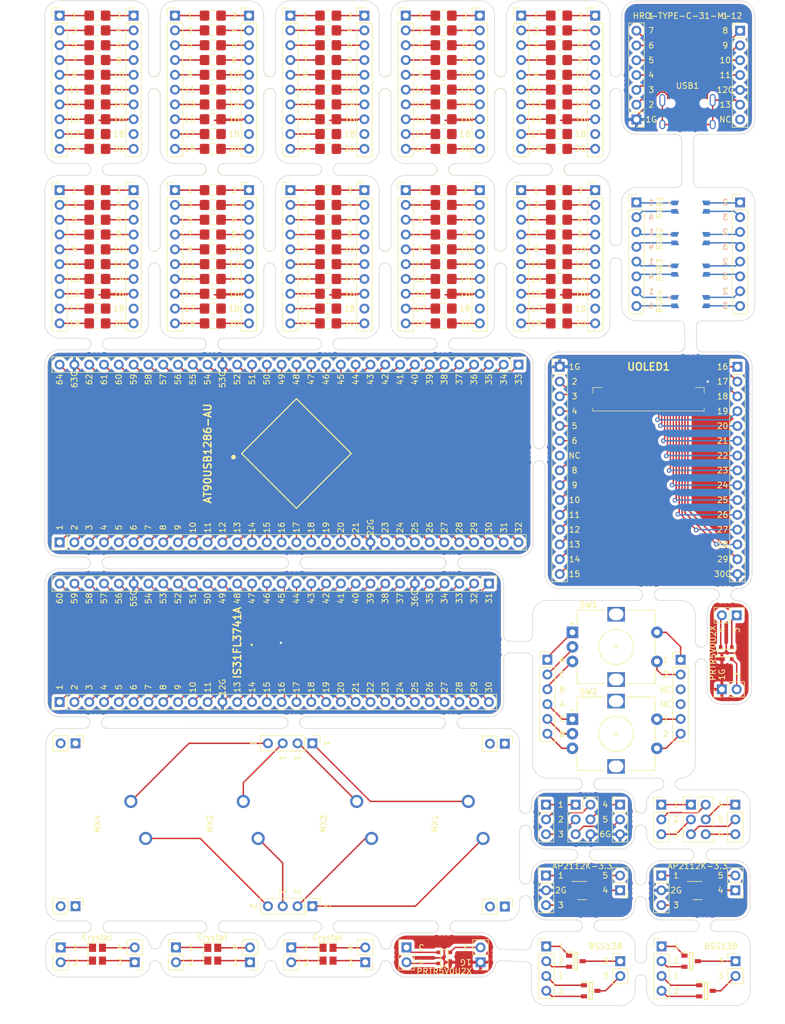
<source format=kicad_pcb>
(kicad_pcb (version 20211014) (generator pcbnew)
  (layers (0 "F.Cu" signal) (31 "B.Cu" signal) (34 "B.Paste" user) (35 "F.Paste" user) (36 "B.SilkS" user "B.Silkscreen") (37 "F.SilkS" user "F.Silkscreen") (38 "B.Mask" user) (39 "F.Mask" user) (44 "Edge.Cuts" user))
  (net 0 "")
  (net 1 "Net-(G1-Pad1)")
  (net 2 "Net-(G1-Pad2)")
  (net 3 "Net-(G2-Pad1)")
  (net 4 "Net-(G2-Pad2)")
  (net 5 "Net-(G3-Pad1)")
  (net 6 "Net-(G3-Pad2)")
  (net 7 "Net-(G4-Pad1)")
  (net 8 "Net-(G4-Pad2)")
  (net 9 "Net-(G5-Pad1)")
  (net 10 "Net-(G5-Pad2)")
  (net 11 "Net-(G6-Pad1)")
  (net 12 "Net-(G6-Pad2)")
  (net 13 "Net-(G7-Pad1)")
  (net 14 "Net-(G7-Pad2)")
  (net 15 "Net-(G8-Pad1)")
  (net 16 "Net-(G8-Pad2)")
  (net 17 "Net-(G9-Pad1)")
  (net 18 "Net-(G9-Pad2)")
  (net 19 "Net-(G10-Pad1)")
  (net 20 "Net-(G10-Pad2)")
  (net 21 "Net-(IC1-Pad1)")
  (net 22 "Net-(IC1-Pad2)")
  (net 23 "Net-(IC1-Pad3)")
  (net 24 "Net-(IC1-Pad4)")
  (net 25 "Net-(IC1-Pad5)")
  (net 26 "Net-(IC1-Pad6)")
  (net 27 "Net-(IC1-Pad7)")
  (net 28 "Net-(IC1-Pad8)")
  (net 29 "Net-(IC1-Pad9)")
  (net 30 "Net-(IC1-Pad10)")
  (net 31 "Net-(IC1-Pad11)")
  (net 32 "Net-(IC1-Pad12)")
  (net 33 "Net-(IC1-Pad13)")
  (net 34 "Net-(IC1-Pad14)")
  (net 35 "Net-(IC1-Pad15)")
  (net 36 "Net-(IC1-Pad16)")
  (net 37 "Net-(IC1-Pad17)")
  (net 38 "Net-(IC1-Pad18)")
  (net 39 "Net-(IC1-Pad19)")
  (net 40 "Net-(IC1-Pad20)")
  (net 41 "Net-(IC1-Pad21)")
  (net 42 "GND_1")
  (net 43 "Net-(IC1-Pad23)")
  (net 44 "Net-(IC1-Pad24)")
  (net 45 "Net-(IC1-Pad25)")
  (net 46 "Net-(IC1-Pad26)")
  (net 47 "Net-(IC1-Pad27)")
  (net 48 "Net-(IC1-Pad28)")
  (net 49 "Net-(IC1-Pad29)")
  (net 50 "Net-(IC1-Pad30)")
  (net 51 "Net-(IC1-Pad31)")
  (net 52 "Net-(IC1-Pad32)")
  (net 53 "Net-(IC1-Pad33)")
  (net 54 "Net-(IC1-Pad34)")
  (net 55 "Net-(IC1-Pad35)")
  (net 56 "Net-(IC1-Pad36)")
  (net 57 "Net-(IC1-Pad37)")
  (net 58 "Net-(IC1-Pad38)")
  (net 59 "Net-(IC1-Pad39)")
  (net 60 "Net-(IC1-Pad40)")
  (net 61 "Net-(IC1-Pad41)")
  (net 62 "Net-(IC1-Pad42)")
  (net 63 "Net-(IC1-Pad43)")
  (net 64 "Net-(IC1-Pad44)")
  (net 65 "Net-(IC1-Pad45)")
  (net 66 "Net-(IC1-Pad46)")
  (net 67 "Net-(IC1-Pad47)")
  (net 68 "Net-(IC1-Pad48)")
  (net 69 "Net-(IC1-Pad49)")
  (net 70 "Net-(IC1-Pad50)")
  (net 71 "Net-(IC1-Pad51)")
  (net 72 "Net-(IC1-Pad52)")
  (net 73 "Net-(IC1-Pad54)")
  (net 74 "Net-(IC1-Pad55)")
  (net 75 "Net-(IC1-Pad56)")
  (net 76 "Net-(IC1-Pad57)")
  (net 77 "Net-(IC1-Pad58)")
  (net 78 "Net-(IC1-Pad59)")
  (net 79 "Net-(IC1-Pad60)")
  (net 80 "Net-(IC1-Pad61)")
  (net 81 "Net-(IC1-Pad62)")
  (net 82 "Net-(IC1-Pad64)")
  (net 83 "Net-(IC2-Pad1)")
  (net 84 "Net-(IC2-Pad2)")
  (net 85 "Net-(IC2-Pad3)")
  (net 86 "Net-(IC3-Pad1)")
  (net 87 "Net-(IC3-Pad2)")
  (net 88 "Net-(IC3-Pad3)")
  (net 89 "Net-(J1-Pad1)")
  (net 90 "Net-(J1-Pad2)")
  (net 91 "Net-(J1-Pad3)")
  (net 92 "Net-(J1-Pad4)")
  (net 93 "Net-(J1-Pad5)")
  (net 94 "Net-(J1-Pad6)")
  (net 95 "Net-(J1-Pad7)")
  (net 96 "Net-(J1-Pad8)")
  (net 97 "Net-(J1-Pad9)")
  (net 98 "Net-(J1-Pad10)")
  (net 99 "Net-(J5-Pad1)")
  (net 100 "Net-(J5-Pad2)")
  (net 101 "Net-(J5-Pad3)")
  (net 102 "Net-(J5-Pad4)")
  (net 103 "Net-(J5-Pad5)")
  (net 104 "GND_3")
  (net 105 "Net-(J5-Pad7)")
  (net 106 "Net-(J5-Pad8)")
  (net 107 "Net-(J5-Pad9)")
  (net 108 "Net-(J5-Pad10)")
  (net 109 "Net-(J6-Pad1)")
  (net 110 "Net-(J6-Pad2)")
  (net 111 "Net-(J7-Pad1)")
  (net 112 "Net-(J7-Pad2)")
  (net 113 "Net-(J8-Pad1)")
  (net 114 "Net-(J8-Pad2)")
  (net 115 "Net-(J8-Pad3)")
  (net 116 "Net-(J8-Pad4)")
  (net 117 "Net-(J8-Pad5)")
  (net 118 "Net-(J8-Pad6)")
  (net 119 "Net-(J9-Pad1)")
  (net 120 "Net-(J9-Pad2)")
  (net 121 "Net-(J9-Pad3)")
  (net 122 "Net-(J9-Pad4)")
  (net 123 "Net-(J10-Pad1)")
  (net 124 "Net-(J10-Pad2)")
  (net 125 "Net-(J10-Pad3)")
  (net 126 "Net-(J10-Pad4)")
  (net 127 "Net-(J13-Pad1)")
  (net 128 "Net-(J13-Pad2)")
  (net 129 "Net-(J13-Pad3)")
  (net 130 "Net-(J13-Pad4)")
  (net 131 "Net-(J13-Pad5)")
  (net 132 "Net-(J13-Pad6)")
  (net 133 "Net-(J13-Pad7)")
  (net 134 "Net-(J13-Pad8)")
  (net 135 "Net-(J14-Pad1)")
  (net 136 "Net-(J14-Pad2)")
  (net 137 "Net-(J14-Pad3)")
  (net 138 "Net-(J14-Pad4)")
  (net 139 "Net-(J14-Pad5)")
  (net 140 "Net-(J14-Pad6)")
  (net 141 "Net-(J14-Pad7)")
  (net 142 "Net-(J14-Pad8)")
  (net 143 "Net-(J16-Pad1)")
  (net 144 "GND_4")
  (net 145 "Net-(J16-Pad3)")
  (net 146 "Net-(J17-Pad1)")
  (net 147 "Net-(J17-Pad2)")
  (net 148 "Net-(J17-Pad3)")
  (net 149 "GND_2")
  (net 150 "Net-(J18-Pad2)")
  (net 151 "Net-(J18-Pad3)")
  (net 152 "Net-(J18-Pad4)")
  (net 153 "GND_5")
  (net 154 "Net-(J19-Pad2)")
  (net 155 "Net-(J20-Pad1)")
  (net 156 "Net-(J20-Pad2)")
  (net 157 "Net-(J23-Pad1)")
  (net 158 "Net-(J23-Pad2)")
  (net 159 "Net-(SW1-PadS1)")
  (net 160 "Net-(SW1-PadS2)")
  (net 161 "Net-(J25-Pad1)")
  (net 162 "Net-(J25-Pad2)")
  (net 163 "Net-(J25-Pad3)")
  (net 164 "GND_7")
  (net 165 "Net-(JOLED1-Pad2)")
  (net 166 "Net-(JOLED1-Pad3)")
  (net 167 "Net-(JOLED1-Pad4)")
  (net 168 "Net-(JOLED1-Pad5)")
  (net 169 "Net-(JOLED1-Pad6)")
  (net 171 "Net-(JOLED1-Pad8)")
  (net 172 "Net-(JOLED1-Pad9)")
  (net 173 "Net-(JOLED1-Pad10)")
  (net 174 "Net-(JOLED1-Pad11)")
  (net 175 "Net-(JOLED1-Pad12)")
  (net 176 "Net-(JOLED1-Pad13)")
  (net 177 "Net-(JOLED1-Pad14)")
  (net 178 "Net-(JOLED1-Pad15)")
  (net 179 "Net-(JOLED2-Pad1)")
  (net 180 "Net-(JOLED2-Pad2)")
  (net 181 "Net-(JOLED2-Pad3)")
  (net 182 "Net-(JOLED2-Pad4)")
  (net 183 "Net-(JOLED2-Pad5)")
  (net 184 "Net-(JOLED2-Pad6)")
  (net 185 "Net-(JOLED2-Pad7)")
  (net 186 "Net-(JOLED2-Pad8)")
  (net 187 "Net-(JOLED2-Pad9)")
  (net 188 "Net-(JOLED2-Pad10)")
  (net 189 "Net-(JOLED2-Pad11)")
  (net 190 "Net-(JOLED2-Pad12)")
  (net 191 "Net-(JOLED2-Pad13)")
  (net 192 "Net-(JOLED2-Pad14)")
  (net 194 "Net-(J25-Pad6)")
  (net 195 "Net-(J18-Pad6)")
  (net 196 "Net-(J18-Pad7)")
  (net 197 "Net-(J18-Pad5)")
  (net 198 "Net-(J25-Pad4)")
  (net 201 "Net-(SW2-PadS1)")
  (net 202 "Net-(SW2-PadS2)")
  (net 203 "Net-(J22-Pad4)")
  (net 204 "Net-(J22-Pad5)")
  (net 206 "GND_6")
  (net 207 "Net-(J26-Pad1)")
  (net 208 "Net-(J26-Pad2)")
  (net 209 "Net-(J26-Pad3)")
  (net 210 "Net-(J27-Pad4)")
  (net 211 "Net-(J27-Pad5)")
  (net 212 "Net-(J27-Pad6)")
  (net 221 "Net-(J1-Pad11)")
  (net 222 "Net-(J1-Pad13)")
  (net 223 "Net-(J1-Pad14)")
  (net 224 "Net-(J1-Pad15)")
  (net 225 "Net-(J1-Pad16)")
  (net 226 "Net-(J1-Pad17)")
  (net 227 "Net-(J1-Pad18)")
  (net 228 "Net-(J1-Pad19)")
  (net 229 "Net-(J1-Pad20)")
  (net 230 "Net-(J1-Pad21)")
  (net 231 "Net-(J1-Pad22)")
  (net 232 "Net-(J1-Pad23)")
  (net 233 "Net-(J1-Pad24)")
  (net 234 "Net-(J1-Pad25)")
  (net 235 "Net-(J1-Pad26)")
  (net 236 "Net-(J1-Pad27)")
  (net 237 "Net-(J1-Pad28)")
  (net 238 "Net-(J1-Pad29)")
  (net 239 "Net-(J1-Pad30)")
  (net 240 "Net-(J5-Pad11)")
  (net 241 "Net-(J5-Pad12)")
  (net 242 "Net-(J5-Pad13)")
  (net 243 "Net-(J5-Pad14)")
  (net 244 "Net-(J5-Pad15)")
  (net 245 "Net-(J5-Pad16)")
  (net 246 "Net-(J5-Pad17)")
  (net 247 "Net-(J5-Pad18)")
  (net 248 "Net-(J5-Pad19)")
  (net 249 "Net-(J5-Pad20)")
  (net 250 "Net-(J5-Pad21)")
  (net 251 "Net-(J5-Pad22)")
  (net 252 "Net-(J5-Pad23)")
  (net 253 "Net-(J5-Pad24)")
  (net 254 "Net-(J5-Pad26)")
  (net 255 "Net-(J5-Pad27)")
  (net 256 "Net-(J5-Pad28)")
  (net 257 "Net-(J5-Pad29)")
  (net 258 "Net-(J5-Pad30)")
  (footprint "Breadboard:Generic" (layer "F.Cu") (at 89.577999 91.059998)
    (fp_text reference "G70" hide)
    (fp_text value "Generic_Small")
  )
  (footprint "Panelization:mouse-bite-2mm-slot" (layer "F.Cu") (at 69.662599 64.659997 180)
    (fp_text reference "mouse-bite-2mm-slot20" hide)
    (fp_text value "VAL**" hide)
  )
  (footprint "Panelization:mouse-bite-2mm-slot" (layer "F.Cu") (at 69.592599 132.159999)
    (fp_text reference "mouse-bite-2mm-slot" hide)
    (fp_text value "VAL**" hide)
  )
  (footprint "Connector_PinHeader_2.54mm:PinHeader_1x10_P2.54mm_Vertical" (layer "F.Cu") (at 115.612599 38.259998)
    (fp_text reference "J36" hide)
    (fp_text value "Conn_01x10_Female")
  )
  (footprint "Breadboard:Generic" (layer "F.Cu") (at 109.377999 43.339998)
    (fp_text reference "G23" hide)
    (fp_text value "Generic_Small")
  )
  (footprint "Breadboard:Generic" (layer "F.Cu") (at 148.977999 68.199998)
    (fp_text reference "G91" hide)
    (fp_text value "Generic_Small")
  )
  (footprint "Breadboard:Generic" (layer "F.Cu") (at 89.577999 50.959998)
    (fp_text reference "G16" hide)
    (fp_text value "Generic_Small")
  )
  (footprint "Breadboard:Generic" (layer "F.Cu") (at 109.377999 78.359998)
    (fp_text reference "G75" hide)
    (fp_text value "Generic_Small")
  )
  (footprint "Panelization:mouse-bite-2mm-slot" (layer "F.Cu") (at 103.592599 132.159999)
    (fp_text reference "mouse-bite-2mm-slot" hide)
    (fp_text value "VAL**" hide)
  )
  (footprint "Panelization:mouse-bite-2mm-slot-1-side" (layer "F.Cu") (at 171.592599 94.959999 180)
    (fp_text reference "mouse-bite-2mm-slot" hide)
    (fp_text value "VAL**" hide)
  )
  (footprint "Connector_PinHeader_2.54mm:PinHeader_1x02_P2.54mm_Vertical" (layer "F.Cu") (at 179.259999 188.32 180)
    (fp_text reference "J52" hide)
    (fp_text value "Conn_01x02_Female")
  )
  (footprint "Connector_PinHeader_2.54mm:PinHeader_1x10_P2.54mm_Vertical" (layer "F.Cu") (at 155.212599 68.199998)
    (fp_text reference "J50" hide)
    (fp_text value "Conn_01x10_Female")
  )
  (footprint "Breadboard:Generic" (layer "F.Cu") (at 148.977999 61.119998)
    (fp_text reference "G50" hide)
    (fp_text value "Generic_Small")
  )
  (footprint "Crystal:Crystal_SMD_3225-4Pin_3.2x2.5mm" (layer "F.Cu") (at 89.599999 199.279999 -90)
    (fp_text reference "Y2" hide)
    (fp_text value "Crystal")
  )
  (footprint "SamacSys_Parts:AT90USB1286-AU" (layer "F.Cu") (at 103.952599 113.379999 45)
    (fp_text reference "IC1" hide)
    (fp_text value "AT90USB1286-AU")
  )
  (footprint "Breadboard:Generic" (layer "F.Cu") (at 69.777999 73.279998)
    (fp_text reference "G53" hide)
    (fp_text value "Generic_Small")
  )
  (footprint "Panelization:mouse-bite-2mm-slot" (layer "F.Cu") (at 163.019999 188.4 -90)
    (fp_text reference "mouse-bite-2mm-slot" hide)
    (fp_text value "VAL**" hide)
  )
  (footprint "Breadboard:Generic" (layer "F.Cu") (at 129.177999 91.059998)
    (fp_text reference "G90" hide)
    (fp_text value "Generic_Small")
  )
  (footprint "Connector_PinHeader_2.54mm:PinHeader_1x02_P2.54mm_Vertical" (layer "F.Cu") (at 135.54 200.659999 180)
    (fp_text reference "J19" hide)
    (fp_text value "Conn_01x02_Female")
  )
  (footprint "Connector_PinHeader_2.54mm:PinHeader_1x15_P2.54mm_Vertical" (layer "F.Cu") (at 149.132599 98.499999)
    (fp_text reference "JOLED1" hide)
    (fp_text value "Conn_01x15_Female")
  )
  (footprint "Connector_PinHeader_2.54mm:PinHeader_1x32_P2.54mm_Vertical" (layer "F.Cu") (at 142.052599 98.139999 -90)
    (fp_text reference "J11" hide)
    (fp_text value "Conn_01x32_Female")
  )
  (footprint "Panelization:mouse-bite-2mm-slot" (layer "F.Cu") (at 119.172599 49.759998 90)
    (fp_text reference "mouse-bite-2mm-slot10" hide)
    (fp_text value "VAL**" hide)
  )
  (footprint "Breadboard:Generic" (layer "F.Cu") (at 89.577999 43.339998)
    (fp_text reference "G13" hide)
    (fp_text value "Generic_Small")
  )
  (footprint "Breadboard:Generic" (layer "F.Cu") (at 129.177999 61.119998)
    (fp_text reference "G40" hide)
    (fp_text value "Generic_Small")
  )
  (footprint "random-keyboard-parts:SOT143B" (layer "F.Cu") (at 129.32 199.909999 180)
    (fp_text reference "U3" hide)
    (fp_text value "PRTR5V0U2X")
  )
  (footprint "Breadboard:Generic" (layer "F.Cu") (at 89.577999 80.899998)
    (fp_text reference "G66" hide)
    (fp_text value "Generic_Small")
  )
  (footprint "Panelization:mouse-bite-2mm-slot" (layer "F.Cu") (at 148.862599 64.659997 180)
    (fp_text reference "mouse-bite-2mm-slot36" hide)
    (fp_text value "VAL**" hide)
  )
  (footprint "Connector_PinHeader_2.54mm:PinHeader_1x10_P2.54mm_Vertical" (layer "F.Cu") (at 83.112599 68.199998)
    (fp_text reference "J43" hide)
    (fp_text value "Conn_01x10_Female")
  )
  (footprint "Panelization:mouse-bite-2mm-slot" (layer "F.Cu") (at 79.572599 79.699998 90)
    (fp_text reference "mouse-bite-2mm-slot22" hide)
    (fp_text value "VAL**" hide)
  )
  (footprint "Panelization:mouse-bite-2mm-slot" (layer "F.Cu") (at 79.739999 199.389999 90)
    (fp_text reference "mouse-bite-2mm-slot" hide)
    (fp_text value "VAL**" hide)
  )
  (footprint "Breadboard:Generic" (layer "F.Cu") (at 129.177999 80.899998)
    (fp_text reference "G86" hide)
    (fp_text value "Generic_Small")
  )
  (footprint "Breadboard:Generic" (layer "F.Cu") (at 129.177999 43.339998)
    (fp_text reference "G33" hide)
    (fp_text value "Generic_Small")
  )
  (footprint "Breadboard:Generic" (layer "F.Cu") (at 109.377999 73.279998)
    (fp_text reference "G73" hide)
    (fp_text value "Generic_Small")
  )
  (footprint "Breadboard:Generic" (layer "F.Cu") (at 69.777999 83.439998)
    (fp_text reference "G57" hide)
    (fp_text value "Generic_Small")
  )
  (footprint "Panelization:mouse-bite-2mm-slot" (layer "F.Cu") (at 109.259999 194.579999 180)
    (fp_text reference "mouse-bite-2mm-slot" hide)
    (fp_text value "VAL**" hide)
  )
  (footprint "Connector_PinHeader_2.54mm:PinHeader_1x02_P2.54mm_Vertical" (layer "F.Cu") (at 66.039999 191.039999 -90)
    (fp_text reference "J32" hide)
    (fp_text value "Conn_01x02_Female")
  )
  (footprint "Connector_PinHeader_2.54mm:PinHeader_1x10_P2.54mm_Vertical" (layer "F.Cu") (at 102.912599 68.199998)
    (fp_text reference "J45" hide)
    (fp_text value "Conn_01x10_Female")
  )
  (footprint "SamacSys_Parts:SOT95P240X120-3N" (layer "F.Cu") (at 151.899998 200.480001)
    (fp_text reference "IC2" hide)
    (fp_text value "BSS138")
  )
  (footprint "Connector_PinHeader_2.54mm:PinHeader_1x03_P2.54mm_Vertical" (layer "F.Cu") (at 166.56 173.62)
    (fp_text reference "J26" hide)
    (fp_text value "Conn_01x03_Female")
  )
  (footprint "Panelization:mouse-bite-2mm-slot" (layer "F.Cu") (at 99.372599 49.759998 90)
    (fp_text reference "mouse-bite-2mm-slot6" hide)
    (fp_text value "VAL**" hide)
  )
  (footprint "SamacSys_Parts:5051103091" (layer "F.Cu") (at 164.372599 103.579999)
    (fp_text reference "UOLED1")
    (fp_text value "UG-2864HSWEG01" hide)
  )
  (footprint "Panelization:mouse-bite-2mm-slot" (layer "F.Cu") (at 79.572599 49.759998 90)
    (fp_text reference "mouse-bite-2mm-slot2" hide)
    (fp_text value "VAL**" hide)
  )
  (footprint "Panelization:mouse-bite-2mm-slot" (layer "F.Cu") (at 79.5526 49.759998 -90)
    (fp_text reference "mouse-bite-2mm-slot" hide)
    (fp_text value "VAL**" hide)
  )
  (footprint "Breadboard:Generic" (layer "F.Cu") (at 129.177999 58.579998)
    (fp_text reference "G39" hide)
    (fp_text value "Generic_Small")
  )
  (footprint "SamacSys_Parts:MXOnly-1U-NoLED_3Pins" (layer "F.Cu") (at 130.899999 176.879999 -90)
    (fp_text reference "MX1")
    (fp_text value "MX-NoLED")
  )
  (footprint "Connector_PinHeader_2.54mm:PinHeader_1x10_P2.54mm_Vertical" (layer "F.Cu") (at 95.812599 38.259998)
    (fp_text reference "J34" hide)
    (fp_text value "Conn_01x10_Female")
  )
  (footprint "Breadboard:Generic" (layer "F.Cu") (at 109.377999 45.879998)
    (fp_text reference "G24" hide)
    (fp_text value "Generic_Small")
  )
  (footprint "Panelization:mouse-bite-2mm-slot-1-side" (layer "F.Cu") (at 171.5726 91.619998)
    (fp_text reference "mouse-bite-2mm-slot" hide)
    (fp_text value "VAL**" hide)
  )
  (footprint "Connector_PinHeader_2.54mm:PinHeader_1x02_P2.54mm_Vertical" (layer "F.Cu") (at 139.699999 191.099707 -90)
    (fp_text reference "J30" hide)
    (fp_text value "Conn_01x02_Female")
  )
  (footprint "Connector_PinHeader_2.54mm:PinHeader_1x02_P2.54mm_Vertical" (layer "F.Cu") (at 66.039999 163.099999 -90)
    (fp_text reference "J31" hide)
    (fp_text value "Conn_01x02_Female")
  )
  (footprint "Connector_PinHeader_2.54mm:PinHeader_1x04_P2.54mm_Vertical" (layer "F.Cu") (at 166.599998 197.940001)
    (fp_text reference "J53" hide)
    (fp_text value "Conn_01x04_Female")
  )
  (footprint "Connector_PinHeader_2.54mm:PinHeader_1x10_P2.54mm_Vertical" (layer "F.Cu") (at 76.012599 38.259998)
    (fp_text reference "J4" hide)
    (fp_text value "Conn_01x10_Female")
  )
  (footprint "Breadboard:Generic" (layer "F.Cu") (at 69.777999 48.419998)
    (fp_text reference "G5" hide)
    (fp_text value "Generic_Small")
  )
  (footprint "Panelization:mouse-bite-2mm-slot" (layer "F.Cu") (at 174.019999 194.4 180)
    (fp_text reference "mouse-bite-2mm-slot" hide)
    (fp_text value "VAL**" hide)
  )
  (footprint "Panelization:mouse-bite-2mm-slot" (layer "F.Cu") (at 167.993947 170.08 180)
    (fp_text reference "mouse-bite-2mm-slot" hide)
    (fp_text value "VAL**" hide)
  )
  (footprint "Panelization:mouse-bite-2mm-slot" (layer "F.Cu") (at 143.239999 188.24 90)
    (fp_text reference "mouse-bite-2mm-slot" hide)
    (fp_text value "VAL**" hide)
  )
  (footprint "Breadboard:Generic" (layer "F.Cu") (at 89.577999 40.799998)
    (fp_text reference "G12" hide)
    (fp_text value "Generic_Small")
  )
  (footprint "Panelization:mouse-bite-2mm-slot" (layer "F.Cu") (at 109.262599 64.659999)
    (fp_text reference "mouse-bite-2mm-slot5" hide)
    (fp_text value "VAL**" hide)
  )
  (footprint "Panelization:mouse-bite-2mm-slot" (layer "F.Cu") (at 138.9526 79.699998 -90)
    (fp_text reference "mouse-bite-2mm-slot31" hide)
    (fp_text value "VAL**" hide)
  )
  (footprint "Breadboard:Generic" (layer "F.Cu") (at 109.377999 80.899998)
    (fp_text reference "G76" hide)
    (fp_text value "Generic_Small")
  )
  (footprint "Panelization:mouse-bite-2mm-slot-1-side" (layer "F.Cu") (at 171.0526 66.759998 180)
    (fp_text reference "mouse-bite-2mm-slot" hide)
    (fp_text value "VAL**" hide)
  )
  (footprint "Breadboard:Generic" (layer "F.Cu") (at 109.377999 68.199998)
    (fp_text reference "G71" hide)
    (fp_text value "Generic_Small")
  )
  (footprint "Panelization:mouse-bite-2mm-slot" (layer "F.Cu") (at 89.462599 64.659997 180)
    (fp_text reference "mouse-bite-2mm-slot24" hide)
    (fp_text value "VAL**" hide)
  )
  (footprint "Breadboard:Generic" (layer "F.Cu") (at 129.177999 85.979998)
    (fp_text reference "G88" hide)
    (fp_text value "Generic_Small")
  )
  (footprint "Connector_PinHeader_2.54mm:PinHeader_1x02_P2.54mm_Vertical" (layer "F.Cu") (at 122.84 198.119999)
    (fp_text reference "J23" hide)
    (fp_text value "Conn_01x02_Female")
  )
  (footprint "Breadboard:Generic" (layer "F.Cu") (at 148.977999 75.819998)
    (fp_text reference "G94" hide)
    (fp_text value "Generic_Small")
  )
  (footprint "Breadboard:Generic" (layer "F.Cu") (at 69.777999 85.979998)
    (fp_text reference "G58" hide)
    (fp_text value "Generic_Small")
  )
  (footprint "Connector_PinHeader_2.54mm:PinHeader_1x30_P2.54mm_Vertical" (layer "F.Cu") (at 136.979999 135.699999 -90)
    (fp_text reference "J5" hide)
    (fp_text value "Conn_01x30_Female")
  )
  (footprint "Breadboard:Generic" (layer "F.Cu") (at 89.577999 88.519998)
    (fp_text reference "G69" hide)
    (fp_text value "Generic_Small")
  )
  (footprint "Connector_PinHeader_2.54mm:PinHeader_1x07_P2.54mm_Vertical" (layer "F.Cu") (at 162.2926 56.080001 180)
    (fp_text reference "J18" hide)
    (fp_text value "Conn_01x07_Female")
  )
  (footprint "Breadboard:Generic" (layer "F.Cu") (at 148.977999 85.979998)
    (fp_text reference "G98" hide)
    (fp_text value "Generic_Small")
  )
  (footprint "Connector_PinHeader_2.54mm:PinHeader_1x02_P2.54mm_Vertical" (layer "F.Cu") (at 63.499999 198.119999)
    (fp_text reference "J6" hide)
    (fp_text value "Conn_01x02_Female")
  )
  (footprint "SamacSys_Parts:MXOnly-1U-NoLED_3Pins" (layer "F.Cu") (at 111.759999 176.879999 -90)
    (fp_text reference "MX3")
    (fp_text value "MX-NoLED")
  )
  (footprint "Breadboard:Generic" (layer "F.Cu") (at 89.577999 38.259998)
    (fp_text reference "G11" hide)
    (fp_text value "Generic_Small")
  )
  (footprint "Connector_PinHeader_2.54mm:PinHeader_1x10_P2.54mm_Vertical" (layer "F.Cu") (at 155.212599 38.259998)
    (fp_text reference "J40" hide)
    (fp_text value "Conn_01x10_Female")
  )
  (footprint "Breadboard:Generic" (layer "F.Cu") (at 109.377999 48.419998)
    (fp_text reference "G25" hide)
    (fp_text value "Generic_Small")
  )
  (footprint "Breadboard:Generic" (layer "F.Cu") (at 89.577999 53.499998)
    (fp_text reference "G17" hide)
    (fp_text value "Generic_Small")
  )
  (footprint "Connector_PinHeader_2.54mm:PinHeader_1x06_P2.54mm_Vertical" (layer "F.Cu") (at 147.009998 148.76)
    (fp_text reference "J8" hide)
    (fp_text value "Conn_01x06_Female")
  )
  (footprint "Panelization:mouse-bite-2mm-slot" (layer "F.Cu") (at 164.372599 137.599999)
    (fp_text reference "mouse-bite-2mm-slot" hide)
    (fp_text value "VAL**" hide)
  )
  (footprint "Breadboard:Generic" (layer "F.Cu") (at 69.777999 50.959998)
    (fp_text reference "G6" hide)
    (fp_text value "Generic_Small")
  )
  (footprint "Breadboard:Generic" (layer "F.Cu") (at 109.377999 85.979998)
    (fp_text reference "G78" hide)
    (fp_text value "Generic_Small")
  )
  (footprint "Breadboard:Generic" (layer "F.Cu") (at 148.977999 91.059998)
    (fp_text reference "G100" hide)
    (fp_text value "Generic_Small")
  )
  (footprint "Panelization:mouse-bite-2mm-slot" (layer "F.Cu") (at 69.759999 194.579999 180)
    (fp_text reference "mouse-bite-2mm-slot" hide)
    (fp_text value "VAL**" hide)
  )
  (footprint "Breadboard:Generic" (layer "F.Cu") (at 148.977999 78.359998)
    (fp_text reference "G95" hide)
    (fp_text value "Generic_Small")
  )
  (footprint "Breadboard:Generic" (layer "F.Cu") (at 148.977999 73.279998)
    (fp_text reference "G93" hide)
    (fp_text value "Generic_Small")
  )
  (footprint "Panelization:mouse-bite-2mm-slot" (layer "F.Cu") (at 143.239999 176.14 90)
    (fp_text reference "mouse-bite-2mm-slot" hide)
    (fp_text value "VAL**" hide)
  )
  (footprint "Connector_PinHeader_2.54mm:PinHeader_1x03_P2.54mm_Vertical" (layer "F.Cu") (at 146.779999 185.78)
    (fp_text reference "J16" hide)
    (fp_text value "Conn_01x03_Female")
  )
  (footprint "Breadboard:Generic" (layer "F.Cu") (at 148.977999 38.259998)
    (fp_text reference "G41" hide)
    (fp_text value "Generic_Small")
  )
  (footprint "Breadboard:Generic" (layer "F.Cu") (at 129.177999 75.819998)
    (fp_text reference "G84" hide)
    (fp_text value "Generic_Small")
  )
  (footprint "Panelization:mouse-bite-2mm-slot" (layer "F.Cu") (at 69.519999 159.559999)
    (fp_text reference "mouse-bite-2mm-slot" hide)
    (fp_text value "VAL**" hide)
  )
  (footprint "Connector_PinHeader_2.54mm:PinHeader_1x03_P2.54mm_Vertical" (layer "F.Cu") (at 179.26 173.62)
    (fp_text reference "J28" hide)
    (fp_text value "Conn_01x03_Female")
  )
  (footprint "Panelization:mouse-bite-2mm-slot" (layer "F.Cu") (at 89.462599 94.599999)
    (fp_text reference "mouse-bite-2mm-slot21" hide)
    (fp_text value "VAL**" hide)
  )
  (footprint "Breadboard:Generic" (layer "F.Cu") (at 148.977999 53.499998)
    (fp_text reference "G47" hide)
    (fp_text value "Generic_Small")
  )
  (footprint "Breadboard:Generic" (layer "F.Cu") (at 89.577999 75.819998)
    (fp_text reference "G64" hide)
    (fp_text value "Generic_Small")
  )
  (footprint "Breadboard:Generic" (layer "F.Cu") (at 69.777999 68.199998)
    (fp_text reference "G51" hide)
    (fp_text value "Generic_Small")
  )
  (footprint "Package_TO_SOT_SMD:SOT-23-5" (layer "F.Cu") (at 172.779999 188.36)
    (fp_text reference "U4" hide)
    (fp_text value "AP2112K-3.3")
  )
  (footprint "Panelization:mouse-bite-2mm-slot-1-side" (layer "F.Cu") (at 143.469998 146.599999 -90)
    (fp_text reference "mouse-bite-2mm-slot" hide)
    (fp_text value "VAL**" hide)
  )
  (footprint "Panelization:mouse-bite-2mm-slot-1-side" (layer "F.Cu") (at 139.08 199.389999 90)
    (fp_text reference "mouse-bite-2mm-slot" hide)
    (fp_text value "VAL**" hide)
  )
  (footprint "Breadboard:Generic" (layer "F.Cu") (at 89.577999 73.279998)
    (fp_text reference "G63" hide)
    (fp_text value "Generic_Small")
  )
  (footprint "Crystal:Crystal_SMD_3225-4Pin_3.2x2.5mm" (layer "F.Cu") (at 69.819999 199.279999 -90)
    (fp_text reference "Y1" hide)
    (fp_text value "Crystal")
  )
  (footprint "Connector_PinHeader_2.54mm:PinHeader_1x02_P2.54mm_Vertical" (layer "F.Cu") (at 115.759999 200.659999 180)
    (fp_text reference "J58" hide)
    (fp_text value "Conn_01x02_Female")
  )
  (footprint "Connector_PinHeader_2.54mm:PinHeader_1x10_P2.54mm_Vertical" (layer "F.Cu") (at 122.712599 68.199998)
    (fp_text reference "J47" hide)
    (fp_text value "Conn_01x10_Female")
  )
  (footprint "Connector_PinHeader_2.54mm:PinHeader_1x10_P2.54mm_Vertical" (layer "F.Cu") (at 102.912599 38.259998)
    (fp_text reference "J35" hide)
    (fp_text value "Conn_01x10_Female")
  )
  (footprint "Connector_PinHeader_2.54mm:PinHeader_1x02_P2.54mm_Vertical" (layer "F.Cu") (at 103.059999 198.119999)
    (fp_text reference "J57" hide)
    (fp_text value "Conn_01x02_Female")
  )
  (footprint "Breadboard:Generic" (layer "F.Cu") (at 109.377999 38.259998)
    (fp_text reference "G21" hide)
    (fp_text value "Generic_Small")
  )
  (footprint "Connector_PinHeader_2.54mm:PinHeader_1x10_P2.54mm_Vertical" (layer "F.Cu") (at 135.412599 38.259998)
    (fp_text reference "J38" hide)
    (fp_text value "Conn_01x10_Female")
  )
  (footprint "Panelization:mouse-bite-2mm-slot" (layer "F.Cu") (at 158.7526 78.759998 -90)
    (fp_text reference "mouse-bite-2mm-slot14" hide)
    (fp_text value "VAL**" hide)
  )
  (footprint "Breadboard:Generic" (layer "F.Cu") (at 129.177999 78.359998)
    (fp_text reference "G85" hide)
    (fp_text value "Generic_Small")
  )
  (footprint "Breadboard:Generic" (layer "F.Cu") (at 109.377999 75.819998)
    (fp_text reference "G74" hide)
    (fp_text value "Generic_Small")
  )
  (footprint "Breadboard:Generic" (layer "F.Cu") (at 89.577999 70.739998)
    (fp_text reference "G62" hide)
    (fp_text value "Generic_Small")
  )
  (footprint "Breadboard:Generic" (layer "F.Cu") (at 89.577999 85.979998)
    (fp_text reference "G68" hide)
    (fp_text value "Generic_Small")
  )
  (footprint "Connector_PinHeader_2.54mm:PinHeader_1x10_P2.54mm_Vertical" (layer "F.Cu") (at 63.312599 68.199998)
    (fp_text reference "J41" hide)
    (fp_text value "Conn_01x10_Female")
  )
  (footprint "SamacSys_Parts:SOT95P240X120-3N" (layer "F.Cu") (at 171.679998 200.480001)
    (fp_text reference "IC4" hide)
    (fp_text value "BSS138")
  )
  (footprint "Connector_PinHeader_2.54mm:PinHeader_1x02_P2.54mm_Vertical" (layer "F.Cu") (at 179.299998 200.480001)
    (fp_text reference "J54" hide)
    (fp_text value "Conn_01x02_Female")
  )
  (footprint "Panelization:mouse-bite-2mm-slot" (layer "F.Cu") (at 129.299999 194.579999 180)
    (fp_text reference "mouse-bite-2mm-slot" hide)
    (fp_text value "VAL**" hide)
  )
  (footprint "Breadboard:Generic" (layer "F.Cu") (at 109.377999 88.519998)
    (fp_text reference "G79" hide)
    (fp_text value "Generic_Small")
  )
  (footprint "Panelization:mouse-bite-2mm-slot" (layer "F.Cu") (at 130.592599 132.159999)
    (fp_text reference "mouse-bite-2mm-slot" hide)
    (fp_text value "VAL**" hide)
  )
  (footprint "Connector_PinHeader_2.54mm:PinHeader_2x03_P2.54mm_Vertical" (layer "F.Cu") (at 151.859999 173.62)
    (fp_text reference "J22" hide)
    (fp_text value "AVR-ISP-6")
  )
  (footprint "Panelization:mouse-bite-2mm-slot" (layer "F.Cu") (at 173.213947 182.24)
    (fp_text reference "mouse-bite-2mm-slot" hide)
    (fp_text value "VAL**" hide)
  )
  (footprint "Panelization:mouse-bite-2mm-slot" (layer "F.Cu") (at 130.519999 159.559999)
    (fp_text reference "mouse-bite-2mm-slot" hide)
    (fp_text value "VAL**" hide)
  )
  (footprint "Connector_PinHeader_2.54mm:PinHeader_1x02_P2.54mm_Vertical" (layer "F.Cu") (at 139.699999 163.159707 -90)
    (fp_text reference "J29" hide)
    (fp_text value "Conn_01x02_Female")
  )
  (footprint "Breadboard:Generic" (layer "F.Cu") (at 148.977999 40.799998)
    (fp_text reference "G42" hide)
    (fp_text value "Generic_Small")
  )
  (footprint "Panelization:mouse-bite-2mm-slot" (layer "F.Cu") (at 109.262599 64.659997 180)
    (fp_text reference "mouse-bite-2mm-slot28" hide)
    (fp_text value "VAL**" hide)
  )
  (footprint "random-keyboard-parts:SOT143B" (layer "F.Cu") (at 177.699998 147.62 90)
    (fp_text reference "U3" hide)
    (fp_text value "PRTR5V0U2X")
  )
  (footprint "Breadboard:Generic" (layer "F.Cu") (at 89.577999 58.579998)
    (fp_text reference "G19" hide)
    (fp_text value "Generic_Small")
  )
  (footprint "Breadboard:Generic" (layer "F.Cu") (at 89.577999 45.879998)
    (fp_text reference "G14" hide)
    (fp_text value "Generic_Small")
  )
  (footprint "Connector_PinHeader_2.54mm:PinHeader_1x30_P2.54mm_Vertical" (layer "F.Cu") (at 63.319999 156.019999 90)
    (fp_text reference "J1" hide)
    (fp_text value "Conn_01x30_Female")
  )
  (footprint "Connector_PinHeader_2.54mm:PinHeader_1x32_P2.54mm_Vertical" (layer "F.Cu") (at 63.312599 128.619999 90)
    (fp_text reference "J3" hide)
    (fp_text value "Conn_01x32_Female")
  )
  (footprint "Connector_PinHeader_2.54mm:PinHeader_1x03_P2.54mm_Vertical" (layer "F.Cu") (at 159.479999 173.62)
    (fp_text reference "J24" hide)
    (fp_text value "Conn_01x03_Female")
  )
  (footprint "Connector_PinHeader_2.54mm:PinHeader_1x02_P2.54mm_Vertical" (layer "F.Cu") (at 176.949998 153.84 90)
    (fp_text reference "J19" hide)
    (fp_text value "Conn_01x02_Female")
  )
  (footprint "Breadboard:Generic" (layer "F.Cu") (at 129.177999 88.519998)
    (fp_text reference "G89" hide)
    (fp_text value "Generic_Small")
  )
  (footprint "Breadboard:Generic" (layer "F.Cu") (at 109.377999 53.499998)
    (fp_text reference "G27" hide)
    (fp_text value "Generic_Small")
  )
  (footprint "Breadboard:Generic" (layer "F.Cu") (at 129.177999 48.419998)
    (fp_text reference "G35" hide)
    (fp_text value "Generic_Small")
  )
  (footprint "SamacSys_Parts:SOT95P240X120-3N" (layer "F.Cu") (at 174.219998 205.560001)
    (fp_text reference "IC5" hide)
    (fp_text value "BSS138" hide)
  )
  (footprint "Breadboard:Generic" (layer "F.Cu") (at 109.377999 91.059998)
    (fp_text reference "G80" hide)
    (fp_text value "Generic_Small")
  )
  (footprint "Panelization:mouse-bite-2mm-slot" (layer "F.Cu") (at 129.062599 94.599999)
    (fp_text reference "mouse-bite-2mm-slot29" hide)
    (fp_text value "VAL**" hide)
  )
  (footprint "Connector_PinHeader_2.54mm:PinHeader_1x04_P2.54mm_Vertical" (layer "F.Cu") (at 146.819998 197.940001)
    (fp_text reference "J15" hide)
    (fp_text value "Conn_01x04_Female")
  )
  (footprint "Breadboard:Generic" (layer "F.Cu") (at 148.977999 43.339998)
    (fp_text reference "G43" hide)
    (fp_text value "Generic_Small")
  )
  (footprint "Connector_PinHeader_2.54mm:PinHeader_1x03_P2.54mm_Vertical" (layer "F.Cu") (at 166.559999 185.78)
    (fp_text reference "J51" hide)
    (fp_text value "Conn_01x03_Female")
  )
  (footprint "Panelization:mouse-bite-2mm-slot-1-side" (layer "F.Cu") (at 143.279998 199.560001 -90)
    (fp_text reference "mouse-bite-2mm-slot" hide)
    (fp_text value "VAL**" hide)
  )
  (footprint "Breadboard:Generic" (layer "F.Cu") (at 129.177999 50.959998)
    (fp_text reference "G36" hide)
    (fp_text value "Generic_Small")
  )
  (footprint "Breadboard:Generic" (layer "F.Cu") (at 148.977999 50.959998)
    (fp_text reference "G46" hide)
    (fp_text value "Generic_Small")
  )
  (footprint "Panelization:mouse-bite-2mm-slot" (layer "F.Cu") (at 153.213947 182.24)
    (fp_text reference "mouse-bite-2mm-slot" hide)
    (fp_text value "VAL**" hide)
  )
  (footprint "Breadboard:Generic" (layer "F.Cu") (at 69.777999 53.499998)
    (fp_text reference "G7" hide)
    (fp_text value "Generic_Small")
  )
  (footprint "Breadboard:Generic" (layer "F.Cu") (at 129.177999 70.739998)
    (fp_text reference "G82" hide)
    (fp_text value "Generic_Small")
  )
  (footprint "Connector_PinHeader_2.54mm:PinHeader_1x02_P2.54mm_Vertical" (layer "F.Cu") (at 159.479999 188.32 180)
    (fp_text reference "J20" hide)
    (fp_text value "Conn_01x02_Female")
  )
  (footprint "Connector_PinHeader_2.54mm:PinHeader_1x02_P2.54mm_Vertical" (layer "F.Cu") (at 179.489998 141.14 -90)
    (fp_text reference "J23" hide)
    (fp_text value "Conn_01x02_Female")
  )
  (footprint "Panelization:mouse-bite-2mm-slot" (layer "F.Cu") (at 158.7526 49.759998 90)
    (fp_text reference "mouse-bite-2mm-slot14" hide)
    (fp_text value "VAL**" hide)
  )
  (footprint "Breadboard:Generic" (layer "F.Cu") (at 129.177999 40.799998)
    (fp_text reference "G32" hide)
    (fp_text value "Generic_Small")
  )
  (footprint "Connector_PinHeader_2.54mm:PinHeader_1x15_P2.54mm_Vertical" (layer "F.Cu") (at 179.612599 98.504999)
    (fp_text reference "JOLED2" hide)
    (fp_text value "Conn_01x15_Female")
  )
  (footprint "Connector_PinHeader_2.54mm:PinHeader_1x04_P2.54mm_Vertical" (layer "F.Cu") (at 106.679999 163.099999 -90)
    (fp_text reference "J10" hide)
    (fp_text value "Conn_01x04_Female")
  )
  (footprint "Panelization:mouse-bite-2mm-slot" (layer "F.Cu") (at 119.1526 49.759998 -90)
    (fp_text reference "mouse-bite-2mm-slot7" hide)
    (fp_text value "VAL**" hide)
  )
  (footprint "Panelization:mouse-bite-2mm-slot" (layer "F.Cu") (at 148.862599 64.659999)
    (fp_text reference "mouse-bite-2mm-slot13" hide)
    (fp_text value "VAL**" hide)
  )
  (footprint "Connector_PinHeader_2.54mm:PinHeader_1x08_P2.54mm_Vertical" (layer "F.Cu") (at 162.2926 70.299998)
    (fp_text reference "J13" hide)
    (fp_text value "Conn_01x08_Female")
  )
  (footprint "Connector_PinHeader_2.54mm:PinHeader_1x10_P2.54mm_Vertical" (layer "F.Cu") (at 76.012599 68.199998)
    (fp_text reference "J42" hide)
    (fp_text value "Conn_01x10_Female")
  )
  (footprint "Connector_PinHeader_2.54mm:PinHeader_1x08_P2.54mm_Vertical" (layer "F.Cu") (at 180.0726 70.299998)
    (fp_text reference "J14" hide)
    (fp_text value "Conn_01x08_Female")
  )
  (footprint "Breadboard:Generic" (layer "F.Cu") (at 129.177999 45.879998)
    (fp_text reference "G34" hide)
    (fp_text value "Generic_Small")
  )
  (footprint "Breadboard:Generic" (layer "F.Cu") (at 109.377999 70.739998)
    (fp_text reference "G72" hide)
    (fp_text value "Generic_Small")
  )
  (footprint "Breadboard:Generic" (layer "F.Cu") (at 89.577999 56.039998)
    (fp_text reference "G18" hide)
    (fp_text value "Generic_Small")
  )
  (footprint "Panelization:mouse-bite-2mm-slot" (layer "F.Cu") (at 138.972599 79.699998 90)
    (fp_text reference "mouse-bite-2mm-slot34" hide)
    (fp_text value "VAL**" hide)
  )
  (footprint "Panelization:mouse-bite-2mm-slot" (layer "F.Cu") (at 89.462599 64.659999)
    (fp_text reference "mouse-bite-2mm-slot1" hide)
    (fp_text value "VAL**" hide)
  )
  (footprint "Breadboard:Generic" (layer "F.Cu") (at 148.977999 83.439998)
    (fp_text reference "G97" hide)
    (fp_text value "Generic_Small")
  )
  (footprint "Panelization:mouse-bite-2mm-slot" (layer "F.Cu") (at 99.3526 49.759998 -90)
    (fp_text reference "mouse-bite-2mm-slot3" hide)
    (fp_text value "VAL**" hide)
  )
  (footprint "Connector_PinHeader_2.54mm:PinHeader_1x02_P2.54mm_Vertical" (layer "F.Cu") (at 159.519998 200.480001)
    (fp_text reference "J21" hide)
    (fp_text value "Conn_01x02_Female")
  )
  (footprint "Breadboard:Generic" (layer "F.Cu") (at 129.177999 38.259998)
    (fp_text reference "G31" hide)
    (fp_text value "Generic_Small")
  )
  (footprint "Panelization:mouse-bite-2mm-slot" (layer "F.Cu") (at 89.559999 194.579999 180)
    (fp_text reference "mouse-bite-2mm-slot" hide)
    (fp_text value "VAL**" hide)
  )
  (footprint "Breadboard:Generic" (layer "F.Cu") (at 69.777999 88.519998)
    (fp_text reference "G59" hide)
    (fp_text value "Generic_Small")
  )
  (footprint "Panelization:mouse-bite-2mm-slot" (layer "F.Cu") (at 173.409998 147.599999 90)
    (fp_text reference "mouse-bite-2mm-slot" hide)
    (fp_text value "VAL**" hide)
  )
  (footprint "Panelization:mouse-bite-2mm-slot" (layer "F.Cu") (at 119.172599 79.699998 90)
    (fp_text reference "mouse-bite-2mm-slot30" hide)
    (fp_text value "VAL**" hide)
  )
  (footprint "Breadboard:Generic" (layer "F.Cu") (at 109.377999 61.119998)
    (fp_text reference "G30" hide)
    (fp_text value "Generic_Small")
  )
  (footprint "Breadboard:Generic" (layer "F.Cu") (at 89.577999 48.419998)
    (fp_text reference "G15" hide)
    (fp_text value "Generic_Small")
  )
  (footprint "Breadboard:Generic" (layer "F.Cu") (at 148.977999 70.739998)
    (fp_text reference "G92" hide)
    (fp_text value "Generic_Small")
  )
  (footprint "Connector_PinHeader_2.54mm:PinHeader_1x10_P2.54mm_Vertical" (layer "F.Cu") (at 83.112599 38.259998)
    (fp_text reference "J33" hide)
    (fp_text value "Conn_01x10_Female")
  )
  (footprint "Panelization:mouse-bite-2mm-slot" (layer "F.Cu") (at 129.062599 64.659997 180)
    (fp_text reference "mouse-bite-2mm-slot32" hide)
    (fp_text value "VAL**" hide)
  )
  (footprint "Breadboard:Generic" (layer "F.Cu") (at 109.377999 83.439998)
    (fp_text reference "G77" hide)
    (fp_text value "Generic_Small")
  )
  (footprint "Panelization:mouse-bite-2mm-slot" (layer "F.Cu") (at 119.1526 79.699998 -90)
    (fp_text reference "mouse-bite-2mm-slot27" hide)
    (fp_text value "VAL**" hide)
  )
  (footprint "Breadboard:Generic" (layer "F.Cu") (at 69.777999 58.579998)
    (fp_text reference "G9" hide)
    (fp_text value "Generic_Small")
  )
  (footprint "Breadboard:Generic" (layer "F.Cu") (at 69.777999 56.039998)
    (fp_text reference "G8" hide)
    (fp_text value "Generic_Small")
  )
  (footprint "Connector_PinHeader_2.54mm:PinHeader_1x02_P2.54mm_Vertical" (layer "F.Cu") (at 83.279999 198.119999)
    (fp_text reference "J55" hide)
    (fp_text value "Conn_01x02_Female")
  )
  (footprint "Breadboard:Generic" (layer "F.Cu") (at 129.177999 68.199998)
    (fp_text reference "G81" hide)
    (fp_text value "Generic_Small")
  )
  (footprint "Panelization:mouse-bite-2mm-slot" (layer "F.Cu") (at 69.662599 94.599999)
    (fp_text reference "mouse-bite-2mm-slot17" hide)
    (fp_text value "VAL**" hide)
  )
  (footprint "Panelization:mouse-bite-2mm-slot" (layer "F.Cu") (at 99.519999 199.389999 90)
    (fp_text reference "mouse-bite-2mm-slot" hide)
    (fp_text value "VAL**" hide)
  )
  (footprint "Breadboard:Generic" (layer "F.Cu") (at 69.777999 38.259998)
    (fp_text reference "G1" hide)
    (fp_text value "Generic_Small")
  )
  (footprint "SamacSys_Parts:SOT95P240X120-3N" (layer "F.Cu") (at 154.439998 205.560001)
    (fp_text reference "IC3" hide)
    (fp_text value "BSS138" hide)
  )
  (footprint "Breadboard:Generic" (layer "F.Cu") (at 69.777999 78.359998)
    (fp_text reference "G55" hide)
    (fp_text value "Generic_Small")
  )
  (footprint "Breadboard:Generic" (layer "F.Cu") (at 148.977999 58.579998)
    (fp_text reference "G49" hide)
    (fp_text value "Generic_Small")
  )
  (footprint "Panelization:mouse-bite-2mm-slot" (layer "F.Cu") (at 154.019999 194.4)
    (fp_text reference "mouse-bite-2mm-slot" hide)
    (fp_text value "VAL**" hide)
  )
  (footprint "Panelization:mouse-bite-2mm-slot" (layer "F.Cu") (at 153.993947 170.08 180)
    (fp_text reference "mouse-bite-2mm-slot" hide)
    (fp_text value "VAL**" hide)
  )
  (footprint "Panelization:mouse-bite-2mm-slot" (layer "F.Cu") (at 138.9526 49.759998 -90)
    (fp_text reference "mouse-bite-2mm-slot11" hide)
    (fp_text value "VAL**" hide)
  )
  (footprint "Panelization:mouse-bite-2mm-slot" (layer "F.Cu") (at 69.662599 64.659999)
    (fp_text reference "mouse-bite-2mm-slot" hide)
    (fp_text value "VAL**" hide)
  )
  (footprint "Panelization:mouse-bite-2mm-slot" (layer "F.Cu") (at 119.299999 199.389999 90)
    (fp_text reference "mouse-bite-2mm-slot" hide)
    (fp_text value "VAL**" hide)
  )
  (footprint "Breadboard:Generic" (layer "F.Cu") (at 69.777999 70.739998)
    (fp_text reference "G52" hide)
    (fp_text value "Generic_Small")
  )
  (footprint "Breadboard:Generic" (layer "F.Cu") (at 69.777999 45.879998)
    (fp_text reference "G4" hide)
    (fp_text value "Generic_Small")
  )
  (footprint "Breadboard:Generic" (layer "F.Cu") (at 129.177999 56.039998)
    (fp_text reference "G38" hide)
    (fp_text value "Generic_Small")
  )
  (footprint "Breadboard:Generic" (layer "F.Cu") (at 89.577999 78.359998)
    (fp_text reference "G65" hide)
    (fp_text value "Generic_Small")
  )
  (footprint "Breadboard:Generic" (layer "F.Cu") (at 89.577999 68.199998)
    (fp_text reference "G61" hide)
    (fp_text value "Generic_Small")
  )
  (footprint "Panelization:mouse-bite-2mm-slot-1-side" (layer "F.Cu") (at 171.0526 59.620001)
    (fp_text reference "mouse-bite-2mm-slot" hide)
    (fp_text value "VAL**" hide)
  )
  (footprint "Crystal:Crystal_SMD_3225-4Pin_3.2x2.5mm" (layer "F.Cu") (at 109.379999 199.279999 -90)
    (fp_text reference "Y3" hide)
    (fp_text value "Crystal")
  )
  (footprint "Connector_PinHeader_2.54mm:PinHeader_1x06_P2.54mm_Vertical" (layer "F.Cu") (at 169.869998 148.76)
    (fp_text reference "J12" hide)
    (fp_text value "Conn_01x06_Female")
  )
  (footprint "Panelization:mouse-bite-2mm-slot" (layer "F.Cu") (at 109.262599 94.599999)
    (fp_text reference "mouse-bite-2mm-slot25" hide)
    (fp_text value "VAL**" hide)
  )
  (footprint "Breadboard:Generic" (layer "F.Cu") (at 69.777999 61.119998)
    (fp_text reference "G10" hide)
    (fp_text value "Generic_Small")
  )
  (footprint "Panelization:mouse-bite-2mm-slot" (layer "F.Cu") (at 145.592599 113.599999 90)
    (fp_text reference "mouse-bite-2mm-slot" hide)
    (fp_text value "VAL**" hide)
  )
  (footprint "Connector_PinHeader_2.54mm:PinHeader_1x10_P2.54mm_Vertical" (layer "F.Cu") (at 115.612599 68.199998)
    (fp_text reference "J46" hide)
    (fp_text value "Conn_01x10_Female")
  )
  (footprint "Breadboard:Generic" (layer "F.Cu") (at 109.377999 50.959998)
    (fp_text reference "G26" hide)
    (fp_text value "Generic_Small")
  )
  (footprint "Breadboard:Generic" (layer "F.Cu") (at 148.977999 88.519998)
    (fp_text reference "G99" hide)
    (fp_text value "Generic_Small")
  )
  (footprint "Panelization:mouse-bite-2mm-slot" (layer "F.Cu") (at 129.062599 64.659999)
    (fp_text reference "mouse-bite-2mm-slot9" hide)
    (fp_text value "VAL**" hide)
  )
  (footprint "Breadboard:Generic" (layer "F.Cu") (at 69.777999 80.899998)
    (fp_text reference "G56" hide)
    (fp_text value "Generic_Small")
  )
  (footprint "Breadboard:Generic" (layer "F.Cu") (at 69.777999 40.799998)
    (fp_text reference "G2" hide)
    (fp_text value "Generic_Small")
  )
  (footprint "Connector_PinHeader_2.54mm:PinHeader_2x03_P2.54mm_Vertical" (layer "F.Cu") (at 171.64 173.62)
    (fp_text reference "J27" hide)
    (fp_text value "Conn_02x03_Counter_Clockwise")
  )
  (footprint "Breadboard:Generic" (layer "F.Cu") (at 109.377999 40.799998)
    (fp_text reference "G22" hide)
    (fp_text value "Generic_Small")
  )
  (footprint "Panelization:mouse-bite-2mm-slot" (layer "F.Cu") (at 163.019999 176.08 90)
    (fp_text reference "mouse-bite-2mm-slot" hide)
    (fp_text value "VAL**" hide)
  )
  (footprint "Breadboard:Generic" (layer "F.Cu") (at 129.177999 83.439998)
    (fp_text reference "G87" hide)
    (fp_text value "Generic_Small")
  )
  (footprint "Panelization:mouse-bite-2mm-slot" (layer "F.Cu") (at 99.3526 79.699998 -90)
    (fp_text reference "mouse-bite-2mm-slot23" hide)
    (fp_text value "VAL**" hide)
  )
  (footprint "Panelization:mouse-bite-2mm-slot-1-side" (layer "F.Cu") (at 140.519999 146.599999 90)
    (fp_text reference "mouse-bite-2mm-slot" hide)
    (fp_text value "VAL**" hide)
  )
  (footprint "Connector_PinHeader_2.54mm:PinHeader_1x10_P2.54mm_Vertical" (layer "F.Cu") (at 142.512599 38.259998)
    (fp_text reference "J39" hide)
    (fp_text value "Conn_01x10_Female")
  )
  (footprint "Connector_PinHeader_2.54mm:PinHeader_1x02_P2.54mm_Vertical" (layer "F.Cu") (at 95.979999 200.659999 180)
    (fp_text reference "J56" hide)
    (fp_text value "Conn_01x02_Female")
  )
  (footprint "Connector_PinHeader_2.54mm:PinHeader_1x02_P2.54mm_Vertical" (layer "F.Cu") (at 76.199999 200.659999 180)
    (fp_text reference "J7" hide)
    (fp_text value "Conn_01x02_Female")
  )
  (footprint "Breadboard:Generic" (layer "F.Cu") (at 148.977999 45.879998)
    (fp_text reference "G44" hide)
    (fp_text value "Generic_Small")
  )
  (footprint "Breadboard:Generic" (layer "F.Cu") (at 129.177999 73.279998)
    (fp_text reference "G83" hide)
    (fp_text value "Generic_Small")
  )
  (footprint "Breadboard:Generic" (layer "F.Cu") (at 89.577999 83.439998)
    (fp_text reference "G67" hide)
    (fp_text value "Generic_Small")
  )
  (footprint "Breadboard:Generic" (layer "F.Cu") (at 129.177999 53.499998)
    (fp_text reference "G37" hide)
    (fp_text value "Generic_Small")
  )
  (footprint "Connector_PinHeader_2.54mm:PinHeader_1x10_P2.54mm_Vertical" (layer "F.Cu") (at 142.512599 68.199998)
    (fp_text reference "J49" hide)
    (fp_text value "Conn_01x10_Female")
  )
  (footprint "Breadboard:Generic" (layer "F.Cu") (at 109.377999 56.039998)
    (fp_text reference "G28" hide)
    (fp_text value "Generic_Small")
  )
  (footprint "Panelization:mouse-bite-2mm-slot" (layer "F.Cu") (at 79.5526 79.699998 -90)
    (fp_text reference "mouse-bite-2mm-slot19" hide)
    (fp_text value "VAL**" hide)
  )
  (footprint "Panelization:mouse-bite-2mm-slot" (layer "F.Cu") (at 103.519999 159.559999)
    (fp_text reference "mouse-bite-2mm-slot" hide)
    (fp_text value "VAL**" hide)
  )
  (footprint "Panelization:mouse-bite-2mm-slot" (layer "F.Cu") (at 163.059999 201.8 90)
    (fp_text reference "mouse-bite-2mm-slot" hide)
    (fp_text value "VAL**" hide)
  )
  (footprint "Breadboard:Generic" (layer "F.Cu") (at 69.777999 43.339998)
    (fp_text reference "G3" hide)
    (fp_text value "Generic_Small")
  )
  (footprint "SamacSys_Parts:MXOnly-1U-NoLED_3Pins" (layer "F.Cu") (at 92.299999 176.879999 -90)
    (fp_text reference "MX2")
    (fp_text value "MX-NoLED")
  )
  (footprint "Breadboard:Generic" (layer "F.Cu") (at 69.777999 75.819998)
    (fp_text reference "G54" hide)
    (fp_text value "Generic_Small")
  )
  (footprint "Connector_PinHeader_2.54mm:PinHeader_1x03_P2.54mm_Vertical" (layer "F.Cu") (at 146.779999 173.62)
    (fp_text reference "J17" hide)
    (fp_text value "Conn_01x03_Female")
  )
  (footprint "Breadboard:Generic" (layer "F.Cu") (at 109.377999 58.579998)
    (fp_text reference "G29" hide)
    (fp_text value "Generic_Small")
  )
  (footprint "Panelization:mouse-bite-2mm-slot" (layer "F.Cu") (at 99.372599 79.699998 90)
    (fp_text reference "mouse-bite-2mm-slot26" hide)
    (fp_text value "VAL**" hide)
  )
  (footprint "Package_TO_SOT_SMD:SOT-23-5" (layer "F.Cu") (at 152.999999 188.36)
    (fp_text reference "U2" hide)
    (fp_text value "AP2112K-3.3")
  )
  (footprint "Connector_PinHeader_2.54mm:PinHeader_1x10_P2.54mm_Vertical" (layer "F.Cu") (at 63.312599 38.259998)
    (fp_text reference "J2" hide)
    (fp_text value "Conn_01x10_Female")
  )
  (footprint "Breadboard:Generic" (layer "F.Cu") (at 69.777999 91.059998)
    (fp_text reference "G60" hide)
    (fp_text value "Generic_Small")
  )
  (footprint "Breadboard:Generic" (layer "F.Cu") (at 89.577999 61.119998)
    (fp_text reference "G20" hide)
    (fp_text value "Generic_Small")
  )
  (footprint "SamacSys_Parts:MXOnly-1U-NoLED_3Pins" (layer "F.Cu") (at 72.999999 176.879999 -90)
    (fp_text reference "MX4")
    (fp_text value "MX-NoLED")
  )
  (footprint "Panelization:mouse-bite-2mm-slot" (layer "F.Cu") (at 177.519999 137.599999 180)
    (fp_text reference "mouse-bite-2mm-slot" hide)
    (fp_text value "VAL**" hide)
  )
  (footprint "Rotary_Encoder:RotaryEncoder_Alps_EC12E-Switch_Vertical_H20mm" (layer "F.Cu") (at 151.309998 144.06)
    (fp_text reference "SW1")
    (fp_text value "RotaryEncoder_Switch")
  )
  (footprint "Connector_PinHeader_2.54mm:PinHeader_1x10_P2.54mm_Vertical" (layer "F.Cu") (at 122.712599 38.259998)
    (fp_text reference "J37" hide)
    (fp_text value "Conn_01x10_Female")
  )
  (footprint "Type-C:HRO-TYPE-C-31-M-12" (layer "F.Cu") (at 171.0526 59.545001)
    (fp_text reference "USB1")
    (fp_text value "HRO-TYPE-C-31-M-12")
  )
  (footprint "Breadboard:Generic" (layer "F.Cu") (at 148.977999 80.899998)
    (fp_text reference "G96" hide)
    (fp_text value "Generic_Small")
  )
  (footprint "Connector_PinHeader_2.54mm:PinHeader_1x04_P2.54mm_Vertical" (layer "F.Cu") (at 106.679999 191.039999 -90)
    (fp_text reference "J9" hide)
    (fp_text value "Conn_01x04_Female")
  )
  (footprint "Breadboard:Generic" (layer "F.Cu") (at 148.977999 48.419998)
    (fp_text reference "G45" hide)
    (fp_text value "Generic_Small")
  )
  (footprint "SamacSys_Parts:QFN40P700X700X80-61N-D" (layer "F.Cu") (at 101.419999 145.859999 45)
    (fp_text reference "U1" hide)
    (fp_text value "IS31FL3741A")
  )
  (footprint "Panelization:mouse-bite-2mm-slot" (layer "F.Cu") (at 138.972599 49.759998 90)
    (fp_text reference "mouse-bite-2mm-slot14" hide)
    (fp_text value "VAL**" hide)
  )
  (footprint "Connector_PinHeader_2.54mm:PinHeader_1x10_P2.54mm_Vertical" (layer "F.Cu") (at 95.812599 68.199998)
    (fp_text reference "J44" hide)
    (fp_text value "Conn_01x10_Female")
  )
  (footprint "Connector_PinHeader_2.54mm:PinHeader_1x10_P2.54mm_Vertical" (layer "F.Cu") (at 135.412599 68.199998)
    (fp_text reference "J48" hide)
    (fp_text value "Conn_01x10_Female")
  )
  (footprint "Connector_PinHeader_2.54mm:PinHeader_1x07_P2.54mm_Vertical" (layer "F.Cu") (at 180.0726 40.840001)
    (fp_text reference "J25" hide)
    (fp_text value "Conn_01x07_Female")
  )
  (footprint "Rotary_Encoder:RotaryEncoder_Alps_EC12E-Switch_Vertical_H20mm" (layer "F.Cu") (at 151.299998 158.96)
    (fp_text reference "SW2")
    (fp_text value "RotaryEncoder_Switch")
  )
  (footprint "Breadboard:Generic" (layer "F.Cu") (at 148.977999 56.039998)
    (fp_text reference "G48" hide)
    (fp_text value "Generic_Small")
  )
  (footprint "SamacSys_Parts:QBLP677R-RGB" (layer "B.Cu") (at 171.5726 76.519998 180)
    (fp_text reference "RGB2")
    (fp_text value "LED_BGRA" hide)
  )
  (footprint "SamacSys_Parts:QBLP677R-RGB" (layer "B.Cu") (at 171.5726 71.119998 180)
    (fp_text reference "RGB1")
    (fp_text value "LED_BGRA" hide)
  )
  (footprint "SamacSys_Parts:QBLP677R-RGB" (layer "B.Cu") (at 171.5726 81.919998 180)
    (fp_text reference "RGB3")
    (fp_text value "LED_BGRA" hide)
  )
  (footprint "SamacSys_Parts:QBLP677R-RGB" (layer "B.Cu") (at 171.5726 87.319998 180)
    (fp_text reference "RGB4")
    (fp_text value "LED_BGRA" hide)
  )
  (gr_arc (start 147.009998 169.08) (mid 145.213947 168.336051) (end 144.469998 166.54) (layer "Edge.Cuts") (width 0.1))
  (gr_arc (start 95.8126 35.719997) (mid 97.608651 36.463946) (end 98.3526 38.259997) (layer "Edge.Cuts") (width 0.1))
  (gr_arc (start 128.519999 158.559999) (mid 129.519999 159.559999) (end 128.519999 160.559999) (layer "Edge.Cuts") (width 0.1))
  (gr_line (start 171.213947 181.24) (end 166.559999 181.240001) (layer "Edge.Cuts") (width 0.1))
  (gr_line (start 127.062599 65.659997) (end 122.712599 65.659998) (layer "Edge.Cuts") (width 0.1))
  (gr_arc (start 107.262599 93.599999) (mid 107.969706 93.892892) (end 108.262599 94.599999) (layer "Edge.Cuts") (width 0.1))
  (gr_arc (start 118.1526 51.759998) (mid 118.445493 51.052891) (end 119.1526 50.759998) (layer "Edge.Cuts") (width 0.1))
  (gr_arc (start 108.262599 94.599999) (mid 107.969705 95.307105) (end 107.262599 95.599997) (layer "Edge.Cuts") (width 0.1))
  (gr_arc (start 111.262599 65.659997) (mid 110.555492 65.367104) (end 110.262599 64.659997) (layer "Edge.Cuts") (width 0.1))
  (gr_arc (start 80.572599 38.259998) (mid 81.316548 36.463947) (end 83.112599 35.719998) (layer "Edge.Cuts") (width 0.1))
  (gr_line (start 91.559999 195.579999) (end 95.979999 195.579999) (layer "Edge.Cuts") (width 0.1))
  (gr_line (start 159.7526 76.759998) (end 159.7526 70.299998) (layer "Edge.Cuts") (width 0.1))
  (gr_line (start 60.772598 91.059999) (end 60.772599 68.199998) (layer "Edge.Cuts") (width 0.1))
  (gr_arc (start 139.08 198.389999) (mid 138.372893 198.097106) (end 138.08 197.389999) (layer "Edge.Cuts") (width 0.1))
  (gr_line (start 151.993947 171.08) (end 146.779999 171.08) (layer "Edge.Cuts") (width 0.1))
  (gr_arc (start 80.572599 68.199998) (mid 81.316548 66.403947) (end 83.112599 65.659998) (layer "Edge.Cuts") (width 0.1))
  (gr_line (start 127.299999 195.579999) (end 122.84 195.579999) (layer "Edge.Cuts") (width 0.1))
  (gr_arc (start 172.019999 193.4) (mid 173.019999 194.4) (end 172.019999 195.4) (layer "Edge.Cuts") (width 0.1))
  (gr_line (start 162.019999 190.4) (end 162.019999 190.86) (layer "Edge.Cuts") (width 0.1))
  (gr_line (start 143.469998 147.599999) (end 140.519999 147.599999) (layer "Edge.Cuts") (width 0.1))
  (gr_arc (start 144.279998 197.560001) (mid 145.152875 196.013014) (end 146.819998 195.400001) (layer "Edge.Cuts") (width 0.1))
  (gr_line (start 146.819998 208.100001) (end 159.519999 208.100002) (layer "Edge.Cuts") (width 0.1))
  (gr_arc (start 76.0126 65.659997) (mid 77.808651 66.403946) (end 78.5526 68.199997) (layer "Edge.Cuts") (width 0.1))
  (gr_arc (start 60.959999 198.119999) (mid 61.703948 196.323948) (end 63.499999 195.579999) (layer "Edge.Cuts") (width 0.1))
  (gr_line (start 71.662599 93.599999) (end 76.0126 93.599999) (layer "Edge.Cuts") (width 0.1))
  (gr_arc (start 70.662599 94.599999) (mid 70.955492 93.892892) (end 71.662599 93.599999) (layer "Edge.Cuts") (width 0.1))
  (gr_line (start 87.462599 65.659997) (end 83.112599 65.659998) (layer "Edge.Cuts") (width 0.1))
  (gr_arc (start 100.372599 77.699998) (mid 100.079706 78.407105) (end 99.372599 78.699998) (layer "Edge.Cuts") (width 0.1))
  (gr_arc (start 119.172599 80.699998) (mid 119.879706 80.992891) (end 120.172599 81.699998) (layer "Edge.Cuts") (width 0.1))
  (gr_arc (start 131.062598 95.599999) (mid 130.355491 95.307106) (end 130.062597 94.599999) (layer "Edge.Cuts") (width 0.1))
  (gr_arc (start 80.739999 197.389999) (mid 81.720536 196.078791) (end 83.279999 195.579999) (layer "Edge.Cuts") (width 0.1))
  (gr_line (start 166.372599 138.599999) (end 169.869998 138.599999) (layer "Edge.Cuts") (width 0.1))
  (gr_line (start 131.062599 93.599999) (end 135.4126 93.599999) (layer "Edge.Cuts") (width 0.1))
  (gr_arc (start 156.019999 195.4) (mid 155.019999 194.4) (end 156.019999 193.4) (layer "Edge.Cuts") (width 0.1))
  (gr_arc (start 83.279999 203.199999) (mid 81.720536 202.701207) (end 80.739999 201.389999) (layer "Edge.Cuts") (width 0.1))
  (gr_arc (start 76.0126 35.719997) (mid 77.808651 36.463946) (end 78.5526 38.259997) (layer "Edge.Cuts") (width 0.1))
  (gr_line (start 63.312598 63.659999) (end 67.662599 63.659999) (layer "Edge.Cuts") (width 0.1))
  (gr_line (start 132.592599 133.159999) (end 136.979999 133.159999) (layer "Edge.Cuts") (width 0.1))
  (gr_arc (start 76.199999 195.579999) (mid 77.759461 196.078792) (end 78.739999 197.389999) (layer "Edge.Cuts") (width 0.1))
  (gr_line (start 142.239999 190.24) (end 142.239999 191.039999) (layer "Edge.Cuts") (width 0.1))
  (gr_arc (start 102.912598 93.599999) (mid 101.116547 92.85605) (end 100.372598 91.059999) (layer "Edge.Cuts") (width 0.1))
  (gr_arc (start 164.019999 174.08) (mid 163.019999 175.08) (end 162.019999 174.08) (layer "Edge.Cuts") (width 0.1))
  (gr_arc (start 166.372599 138.599999) (mid 165.372599 137.599999) (end 166.372599 136.599999) (layer "Edge.Cuts") (width 0.1))
  (gr_arc (start 80.572599 77.699998) (mid 80.279706 78.407105) (end 79.572599 78.699998) (layer "Edge.Cuts") (width 0.1))
  (gr_line (start 159.7526 38.300001) (end 159.7526 47.759998) (layer "Edge.Cuts") (width 0.1))
  (gr_arc (start 166.599998 208.100001) (mid 164.803947 207.356052) (end 164.059998 205.560001) (layer "Edge.Cuts") (width 0.1))
  (gr_arc (start 137.9526 81.699998) (mid 138.245493 80.992891) (end 138.9526 80.699998) (layer "Edge.Cuts") (width 0.1))
  (gr_line (start 91.462599 63.659999) (end 95.8126 63.659999) (layer "Edge.Cuts") (width 0.1))
  (gr_arc (start 100.519999 197.389999) (mid 101.500536 196.078791) (end 103.059999 195.579999) (layer "Edge.Cuts") (width 0.1))
  (gr_line (start 146.862599 65.659997) (end 142.512599 65.659998) (layer "Edge.Cuts") (width 0.1))
  (gr_arc (start 132.592599 133.159999) (mid 131.592599 132.159999) (end 132.592599 131.159999) (layer "Edge.Cuts") (width 0.1))
  (gr_arc (start 79.572599 50.759998) (mid 80.279706 51.052891) (end 80.572599 51.759998) (layer "Edge.Cuts") (width 0.1))
  (gr_line (start 98.3526 61.119999) (end 98.3526 51.759998) (layer "Edge.Cuts") (width 0.1))
  (gr_arc (start 169.869998 138.599999) (mid 171.666049 139.343948) (end 172.409998 141.139999) (layer "Edge.Cuts") (width 0.1))
  (gr_line (start 144.469998 141.14) (end 144.469998 144.599999) (layer "Edge.Cuts") (width 0.1))
  (gr_arc (start 142.239999 190.24) (mid 143.239999 189.24) (end 144.239999 190.24) (layer "Edge.Cuts") (width 0.1))
  (gr_line (start 105.592599 131.159999) (end 128.592599 131.159999) (layer "Edge.Cuts") (width 0.1))
  (gr_arc (start 127.299999 193.579999) (mid 128.299999 194.579999) (end 127.299999 195.579999) (layer "Edge.Cuts") (width 0.1))
  (gr_arc (start 135.4126 35.719997) (mid 137.208651 36.463946) (end 137.9526 38.259997) (layer "Edge.Cuts") (width 0.1))
  (gr_arc (start 146.592599 98.499999) (mid 147.336548 96.703948) (end 149.132599 95.959999) (layer "Edge.Cuts") (width 0.1))
  (gr_line (start 135.4126 65.659997) (end 131.062599 65.659997) (layer "Edge.Cuts") (width 0.1))
  (gr_line (start 118.1526 61.119999) (end 118.1526 51.759998) (layer "Edge.Cuts") (width 0.1))
  (gr_line (start 170.592599 94.959999) (end 170.5726 91.619998) (layer "Edge.Cuts") (width 0.1))
  (gr_line (start 63.319999 158.559999) (end 67.519999 158.559999) (layer "Edge.Cuts") (width 0.1))
  (gr_line (start 175.213947 181.24) (end 179.259999 181.240001) (layer "Edge.Cuts") (width 0.1))
  (gr_line (start 80.572599 47.759998) (end 80.572599 38.259998) (layer "Edge.Cuts") (width 0.1))
  (gr_line (start 80.572599 77.699998) (end 80.572599 68.199998) (layer "Edge.Cuts") (width 0.1))
  (gr_arc (start 162.059999 203.8) (mid 163.059999 202.8) (end 164.059999 203.8) (layer "Edge.Cuts") (width 0.1))
  (gr_arc (start 172.409998 149.599999) (mid 173.409998 148.599999) (end 174.409998 149.599999) (layer "Edge.Cuts") (width 0.1))
  (gr_arc (start 119.1526 48.759998) (mid 118.445493 48.467105) (end 118.1526 47.759998) (layer "Edge.Cuts") (width 0.1))
  (gr_line (start 150.862599 63.659999) (end 155.2126 63.659999) (layer "Edge.Cuts") (width 0.1))
  (gr_arc (start 164.059999 199.8) (mid 163.059999 200.8) (end 162.059999 199.8) (layer "Edge.Cuts") (width 0.1))
  (gr_arc (start 98.519999 201.389999) (mid 99.519999 200.389999) (end 100.519999 201.389999) (layer "Edge.Cuts") (width 0.1))
  (gr_line (start 131.062598 95.599999) (end 142.052599 95.599999) (layer "Edge.Cuts") (width 0.1))
  (gr_arc (start 78.5526 61.119999) (mid 77.808651 62.91605) (end 76.0126 63.659999) (layer "Edge.Cuts") (width 0.1))
  (gr_arc (start 162.019999 178.7) (mid 161.27605 180.496051) (end 159.479999 181.24) (layer "Edge.Cuts") (width 0.1))
  (gr_arc (start 60.959999 163.099999) (mid 61.703948 161.303948) (end 63.499999 160.559999) (layer "Edge.Cuts") (width 0.1))
  (gr_arc (start 179.519999 138.599999) (mid 181.296635 139.354524) (end 182.029998 141.14) (layer "Edge.Cuts") (width 0.1))
  (gr_line (start 166.599998 208.100001) (end 179.299999 208.100002) (layer "Edge.Cuts") (width 0.1))
  (gr_line (start 146.592599 115.599999) (end 146.592599 134.059999) (layer "Edge.Cuts") (width 0.1))
  (gr_line (start 173.592599 95.959999) (end 179.612599 95.959999) (layer "Edge.Cuts") (width 0.1))
  (gr_arc (start 111.259999 195.579999) (mid 110.259999 194.579999) (end 111.259999 193.579999) (layer "Edge.Cuts") (width 0.1))
  (gr_line (start 144.592599 115.599999) (end 144.592599 128.619999) (layer "Edge.Cuts") (width 0.1))
  (gr_line (start 172.592599 94.959999) (end 172.5726 91.619998) (layer "Edge.Cuts") (width 0.1))
  (gr_arc (start 144.469998 141.14) (mid 145.213947 139.343949) (end 147.009998 138.6) (layer "Edge.Cuts") (width 0.1))
  (gr_line (start 115.6126 35.719997) (end 102.912599 35.719998) (layer "Edge.Cuts") (width 0.1))
  (gr_arc (start 162.019999 190.86) (mid 161.27605 192.656051) (end 159.479999 193.4) (layer "Edge.Cuts") (width 0.1))
  (gr_line (start 71.662599 63.659999) (end 76.0126 63.659999) (layer "Edge.Cuts") (width 0.1))
  (gr_line (start 100.372599 51.759998) (end 100.372599 61.119998) (layer "Edge.Cuts") (width 0.1))
  (gr_line (start 169.0526 67.759998) (end 162.2926 67.759998) (layer "Edge.Cuts") (width 0.1))
  (gr_line (start 159.7526 80.759998) (end 159.7526 88.079998) (layer "Edge.Cuts") (width 0.1))
  (gr_line (start 181.839999 205.560002) (end 181.839999 197.94) (layer "Edge.Cuts") (width 0.1))
  (gr_line (start 71.759999 195.579999) (end 76.199999 195.579999) (layer "Edge.Cuts") (width 0.1))
  (gr_arc (start 78.5526 81.699998) (mid 78.845493 80.992891) (end 79.5526 80.699998) (layer "Edge.Cuts") (width 0.1))
  (gr_arc (start 144.592599 115.599999) (mid 145.592599 114.599999) (end 146.592599 115.599999) (layer "Edge.Cuts") (width 0.1))
  (gr_line (start 164.059998 197.940001) (end 164.059999 199.8) (layer "Edge.Cuts") (width 0.1))
  (gr_arc (start 175.519999 136.599999) (mid 176.519999 137.599999) (end 175.519999 138.599999) (layer "Edge.Cuts") (width 0.1))
  (gr_arc (start 155.993947 171.08) (mid 154.993947 170.08) (end 155.993947 169.08) (layer "Edge.Cuts") (width 0.1))
  (gr_arc (start 159.7526 47.759998) (mid 158.7526 48.759998) (end 157.7526 47.759998) (layer "Edge.Cuts") (width 0.1))
  (gr_line (start 159.519999 195.4) (end 156.019999 195.4) (layer "Edge.Cuts") (width 0.1))
  (gr_arc (start 174.409997 141.139999) (mid 174.699615 139.754024) (end 175.519999 138.599999) (layer "Edge.Cuts") (width 0.1))
  (gr_arc (start 136.979999 133.159999) (mid 138.77605 133.903948) (end 139.519999 135.699999) (layer "Edge.Cuts") (width 0.1))
  (gr_arc (start 71.519999 160.559999) (mid 70.519999 159.559999) (end 71.519999 158.559999) (layer "Edge.Cuts") (width 0.1))
  (gr_arc (start 146.779999 181.24) (mid 144.983948 180.496051) (end 144.239999 178.7) (layer "Edge.Cuts") (width 0.1))
  (gr_arc (start 100.372599 68.199998) (mid 101.116548 66.403947) (end 102.912599 65.659998) (layer "Edge.Cuts") (width 0.1))
  (gr_arc (start 100.372599 47.759998) (mid 100.079706 48.467105) (end 99.372599 48.759998) (layer "Edge.Cuts") (width 0.1))
  (gr_arc (start 139.519999 148.599999) (mid 139.812892 147.892892) (end 140.519999 147.599999) (layer "Edge.Cuts") (width 0.1))
  (gr_arc (start 159.7526 70.299998) (mid 160.496549 68.503947) (end 162.2926 67.759998) (layer "Edge.Cuts") (width 0.1))
  (gr_line (start 63.499999 193.579999) (end 67.759999 193.579999) (layer "Edge.Cuts") (width 0.1))
  (gr_arc (start 60.772599 68.199998) (mid 61.516548 66.403947) (end 63.312599 65.659998) (layer "Edge.Cuts") (width 0.1))
  (gr_line (start 155.2126 65.659997) (end 150.862599 65.659997) (layer "Edge.Cuts") (width 0.1))
  (gr_arc (start 67.519999 158.559999) (mid 68.519999 159.559999) (end 67.519999 160.559999) (layer "Edge.Cuts") (width 0.1))
  (gr_arc (start 155.2126 65.659997) (mid 157.008651 66.403946) (end 157.7526 68.199997) (layer "Edge.Cuts") (width 0.1))
  (gr_line (start 118.1526 91.059999) (end 118.1526 81.699998) (layer "Edge.Cuts") (width 0.1))
  (gr_line (start 137.9526 77.699998) (end 137.9526 68.199997) (layer "Edge.Cuts") (width 0.1))
  (gr_arc (start 103.059999 203.199999) (mid 101.500536 202.701207) (end 100.519999 201.389999) (layer "Edge.Cuts") (width 0.1))
  (gr_line (start 76.0126 65.659997) (end 71.662599 65.659997) (layer "Edge.Cuts") (width 0.1))
  (gr_arc (start 91.462599 65.659997) (mid 90.755492 65.367104) (end 90.462599 64.659997) (layer "Edge.Cuts") (width 0.1))
  (gr_line (start 144.239999 190.24) (end 144.239999 190.86) (layer "Edge.Cuts") (width 0.1))
  (gr_line (start 172.019999 195.4) (end 166.599998 195.400001) (layer "Edge.Cuts") (width 0.1))
  (gr_line (start 175.213947 183.24) (end 179.259998 183.24) (layer "Edge.Cuts") (width 0.1))
  (gr_arc (start 63.319999 158.559999) (mid 61.523948 157.81605) (end 60.779999 156.019999) (layer "Edge.Cuts") (width 0.1))
  (gr_line (start 115.6126 65.659997) (end 111.262599 65.659997) (layer "Edge.Cuts") (width 0.1))
  (gr_arc (start 83.112598 93.599999) (mid 81.316547 92.85605) (end 80.572598 91.059999) (layer "Edge.Cuts") (width 0.1))
  (gr_arc (start 143.279998 200.560001) (mid 143.987105 200.852894) (end 144.279998 201.560001) (layer "Edge.Cuts") (width 0.1))
  (gr_arc (start 151.213947 181.24) (mid 152.213947 182.24) (end 151.213947 183.24) (layer "Edge.Cuts") (width 0.1))
  (gr_arc (start 119.1526 78.699998) (mid 118.445493 78.407105) (end 118.1526 77.699998) (layer "Edge.Cuts") (width 0.1))
  (gr_arc (start 182.6126 56.080001) (mid 181.868651 57.876052) (end 180.0726 58.620001) (layer "Edge.Cuts") (width 0.1))
  (gr_line (start 172.0526 66.759998) (end 172.0526 59.620001) (layer "Edge.Cuts") (width 0.1))
  (gr_arc (start 67.592599 131.159999) (mid 68.592599 132.159999) (end 67.592599 133.159999) (layer "Edge.Cuts") (width 0.1))
  (gr_arc (start 142.512598 93.599999) (mid 140.716547 92.85605) (end 139.972598 91.059999) (layer "Edge.Cuts") (width 0.1))
  (gr_arc (start 173.0526 67.759998) (mid 172.345493 67.467105) (end 172.0526 66.759998) (layer "Edge.Cuts") (width 0.1))
  (gr_arc (start 144.239999 174.14) (mid 143.239999 175.14) (end 142.239999 174.14) (layer "Edge.Cuts") (width 0.1))
  (gr_arc (start 182.6126 88.079998) (mid 181.868651 89.876049) (end 180.0726 90.619998) (layer "Edge.Cuts") (width 0.1))
  (gr_arc (start 149.862599 64.659999) (mid 150.155492 63.952892) (end 150.862599 63.659999) (layer "Edge.Cuts") (width 0.1))
  (gr_arc (start 90.462599 94.599999) (mid 90.755492 93.892892) (end 91.462599 93.599999) (layer "Edge.Cuts") (width 0.1))
  (gr_line (start 83.112598 63.659999) (end 87.462599 63.659999) (layer "Edge.Cuts") (width 0.1))
  (gr_arc (start 162.059999 205.560002) (mid 161.31605 207.356053) (end 159.519999 208.100002) (layer "Edge.Cuts") (width 0.1))
  (gr_arc (start 181.799999 190.86) (mid 181.05605 192.656051) (end 179.259999 193.4) (layer "Edge.Cuts") (width 0.1))
  (gr_arc (start 99.372599 50.759998) (mid 100.079706 51.052891) (end 100.372599 51.759998) (layer "Edge.Cuts") (width 0.1))
  (gr_arc (start 83.112598 63.659999) (mid 81.316547 62.91605) (end 80.572598 61.119999) (layer "Edge.Cuts") (width 0.1))
  (gr_arc (start 172.5726 91.619998) (mid 172.865493 90.912891) (end 173.5726 90.619998) (layer "Edge.Cuts") (width 0.1))
  (gr_line (start 60.959999 163.099999) (end 60.959999 191.039999) (layer "Edge.Cuts") (width 0.1))
  (gr_arc (start 135.4126 65.659997) (mid 137.208651 66.403946) (end 137.9526 68.199997) (layer "Edge.Cuts") (width 0.1))
  (gr_arc (start 164.019999 186.4) (mid 163.019999 187.4) (end 162.019999 186.4) (layer "Edge.Cuts") (width 0.1))
  (gr_line (start 139.972599 47.759998) (end 139.972599 38.259998) (layer "Edge.Cuts") (width 0.1))
  (gr_line (start 100.372599 77.699998) (end 100.372599 68.199998) (layer "Edge.Cuts") (width 0.1))
  (gr_arc (start 118.299999 201.389999) (mid 119.299999 200.389999) (end 120.299999 201.389999) (layer "Edge.Cuts") (width 0.1))
  (gr_line (start 144.592599 98.139999) (end 144.592599 111.599999) (layer "Edge.Cuts") (width 0.1))
  (gr_arc (start 67.662599 63.659999) (mid 68.369706 63.952892) (end 68.662599 64.659999) (layer "Edge.Cuts") (width 0.1))
  (gr_arc (start 78.739999 201.389999) (mid 77.759462 202.701207) (end 76.199999 203.199999) (layer "Edge.Cuts") (width 0.1))
  (gr_arc (start 128.592599 131.159999) (mid 129.592599 132.159999) (end 128.592599 133.159999) (layer "Edge.Cuts") (width 0.1))
  (gr_arc (start 120.172599 47.759998) (mid 119.879706 48.467105) (end 119.172599 48.759998) (layer "Edge.Cuts") (width 0.1))
  (gr_arc (start 68.662599 64.659997) (mid 68.369706 65.367104) (end 67.662599 65.659997) (layer "Edge.Cuts") (width 0.1))
  (gr_line (start 171.213947 183.24) (end 166.559999 183.24) (layer "Edge.Cuts") (width 0.1))
  (gr_arc (start 140.519999 160.559999) (mid 141.769543 161.566213) (end 142.239999 163.099999) (layer "Edge.Cuts") (width 0.1))
  (gr_arc (start 79.5526 48.759998) (mid 78.845493 48.467105) (end 78.5526 47.759998) (layer "Edge.Cuts") (width 0.1))
  (gr_arc (start 60.772599 38.259998) (mid 61.516548 36.463947) (end 63.312599 35.719998) (layer "Edge.Cuts") (width 0.1))
  (gr_line (start 139.972599 81.699998) (end 139.972599 91.059998) (layer "Edge.Cuts") (width 0.1))
  (gr_arc (start 118.1526 91.059999) (mid 117.408651 92.85605) (end 115.6126 93.599999) (layer "Edge.Cuts") (width 0.1))
  (gr_arc (start 165.993947 169.08) (mid 166.993947 170.08) (end 165.993947 171.08) (layer "Edge.Cuts") (width 0.1))
  (gr_line (start 144.239999 173.62) (end 144.239999 174.14) (layer "Edge.Cuts") (width 0.1))
  (gr_arc (start 162.292599 58.620002) (mid 160.496548 57.876053) (end 159.752599 56.080002) (layer "Edge.Cuts") (width 0.1))
  (gr_line (start 78.5526 47.759998) (end 78.5526 38.259997) (layer "Edge.Cuts") (width 0.1))
  (gr_arc (start 98.519999 201.389999) (mid 97.539462 202.701207) (end 95.979999 203.199999) (layer "Edge.Cuts") (width 0.1))
  (gr_line (start 67.592599 131.159999) (end 63.312599 131.159999) (layer "Edge.Cuts") (width 0.1))
  (gr_arc (start 119.172599 50.759998) (mid 119.879706 51.052891) (end 120.172599 51.759998) (layer "Edge.Cuts") (width 0.1))
  (gr_arc (start 100.519999 197.389999) (mid 99.519999 198.389999) (end 98.519999 197.389999) (layer "Edge.Cuts") (width 0.1))
  (gr_arc (start 90.462599 64.659999) (mid 90.755492 63.952892) (end 91.462599 63.659999) (layer "Edge.Cuts") (width 0.1))
  (gr_line (start 156.019999 193.4) (end 159.479999 193.4) (layer "Edge.Cuts") (width 0.1))
  (gr_line (start 175.519999 136.599999) (end 166.372599 136.599999) (layer "Edge.Cuts") (width 0.1))
  (gr_line (start 100.372599 47.759998) (end 100.372599 38.259998) (layer "Edge.Cuts") (width 0.1))
  (gr_line (start 80.572599 51.759998) (end 80.572599 61.119998) (layer "Edge.Cuts") (width 0.1))
  (gr_line (start 172.409998 145.599999) (end 172.409998 141.139999) (layer "Edge.Cuts") (width 0.1))
  (gr_arc (start 173.592599 95.959999) (mid 172.885492 95.667106) (end 172.592599 94.959999) (layer "Edge.Cuts") (width 0.1))
  (gr_line (start 103.059999 203.199999) (end 115.759999 203.199999) (layer "Edge.Cuts") (width 0.1))
  (gr_arc (start 172.0526 59.620001) (mid 172.345493 58.912894) (end 173.0526 58.620001) (layer "Edge.Cuts") (width 0.1))
  (gr_arc (start 182.152599 134.059999) (mid 181.40865 135.85605) (end 179.612599 136.599999) (layer "Edge.Cuts") (width 0.1))
  (gr_arc (start 180.0726 67.759998) (mid 181.868651 68.503947) (end 182.6126 70.299998) (layer "Edge.Cuts") (width 0.1))
  (gr_arc (start 107.259999 193.579999) (mid 108.259999 194.579999) (end 107.259999 195.579999) (layer "Edge.Cuts") (width 0.1))
  (gr_line (start 67.759999 195.579999) (end 63.499999 195.579999) (layer "Edge.Cuts") (width 0.1))
  (gr_line (start 164.019999 185.78) (end 164.019999 186.4) (layer "Edge.Cuts") (width 0.1))
  (gr_arc (start 179.612599 95.959999) (mid 181.40865 96.703948) (end 182.152599 98.499999) (layer "Edge.Cuts") (width 0.1))
  (gr_line (start 142.512598 93.599999) (end 155.2126 93.599999) (layer "Edge.Cuts") (width 0.1))
  (gr_line (start 111.259999 193.579999) (end 127.299999 193.579999) (layer "Edge.Cuts") (width 0.1))
  (gr_arc (start 99.372599 80.699998) (mid 100.079706 80.992891) (end 100.372599 81.699998) (layer "Edge.Cuts") (width 0.1))
  (gr_arc (start 98.3526 51.759998) (mid 98.645493 51.052891) (end 99.3526 50.759998) (layer "Edge.Cuts") (width 0.1))
  (gr_arc (start 122.712598 93.599999) (mid 120.916547 92.85605) (end 120.172598 91.059999) (layer "Edge.Cuts") (width 0.1))
  (gr_arc (start 63.312599 131.159999) (mid 61.516548 130.41605) (end 60.772599 128.619999) (layer "Edge.Cuts") (width 0.1))
  (gr_line (start 120.172599 47.759998) (end 120.172599 38.259998) (layer "Edge.Cuts") (width 0.1))
  (gr_line (start 95.8126 65.659997) (end 91.462599 65.659997) (layer "Edge.Cuts") (width 0.1))
  (gr_arc (start 120.172599 68.199998) (mid 120.916548 66.403947) (end 122.712599 65.659998) (layer "Edge.Cuts") (width 0.1))
  (gr_line (start 71.759999 193.579999) (end 87.559999 193.579999) (layer "Edge.Cuts") (width 0.1))
  (gr_arc (start 147.862599 64.659997) (mid 147.569706 65.367104) (end 146.862599 65.659997) (layer "Edge.Cuts") (width 0.1))
  (gr_arc (start 157.7526 80.759998) (mid 158.7526 79.759998) (end 159.7526 80.759998) (layer "Edge.Cuts") (width 0.1))
  (gr_arc (start 63.312598 93.599999) (mid 61.516547 92.85605) (end 60.772598 91.059999) (layer "Edge.Cuts") (width 0.1))
  (gr_arc (start 115.6126 35.719997) (mid 117.408651 36.463946) (end 118.1526 38.259997) (layer "Edge.Cuts") (width 0.1))
  (gr_line (start 122.839999 203.2) (end 135.54 203.199999) (layer "Edge.Cuts") (width 0.1))
  (gr_arc (start 78.5526 91.059999) (mid 77.808651 92.85605) (end 76.0126 93.599999) (layer "Edge.Cuts") (width 0.1))
  (gr_arc (start 95.979999 195.579999) (mid 97.539461 196.078792) (end 98.519999 197.389999) (layer "Edge.Cuts") (width 0.1))
  (gr_arc (start 144.592599 128.619999) (mid 143.84865 130.41605) (end 142.052599 131.159999) (layer "Edge.Cuts") (width 0.1))
  (gr_arc (start 71.759999 195.579999) (mid 70.759999 194.579999) (end 71.759999 193.579999) (layer "Edge.Cuts") (width 0.1))
  (gr_arc (start 175.213947 183.24) (mid 174.213947 182.24) (end 175.213947 181.24) (layer "Edge.Cuts") (width 0.1))
  (gr_line (start 173.0526 67.759998) (end 180.0726 67.759998) (layer "Edge.Cuts") (width 0.1))
  (gr_line (start 157.7526 76.759998) (end 157.7526 68.199997) (layer "Edge.Cuts") (width 0.1))
  (gr_line (start 144.239999 178.14) (end 144.239999 178.7) (layer "Edge.Cuts") (width 0.1))
  (gr_arc (start 180.0726 35.760001) (mid 181.868651 36.50395) (end 182.6126 38.300001) (layer "Edge.Cuts") (width 0.1))
  (gr_line (start 181.799999 178.7) (end 181.799999 173.62) (layer "Edge.Cuts") (width 0.1))
  (gr_arc (start 138.9526 48.759998) (mid 138.245493 48.467105) (end 137.9526 47.759998) (layer "Edge.Cuts") (width 0.1))
  (gr_arc (start 91.559999 195.579999) (mid 90.559999 194.579999) (end 91.559999 193.579999) (layer "Edge.Cuts") (width 0.1))
  (gr_line (start 142.239999 174.14) (end 142.239999 163.099999) (layer "Edge.Cuts") (width 0.1))
  (gr_arc (start 67.662599 93.599999) (mid 68.369706 93.892892) (end 68.662599 94.599999) (layer "Edge.Cuts") (width 0.1))
  (gr_line (start 152.019999 195.4) (end 146.819998 195.400001) (layer "Edge.Cuts") (width 0.1))
  (gr_arc (start 78.5526 51.759998) (mid 78.845493 51.052891) (end 79.5526 50.759998) (layer "Edge.Cuts") (width 0.1))
  (gr_line (start 172.409999 166.540001) (end 172.409998 149.599999) (layer "Edge.Cuts") (width 0.1))
  (gr_arc (start 120.172599 38.259998) (mid 120.916548 36.463947) (end 122.712599 35.719998) (layer "Edge.Cuts") (width 0.1))
  (gr_arc (start 179.259999 171.079999) (mid 181.05605 171.823948) (end 181.799999 173.619999) (layer "Edge.Cuts") (width 0.1))
  (gr_line (start 137.9526 47.759998) (end 137.9526 38.259997) (layer "Edge.Cuts") (width 0.1))
  (gr_line (start 60.772598 61.119999) (end 60.772599 38.259998) (layer "Edge.Cuts") (width 0.1))
  (gr_arc (start 91.462598 95.599999) (mid 90.755491 95.307106) (end 90.462597 94.599999) (layer "Edge.Cuts") (width 0.1))
  (gr_line (start 71.519999 160.559999) (end 101.599744 160.556814) (layer "Edge.Cuts") (width 0.1))
  (gr_arc (start 71.662599 65.659997) (mid 70.955492 65.367104) (end 70.662599 64.659997) (layer "Edge.Cuts") (width 0.1))
  (gr_arc (start 100.372599 38.259998) (mid 101.116548 36.463947) (end 102.912599 35.719998) (layer "Edge.Cuts") (width 0.1))
  (gr_line (start 162.019999 186.4) (end 162.019999 185.78) (layer "Edge.Cuts") (width 0.1))
  (gr_line (start 181.799999 190.86) (end 181.799999 185.78) (layer "Edge.Cuts") (width 0.1))
  (gr_arc (start 179.259998 183.24) (mid 181.056049 183.983949) (end 181.799998 185.78) (layer "Edge.Cuts") (width 0.1))
  (gr_arc (start 169.993947 171.08) (mid 168.992028 170.138253) (end 169.869999 169.080001) (layer "Edge.Cuts") (width 0.1))
  (gr_arc (start 155.213947 183.24) (mid 154.213947 182.24) (end 155.213947 181.24) (layer "Edge.Cuts") (width 0.1))
  (gr_arc (start 68.662599 94.599999) (mid 68.369705 95.307105) (end 67.662599 95.599997) (layer "Edge.Cuts") (width 0.1))
  (gr_line (start 176.949998 156.38) (end 179.489998 156.38) (layer "Edge.Cuts") (width 0.1))
  (gr_line (start 146.779999 193.4) (end 152.019999 193.4) (layer "Edge.Cuts") (width 0.1))
  (gr_line (start 63.499999 203.199999) (end 76.199999 203.199999) (layer "Edge.Cuts") (width 0.1))
  (gr_line (start 87.559999 195.579999) (end 83.279999 195.579999) (layer "Edge.Cuts") (width 0.1))
  (gr_arc (start 137.9526 51.759998) (mid 138.245493 51.052891) (end 138.9526 50.759998) (layer "Edge.Cuts") (width 0.1))
  (gr_line (start 105.519999 158.559999) (end 128.519999 158.559999) (layer "Edge.Cuts") (width 0.1))
  (gr_line (start 164.059999 203.8) (end 164.059998 205.560001) (layer "Edge.Cuts") (width 0.1))
  (gr_arc (start 120.172599 77.699998) (mid 119.879706 78.407105) (end 119.172599 78.699998) (layer "Edge.Cuts") (width 0.1))
  (gr_line (start 147.009998 169.08) (end 151.993947 169.08) (layer "Edge.Cuts") (width 0.1))
  (gr_arc (start 138.9526 78.699998) (mid 138.245493 78.407105) (end 137.9526 77.699998) (layer "Edge.Cuts") (width 0.1))
  (gr_line (start 67.592599 133.159999) (end 63.319999 133.159999) (layer "Edge.Cuts") (width 0.1))
  (gr_arc (start 98.3526 91.059999) (mid 97.608651 92.85605) (end 95.8126 93.599999) (layer "Edge.Cuts") (width 0.1))
  (gr_arc (start 138.08 201.389999) (mid 138.372893 200.682892) (end 139.08 200.389999) (layer "Edge.Cuts") (width 0.1))
  (gr_arc (start 101.592599 131.159999) (mid 102.592599 132.159999) (end 101.592599 133.159999) (layer "Edge.Cuts") (width 0.1))
  (gr_line (start 111.259999 195.579999) (end 115.759999 195.579999) (layer "Edge.Cuts") (width 0.1))
  (gr_arc (start 159.479999 171.08) (mid 161.27605 171.823949) (end 162.019999 173.62) (layer "Edge.Cuts") (width 0.1))
  (gr_line (start 159.479998 183.24) (end 155.213947 183.24) (layer "Edge.Cuts") (width 0.1))
  (gr_arc (start 181.799999 178.700001) (mid 181.05605 180.496052) (end 179.259999 181.240001) (layer "Edge.Cuts") (width 0.1))
  (gr_arc (start 159.479998 183.24) (mid 161.276049 183.983949) (end 162.019998 185.78) (layer "Edge.Cuts") (width 0.1))
  (gr_line (start 128.519999 160.559999) (end 105.519999 160.559999) (layer "Edge.Cuts") (width 0.1))
  (gr_line (start 157.7526 80.759998) (end 157.7526 91.059999) (layer "Edge.Cuts") (width 0.1))
  (gr_line (start 139.972599 51.759998) (end 139.972599 61.119998) (layer "Edge.Cuts") (width 0.1))
  (gr_line (start 98.3526 91.059999) (end 98.3526 81.699998) (layer "Edge.Cuts") (width 0.1))
  (gr_line (start 173.5726 90.619998) (end 180.0726 90.619998) (layer "Edge.Cuts") (width 0.1))
  (gr_arc (start 128.062599 94.599999) (mid 127.769705 95.307105) (end 127.062599 95.599997) (layer "Edge.Cuts") (width 0.1))
  (gr_line (start 164.019999 178.08) (end 164.019999 178.7) (layer "Edge.Cuts") (width 0.1))
  (gr_arc (start 115.759999 195.579999) (mid 117.319461 196.078792) (end 118.299999 197.389999) (layer "Edge.Cuts") (width 0.1))
  (gr_line (start 162.372599 138.599999) (end 147.009998 138.6) (layer "Edge.Cuts") (width 0.1))
  (gr_line (start 166.559999 193.4) (end 172.019999 193.4) (layer "Edge.Cuts") (width 0.1))
  (gr_line (start 170.0526 59.620001) (end 170.0526 66.759998) (layer "Edge.Cuts") (width 0.1))
  (gr_arc (start 107.262599 63.659999) (mid 107.969706 63.952892) (end 108.262599 64.659999) (layer "Edge.Cuts") (width 0.1))
  (gr_line (start 132.519999 158.559999) (end 136.979999 158.559999) (layer "Edge.Cuts") (width 0.1))
  (gr_arc (start 139.972599 47.759998) (mid 139.679706 48.467105) (end 138.972599 48.759998) (layer "Edge.Cuts") (width 0.1))
  (gr_arc (start 182.029998 153.84) (mid 181.286049 155.636051) (end 179.489998 156.38) (layer "Edge.Cuts") (width 0.1))
  (gr_arc (start 88.462599 94.599999) (mid 88.169705 95.307105) (end 87.462599 95.599997) (layer "Edge.Cuts") (width 0.1))
  (gr_arc (start 149.132599 136.599999) (mid 147.336548 135.85605) (end 146.592599 134.059999) (layer "Edge.Cuts") (width 0.1))
  (gr_arc (start 87.559999 193.579999) (mid 88.559999 194.579999) (end 87.559999 195.579999) (layer "Edge.Cuts") (width 0.1))
  (gr_arc (start 80.739999 197.389999) (mid 79.739999 198.389999) (end 78.739999 197.389999) (layer "Edge.Cuts") (width 0.1))
  (gr_line (start 76.0126 35.719997) (end 63.312599 35.719998) (layer "Edge.Cuts") (width 0.1))
  (gr_arc (start 98.3526 81.699998) (mid 98.645493 80.992891) (end 99.3526 80.699998) (layer "Edge.Cuts") (width 0.1))
  (gr_arc (start 142.512598 63.659999) (mid 140.716547 62.91605) (end 139.972598 61.119999) (layer "Edge.Cuts") (width 0.1))
  (gr_line (start 132.592599 131.159999) (end 142.052599 131.159999) (layer "Edge.Cuts") (width 0.1))
  (gr_line (start 102.912598 63.659999) (end 107.262599 63.659999) (layer "Edge.Cuts") (width 0.1))
  (gr_arc (start 118.1526 81.699998) (mid 118.445493 80.992891) (end 119.1526 80.699998) (layer "Edge.Cuts") (width 0.1))
  (gr_line (start 91.462599 93.599999) (end 95.8126 93.599999) (layer "Edge.Cuts") (width 0.1))
  (gr_line (start 132.519999 160.559999) (end 140.519999 160.559999) (layer "Edge.Cuts") (width 0.1))
  (gr_line (start 91.462598 95.599999) (end 107.262599 95.599997) (layer "Edge.Cuts") (width 0.1))
  (gr_line (start 135.54 195.579999) (end 131.299999 195.579999) (layer "Edge.Cuts") (width 0.1))
  (gr_arc (start 166.559999 193.4) (mid 164.763948 192.656051) (end 164.019999 190.86) (layer "Edge.Cuts") (width 0.1))
  (gr_arc (start 128.062599 64.659997) (mid 127.769706 65.367104) (end 127.062599 65.659997) (layer "Edge.Cuts") (width 0.1))
  (gr_line (start 182.152599 134.059999) (end 182.152599 98.499999) (layer "Edge.Cuts") (width 0.1))
  (gr_line (start 137.9526 61.119999) (end 137.9526 51.759998) (layer "Edge.Cuts") (width 0.1))
  (gr_arc (start 80.572599 47.759998) (mid 80.279706 48.467105) (end 79.572599 48.759998) (layer "Edge.Cuts") (width 0.1))
  (gr_arc (start 144.279998 197.560001) (mid 143.987105 198.267108) (end 143.279998 198.560001) (layer "Edge.Cuts") (width 0.1))
  (gr_arc (start 139.519999 156.019999) (mid 138.77605 157.81605) (end 136.979999 158.559999) (layer "Edge.Cuts") (width 0.1))
  (gr_arc (start 99.3526 78.699998) (mid 98.645493 78.407105) (end 98.3526 77.699998) (layer "Edge.Cuts") (width 0.1))
  (gr_line (start 83.112598 93.599999) (end 87.462599 93.599999) (layer "Edge.Cuts") (width 0.1))
  (gr_line (start 155.993947 169.08) (end 165.993947 169.08) (layer "Edge.Cuts") (width 0.1))
  (gr_line (start 83.279999 203.199999) (end 95.979999 203.199999) (layer "Edge.Cuts") (width 0.1))
  (gr_arc (start 159.519999 195.4) (mid 161.31605 196.143949) (end 162.059999 197.94) (layer "Edge.Cuts") (width 0.1))
  (gr_line (start 107.262599 65.659997) (end 102.912599 65.659998) (layer "Edge.Cuts") (width 0.1))
  (gr_arc (start 88.462599 64.659997) (mid 88.169706 65.367104) (end 87.462599 65.659997) (layer "Edge.Cuts") (width 0.1))
  (gr_line (start 78.5526 77.699998) (end 78.5526 68.199997) (layer "Edge.Cuts") (width 0.1))
  (gr_arc (start 142.239999 191.039999) (mid 141.49605 192.83605) (end 139.699999 193.579999) (layer "Edge.Cuts") (width 0.1))
  (gr_arc (start 140.519999 145.599999) (mid 139.812892 145.307106) (end 139.519999 144.599999) (layer "Edge.Cuts") (width 0.1))
  (gr_arc (start 137.9526 91.059999) (mid 137.208651 92.85605) (end 135.4126 93.599999) (layer "Edge.Cuts") (width 0.1))
  (gr_arc (start 170.592599 94.959999) (mid 170.299706 95.667106) (end 169.592599 95.959999) (layer "Edge.Cuts") (width 0.1))
  (gr_line (start 98.3526 47.759998) (end 98.3526 38.259997) (layer "Edge.Cuts") (width 0.1))
  (gr_line (start 142.239999 186.24) (end 142.239999 178.14) (layer "Edge.Cuts") (width 0.1))
  (gr_line (start 135.4126 35.719997) (end 122.712599 35.719998) (layer "Edge.Cuts") (width 0.1))
  (gr_line (start 143.279998 198.560001) (end 139.08 198.389999) (layer "Edge.Cuts") (width 0.1))
  (gr_arc (start 146.862599 63.659999) (mid 147.569706 63.952892) (end 147.862599 64.659999) (layer "Edge.Cuts") (width 0.1))
  (gr_arc (start 63.499999 203.199999) (mid 61.703948 202.45605) (end 60.959999 200.659999) (layer "Edge.Cuts") (width 0.1))
  (gr_line (start 182.6126 56.080001) (end 182.6126 38.300001) (layer "Edge.Cuts") (width 0.1))
  (gr_line (start 155.2126 35.719997) (end 142.512599 35.719998) (layer "Edge.Cuts") (width 0.1))
  (gr_line (start 162.059999 199.8) (end 162.059999 197.94) (layer "Edge.Cuts") (width 0.1))
  (gr_arc (start 159.7526 38.300001) (mid 160.496549 36.50395) (end 162.2926 35.760001) (layer "Edge.Cuts") (width 0.1))
  (gr_line (start 67.662599 65.659997) (end 63.312599 65.659998) (layer "Edge.Cuts") (width 0.1))
  (gr_arc (start 157.7526 91.059999) (mid 157.008651 92.85605) (end 155.2126 93.599999) (layer "Edge.Cuts") (width 0.1))
  (gr_line (start 155.213947 181.24) (end 159.479999 181.24) (layer "Edge.Cuts") (width 0.1))
  (gr_arc (start 162.019999 190.4) (mid 163.019999 189.4) (end 164.019999 190.4) (layer "Edge.Cuts") (width 0.1))
  (gr_arc (start 138.972599 50.759998) (mid 139.679706 51.052891) (end 139.972599 51.759998) (layer "Edge.Cuts") (width 0.1))
  (gr_line (start 179.259999 171.08) (end 169.993947 171.08) (layer "Edge.Cuts") (width 0.1))
  (gr_line (start 120.172599 81.699998) (end 120.172599 91.059998) (layer "Edge.Cuts") (width 0.1))
  (gr_line (start 131.299999 193.579999) (end 139.699999 193.579999) (layer "Edge.Cuts") (width 0.1))
  (gr_arc (start 135.54 195.579999) (mid 137.099462 196.078792) (end 138.08 197.389999) (layer "Edge.Cuts") (width 0.1))
  (gr_line (start 162.019999 174.08) (end 162.019999 173.62) (layer "Edge.Cuts") (width 0.1))
  (gr_line (start 137.9526 91.059999) (end 137.9526 81.699998) (layer "Edge.Cuts") (width 0.1))
  (gr_arc (start 98.3526 61.119999) (mid 97.608651 62.91605) (end 95.8126 63.659999) (layer "Edge.Cuts") (width 0.1))
  (gr_line (start 71.592599 133.159999) (end 101.592599 133.159999) (layer "Edge.Cuts") (width 0.1))
  (gr_line (start 159.7526 51.759998) (end 159.752599 56.080002) (layer "Edge.Cuts") (width 0.1))
  (gr_line (start 60.772599 128.619999) (end 60.772599 98.139999) (layer "Edge.Cuts") (width 0.1))
  (gr_line (start 78.5526 91.059999) (end 78.5526 81.699998) (layer "Edge.Cuts") (width 0.1))
  (gr_arc (start 79.572599 80.699998) (mid 80.279706 80.992891) (end 80.572599 81.699998) (layer "Edge.Cuts") (width 0.1))
  (gr_arc (start 150.862599 65.659997) (mid 150.155492 65.367104) (end 149.862599 64.659997) (layer "Edge.Cuts") (width 0.1))
  (gr_arc (start 127.062599 93.599999) (mid 127.769706 93.892892) (end 128.062599 94.599999) (layer "Edge.Cuts") (width 0.1))
  (gr_line (start 122.712598 63.659999) (end 127.062599 63.659999) (layer "Edge.Cuts") (width 0.1))
  (gr_line (start 118.1526 47.759998) (end 118.1526 38.259997) (layer "Edge.Cuts") (width 0.1))
  (gr_arc (start 99.3526 48.759998) (mid 98.645493 48.467105) (end 98.3526 47.759998) (layer "Edge.Cuts") (width 0.1))
  (gr_arc (start 78.739999 201.389999) (mid 79.739999 200.389999) (end 80.739999 201.389999) (layer "Edge.Cuts") (width 0.1))
  (gr_arc (start 122.839999 203.2) (mid 121.280535 202.701208) (end 120.299999 201.389999) (layer "Edge.Cuts") (width 0.1))
  (gr_arc (start 120.299999 197.389999) (mid 121.280537 196.078791) (end 122.84 195.579999) (layer "Edge.Cuts") (width 0.1))
  (gr_line (start 142.512598 63.659999) (end 146.862599 63.659999) (layer "Edge.Cuts") (width 0.1))
  (gr_line (start 174.409998 149.599999) (end 174.409998 153.84) (layer "Edge.Cuts") (width 0.1))
  (gr_arc (start 174.409998 145.599999) (mid 173.409998 146.599999) (end 172.409998 145.599999) (layer "Edge.Cuts") (width 0.1))
  (gr_line (start 60.959999 198.119999) (end 60.959999 200.659999) (layer "Edge.Cuts") (width 0.1))
  (gr_arc (start 111.262598 95.599999) (mid 110.555491 95.307106) (end 110.262597 94.599999) (layer "Edge.Cuts") (width 0.1))
  (gr_line (start 120.172599 51.759998) (end 120.172599 61.119998) (layer "Edge.Cuts") (width 0.1))
  (gr_arc (start 118.299999 201.389999) (mid 117.319462 202.701207) (end 115.759999 203.199999) (layer "Edge.Cuts") (width 0.1))
  (gr_line (start 176.019999 195.4) (end 179.299999 195.4) (layer "Edge.Cuts") (width 0.1))
  (gr_line (start 80.572599 81.699998) (end 80.572599 91.059998) (layer "Edge.Cuts") (width 0.1))
  (gr_arc (start 60.772599 98.139999) (mid 61.516548 96.343948) (end 63.312599 95.599999) (layer "Edge.Cuts") (width 0.1))
  (gr_arc (start 130.062599 64.659999) (mid 130.355492 63.952892) (end 131.062599 63.659999) (layer "Edge.Cuts") (width 0.1))
  (gr_arc (start 118.1526 61.119999) (mid 117.408651 62.91605) (end 115.6126 63.659999) (layer "Edge.Cuts") (width 0.1))
  (gr_arc (start 159.7526 76.759998) (mid 158.7526 77.759998) (end 157.7526 76.759998) (layer "Edge.Cuts") (width 0.1))
  (gr_arc (start 155.2126 35.719997) (mid 157.008651 36.463946) (end 157.7526 38.259997) (layer "Edge.Cuts") (width 0.1))
  (gr_arc (start 110.262599 64.659999) (mid 110.555492 63.952892) (end 111.262599 63.659999) (layer "Edge.Cuts") (width 0.1))
  (gr_arc (start 139.972599 38.259998) (mid 140.716548 36.463947) (end 142.512599 35.719998) (layer "Edge.Cuts") (width 0.1))
  (gr_arc (start 157.7526 51.759998) (mid 158.7526 50.759998) (end 159.7526 51.759998) (layer "Edge.Cuts") (width 0.1))
  (gr_line (start 157.7526 47.759998) (end 157.7526 38.259997) (layer "Edge.Cuts") (width 0.1))
  (gr_line (start 146.779999 181.24) (end 151.213947 181.24) (layer "Edge.Cuts") (width 0.1))
  (gr_line (start 111.262599 93.599999) (end 115.6126 93.599999) (layer "Edge.Cuts") (width 0.1))
  (gr_arc (start 108.262599 64.659997) (mid 107.969706 65.367104) (end 107.262599 65.659997) (layer "Edge.Cuts") (width 0.1))
  (gr_arc (start 71.662598 95.599999) (mid 70.955491 95.307106) (end 70.662597 94.599999) (layer "Edge.Cuts") (width 0.1))
  (gr_arc (start 146.592599 111.599999) (mid 145.592599 112.599999) (end 144.592599 111.599999) (layer "Edge.Cuts") (width 0.1))
  (gr_line (start 139.519999 156.019999) (end 139.519999 148.599999) (layer "Edge.Cuts") (width 0.1))
  (gr_line (start 139.08 200.389999) (end 143.279998 200.560001) (layer "Edge.Cuts") (width 0.1))
  (gr_line (start 98.3526 77.699998) (end 98.3526 68.199997) (layer "Edge.Cuts") (width 0.1))
  (gr_arc (start 87.462599 93.599999) (mid 88.169706 93.892892) (end 88.462599 94.599999) (layer "Edge.Cuts") (width 0.1))
  (gr_line (start 169.592599 95.959999) (end 149.132599 95.959999) (layer "Edge.Cuts") (width 0.1))
  (gr_arc (start 144.239999 185.78) (mid 144.983948 183.983949) (end 146.779999 183.24) (layer "Edge.Cuts") (width 0.1))
  (gr_line (start 120.172599 77.699998) (end 120.172599 68.199998) (layer "Edge.Cuts") (width 0.1))
  (gr_line (start 67.519999 160.559999) (end 63.499999 160.559999) (layer "Edge.Cuts") (width 0.1))
  (gr_arc (start 176.949998 156.38) (mid 175.153947 155.636051) (end 174.409998 153.84) (layer "Edge.Cuts") (width 0.1))
  (gr_arc (start 95.8126 65.659997) (mid 97.608651 66.403946) (end 98.3526 68.199997) (layer "Edge.Cuts") (width 0.1))
  (gr_arc (start 146.819998 208.100001) (mid 145.023947 207.356052) (end 144.279998 205.560001) (layer "Edge.Cuts") (width 0.1))
  (gr_arc (start 169.5726 90.619998) (mid 170.279707 90.912891) (end 170.5726 91.619998) (layer "Edge.Cuts") (width 0.1))
  (gr_line (start 122.712598 93.599999) (end 127.062599 93.599999) (layer "Edge.Cuts") (width 0.1))
  (gr_arc (start 131.062599 65.659997) (mid 130.355492 65.367104) (end 130.062599 64.659997) (layer "Edge.Cuts") (width 0.1))
  (gr_line (start 60.779999 135.699999) (end 60.779999 156.019999) (layer "Edge.Cuts") (width 0.1))
  (gr_arc (start 169.0526 58.620001) (mid 169.759707 58.912894) (end 170.0526 59.620001) (layer "Edge.Cuts") (width 0.1))
  (gr_arc (start 71.592599 133.159999) (mid 70.592599 132.159999) (end 71.592599 131.159999) (layer "Edge.Cuts") (width 0.1))
  (gr_arc (start 162.372599 136.599999) (mid 163.372599 137.599999) (end 162.372599 138.599999) (layer "Edge.Cuts") (width 0.1))
  (gr_line (start 100.372599 81.699998) (end 100.372599 91.059998) (layer "Edge.Cuts") (width 0.1))
  (gr_arc (start 162.019999 178.08) (mid 163.019999 177.08) (end 164.019999 178.08) (layer "Edge.Cuts") (width 0.1))
  (gr_arc (start 120.299999 197.389999) (mid 119.299999 198.389999) (end 118.299999 197.389999) (layer "Edge.Cuts") (width 0.1))
  (gr_line (start 63.312599 95.599999) (end 67.662599 95.599997) (layer "Edge.Cuts") (width 0.1))
  (gr_line (start 105.592599 133.159999) (end 128.592599 133.159999) (layer "Edge.Cuts") (width 0.1))
  (gr_line (start 63.312598 93.599999) (end 67.662599 93.599999) (layer "Edge.Cuts") (width 0.1))
  (gr_line (start 180.0726 35.760001) (end 162.2926 35.760001) (layer "Edge.Cuts") (width 0.1))
  (gr_arc (start 143.469998 147.599999) (mid 144.177105 147.892892) (end 144.469998 148.599999) (layer "Edge.Cuts") (width 0.1))
  (gr_arc (start 67.759999 193.579999) (mid 68.759999 194.579999) (end 67.759999 195.579999) (layer "Edge.Cuts") (width 0.1))
  (gr_arc (start 166.559999 181.240001) (mid 164.763948 180.496052) (end 164.019999 178.700001) (layer "Edge.Cuts") (width 0.1))
  (gr_arc (start 152.019999 193.4) (mid 153.019999 194.4) (end 152.019999 195.4) (layer "Edge.Cuts") (width 0.1))
  (gr_arc (start 60.779999 135.699999) (mid 61.523948 133.903948) (end 63.319999 133.159999) (layer "Edge.Cuts") (width 0.1))
  (gr_arc (start 115.6126 65.659997) (mid 117.408651 66.403946) (end 118.1526 68.199997) (layer "Edge.Cuts") (width 0.1))
  (gr_arc (start 139.972599 68.199998) (mid 140.716548 66.403947) (end 142.512599 65.659998) (layer "Edge.Cuts") (width 0.1))
  (gr_arc (start 179.299999 195.4) (mid 181.09605 196.143949) (end 181.839999 197.94) (layer "Edge.Cuts") (width 0.1))
  (gr_line (start 71.662598 95.599999) (end 87.462599 95.599997) (layer "Edge.Cuts") (width 0.1))
  (gr_arc (start 70.662599 64.659999) (mid 70.955492 63.952892) (end 71.662599 63.659999) (layer "Edge.Cuts") (width 0.1))
  (gr_arc (start 172.409999 166.540001) (mid 171.66605 168.336052) (end 169.869999 169.080001) (layer "Edge.Cuts") (width 0.1))
  (gr_line (start 182.029998 153.84) (end 182.029998 141.14) (layer "Edge.Cuts") (width 0.1))
  (gr_arc (start 63.499999 193.579999) (mid 61.703948 192.83605) (end 60.959999 191.039999) (layer "Edge.Cuts") (width 0.1))
  (gr_arc (start 142.052599 95.599999) (mid 143.84865 96.343948) (end 144.592599 98.139999) (layer "Edge.Cuts") (width 0.1))
  (gr_arc (start 130.062599 94.599999) (mid 130.355492 93.892892) (end 131.062599 93.599999) (layer "Edge.Cuts") (width 0.1))
  (gr_line (start 164.019999 190.4) (end 164.019999 190.86) (layer "Edge.Cuts") (width 0.1))
  (gr_line (start 139.972599 77.699998) (end 139.972599 68.199998) (layer "Edge.Cuts") (width 0.1))
  (gr_arc (start 157.7526 61.119999) (mid 157.008651 62.91605) (end 155.2126 63.659999) (layer "Edge.Cuts") (width 0.1))
  (gr_arc (start 144.239999 173.62) (mid 144.983948 171.823949) (end 146.779999 171.08) (layer "Edge.Cuts") (width 0.1))
  (gr_line (start 111.262598 95.599999) (end 127.062599 95.599997) (layer "Edge.Cuts") (width 0.1))
  (gr_arc (start 101.519999 158.559999) (mid 102.519207 159.520095) (end 101.599744 160.556814) (layer "Edge.Cuts") (width 0.1))
  (gr_line (start 144.279998 201.560001) (end 144.279998 205.560001) (layer "Edge.Cuts") (width 0.1))
  (gr_line (start 144.469998 148.599999) (end 144.469998 166.54) (layer "Edge.Cuts") (width 0.1))
  (gr_line (start 173.0526 58.620001) (end 180.0726 58.620001) (layer "Edge.Cuts") (width 0.1))
  (gr_line (start 162.059999 205.560002) (end 162.059999 203.8) (layer "Edge.Cuts") (width 0.1))
  (gr_arc (start 105.519999 160.559999) (mid 104.519999 159.559999) (end 105.519999 158.559999) (layer "Edge.Cuts") (width 0.1))
  (gr_line (start 151.213947 183.24) (end 146.779999 183.24) (layer "Edge.Cuts") (width 0.1))
  (gr_arc (start 137.9526 61.119999) (mid 137.208651 62.91605) (end 135.4126 63.659999) (layer "Edge.Cuts") (width 0.1))
  (gr_line (start 144.239999 186.24) (end 144.239999 185.78) (layer "Edge.Cuts") (width 0.1))
  (gr_line (start 111.262599 63.659999) (end 115.6126 63.659999) (layer "Edge.Cuts") (width 0.1))
  (gr_arc (start 144.239999 186.24) (mid 143.239999 187.24) (end 142.239999 186.24) (layer "Edge.Cuts") (width 0.1))
  (gr_arc (start 102.912598 63.659999) (mid 101.116547 62.91605) (end 100.372598 61.119999) (layer "Edge.Cuts") (width 0.1))
  (gr_arc (start 139.972599 77.699998) (mid 139.679706 78.407105) (end 138.972599 78.699998) (layer "Edge.Cuts") (width 0.1))
  (gr_arc (start 142.239999 178.14) (mid 143.239999 177.14) (end 144.239999 178.14) (layer "Edge.Cuts") (width 0.1))
  (gr_arc (start 138.08 201.389999) (mid 137.099463 202.701207) (end 135.54 203.199999) (layer "Edge.Cuts") (width 0.1))
  (gr_line (start 182.6126 88.079998) (end 182.6126 70.299998) (layer "Edge.Cuts") (width 0.1))
  (gr_arc (start 138.972599 80.699998) (mid 139.679706 80.992891) (end 139.972599 81.699998) (layer "Edge.Cuts") (width 0.1))
  (gr_line (start 140.519999 145.599999) (end 143.469998 145.599999) (layer "Edge.Cuts") (width 0.1))
  (gr_arc (start 164.019999 173.62) (mid 164.571506 172.011579) (end 165.993947 171.08) (layer "Edge.Cuts") (width 0.1))
  (gr_arc (start 110.262599 94.599999) (mid 110.555492 93.892892) (end 111.262599 93.599999) (layer "Edge.Cuts") (width 0.1))
  (gr_arc (start 146.779999 193.4) (mid 144.983948 192.656051) (end 144.239999 190.86) (layer "Edge.Cuts") (width 0.1))
  (gr_line (start 149.132599 136.599999) (end 162.372599 136.599999) (layer "Edge.Cuts") (width 0.1))
  (gr_line (start 91.559999 193.579999) (end 107.259999 193.579999) (layer "Edge.Cuts") (width 0.1))
  (gr_line (start 131.062599 63.659999) (end 135.4126 63.659999) (layer "Edge.Cuts") (width 0.1))
  (gr_arc (start 181.839999 205.560002) (mid 181.09605 207.356053) (end 179.299999 208.100002) (layer "Edge.Cuts") (width 0.1))
  (gr_line (start 78.5526 61.119999) (end 78.5526 51.759998) (layer "Edge.Cuts") (width 0.1))
  (gr_arc (start 164.059998 197.940001) (mid 164.803947 196.14395) (end 166.599998 195.400001) (layer "Edge.Cuts") (width 0.1))
  (gr_arc (start 176.019999 195.4) (mid 175.019999 194.4) (end 176.019999 193.4) (layer "Edge.Cuts") (width 0.1))
  (gr_arc (start 179.519999 138.599999) (mid 178.521065 137.553847) (end 179.612205 136.604259) (layer "Edge.Cuts") (width 0.1))
  (gr_arc (start 127.062599 63.659999) (mid 127.769706 63.952892) (end 128.062599 64.659999) (layer "Edge.Cuts") (width 0.1))
  (gr_line (start 118.1526 77.699998) (end 118.1526 68.199997) (layer "Edge.Cuts") (width 0.1))
  (gr_line (start 139.519999 144.599999) (end 139.519999 135.699999) (layer "Edge.Cuts") (width 0.1))
  (gr_line (start 71.592599 131.159999) (end 101.592599 131.159999) (layer "Edge.Cuts") (width 0.1))
  (gr_arc (start 87.462599 63.659999) (mid 88.169706 63.952892) (end 88.462599 64.659999) (layer "Edge.Cuts") (width 0.1))
  (gr_arc (start 151.993947 169.08) (mid 152.993947 170.08) (end 151.993947 171.08) (layer "Edge.Cuts") (width 0.1))
  (gr_arc (start 63.312598 63.659999) (mid 61.516547 62.91605) (end 60.772598 61.119999) (layer "Edge.Cuts") (width 0.1))
  (gr_arc (start 105.592599 133.159999) (mid 104.592599 132.159999) (end 105.592599 131.159999) (layer "Edge.Cuts") (width 0.1))
  (gr_arc (start 144.469998 144.599999) (mid 144.177105 145.307106) (end 143.469998 145.599999) (layer "Edge.Cuts") (width 0.1))
  (gr_line (start 102.912598 93.599999) (end 107.262599 93.599999) (layer "Edge.Cuts") (width 0.1))
  (gr_line (start 162.292599 58.620002) (end 169.0526 58.620001) (layer "Edge.Cuts") (width 0.1))
  (gr_line (start 71.519999 158.559999) (end 101.519999 158.559999) (layer "Edge.Cuts") (width 0.1))
  (gr_line (start 179.259999 193.4) (end 176.019999 193.4) (layer "Edge.Cuts") (width 0.1))
  (gr_arc (start 171.213947 181.24) (mid 172.213947 182.24) (end 171.213947 183.24) (layer "Edge.Cuts") (width 0.1))
  (gr_line (start 162.2926 90.619998) (end 169.5726 90.619998) (layer "Edge.Cuts") (width 0.1))
  (gr_arc (start 164.019999 185.78) (mid 164.763948 183.983949) (end 166.559999 183.24) (layer "Edge.Cuts") (width 0.1))
  (gr_line (start 162.019999 178.7) (end 162.019999 178.08) (layer "Edge.Cuts") (width 0.1))
  (gr_arc (start 132.519999 160.559999) (mid 131.519999 159.559999) (end 132.519999 158.559999) (layer "Edge.Cuts") (width 0.1))
  (gr_line (start 155.993947 171.08) (end 159.479999 171.08) (layer "Edge.Cuts") (width 0.1))
  (gr_line (start 164.019999 174.08) (end 164.019999 173.62) (layer "Edge.Cuts") (width 0.1))
  (gr_line (start 107.259999 195.579999) (end 103.059999 195.579999) (layer "Edge.Cuts") (width 0.1))
  (gr_arc (start 79.5526 78.699998) (mid 78.845493 78.407105) (end 78.5526 77.699998) (layer "Edge.Cuts") (width 0.1))
  (gr_arc (start 131.299999 195.579999) (mid 130.299999 194.579999) (end 131.299999 193.579999) (layer "Edge.Cuts") (width 0.1))
  (gr_arc (start 162.2926 90.619998) (mid 160.496549 89.876049) (end 159.7526 88.079998) (layer "Edge.Cuts") (width 0.1))
  (gr_line (start 146.592599 98.499999) (end 146.592599 111.599999) (layer "Edge.Cuts") (width 0.1))
  (gr_line (start 157.7526 61.119999) (end 157.7526 51.759998) (layer "Edge.Cuts") (width 0.1))
  (gr_arc (start 170.0526 66.759998) (mid 169.759707 67.467105) (end 169.0526 67.759998) (layer "Edge.Cuts") (width 0.1))
  (gr_arc (start 122.712598 63.659999) (mid 120.916547 62.91605) (end 120.172598 61.119999) (layer "Edge.Cuts") (width 0.1))
  (gr_line (start 174.409997 141.139999) (end 174.409998 145.599999) (layer "Edge.Cuts") (width 0.1))
  (gr_line (start 95.8126 35.719997) (end 83.112599 35.719998) (layer "Edge.Cuts") (width 0.1))
  (gr_text "4" (at 164.8326 77.919998) (layer "B.SilkS") (effects (font (size 1 1)) (justify mirror)))
  (gr_text "4" (at 164.8326 88.079998) (layer "B.SilkS") (effects (font (size 1 1)) (justify mirror)))
  (gr_text "1" (at 164.8326 85.539998) (layer "B.SilkS") (effects (font (size 1 1)) (justify mirror)))
  (gr_text "3" (at 177.5326 88.079998) (layer "B.SilkS") (effects (font (size 1 1)) (justify mirror)))
  (gr_text "3" (at 177.5326 72.839998) (layer "B.SilkS") (effects (font (size 1 1)) (justify mirror)))
  (gr_text "2" (at 177.5326 85.539998) (layer "B.SilkS") (effects (font (size 1 1)) (justify mirror)))
  (gr_text "1" (at 164.8326 70.299998) (layer "B.SilkS") (effects (font (size 1 1)) (justify mirror)))
  (gr_text "1" (at 164.8326 75.379998) (layer "B.SilkS") (effects (font (size 1 1)) (justify mirror)))
  (gr_text "1" (at 164.8326 80.459998) (layer "B.SilkS") (effects (font (size 1 1)) (justify mirror)))
  (gr_text "2" (at 177.5326 80.459998) (layer "B.SilkS") (effects (font (size 1 1)) (justify mirror)))
  (gr_text "4" (at 164.8326 82.999998) (layer "B.SilkS") (effects (font (size 1 1)) (justify mirror)))
  (gr_text "4" (at 164.8326 72.839998) (layer "B.SilkS") (effects (font (size 1 1)) (justify mirror)))
  (gr_text "2" (at 177.5326 75.379998) (layer "B.SilkS") (effects (font (size 1 1)) (justify mirror)))
  (gr_text "3" (at 177.5326 82.999998) (layer "B.SilkS") (effects (font (size 1 1)) (justify mirror)))
  (gr_text "3" (at 177.5326 77.919998) (layer "B.SilkS") (effects (font (size 1 1)) (justify mirror)))
  (gr_text "2" (at 177.5326 70.299998) (layer "B.SilkS") (effects (font (size 1 1)) (justify mirror)))
  (gr_text "10" (at 151.672599 121.359999) (layer "F.SilkS") (effects (font (size 1 1))))
  (gr_text "3" (at 68.399999 153.479999 90) (layer "F.SilkS") (effects (font (size 1 1))))
  (gr_text "18" (at 113.072599 58.579998) (layer "F.SilkS") (effects (font (size 1 1))))
  (gr_text "1" (at 169.139998 203.020001) (layer "F.SilkS") (effects (font (size 1 1))))
  (gr_text "11" (at 88.712599 126.079999 90) (layer "F.SilkS") (effects (font (size 1 1))))
  (gr_text "3" (at 156.979998 200.480001) (layer "F.SilkS") (effects (font (size 1 1))))
  (gr_text "57" (at 70.939999 138.239999 90) (layer "F.SilkS") (effects (font (size 1 1))))
  (gr_text "25" (at 124.279999 153.479999 90) (layer "F.SilkS") (effects (font (size 1 1))))
  (gr_text "1" (at 104.139999 165.639999 270) (layer "F.SilkS") (effects (font (size 1 1))))
  (gr_text "47" (at 106.492599 100.679999 90) (layer "F.SilkS") (effects (font (size 1 1))))
  (gr_text "18" (at 132.872599 88.519998) (layer "F.SilkS") (effects (font (size 1 1))))
  (gr_text "16" (at 93.272599 56.039998) (layer "F.SilkS") (effects (font (size 1 1))))
  (gr_text "20" (at 152.672599 91.059998) (layer "F.SilkS") (effects (font (size 1 1))))
  (gr_text "9" (at 105.452599 78.359998) (layer "F.SilkS") (effects (font (size 1 1))))
  (gr_text "9" (at 85.652599 48.419998) (layer "F.SilkS") (effects (font (size 1 1))))
  (gr_text "2G" (at 169.099999 188.32) (layer "F.SilkS") (effects (font (size 1 1))))
  (gr_text "19" (at 145.052599 91.059998) (layer "F.SilkS") (effects (font (size 1 1))))
  (gr_text "12" (at 113.072599 80.899998) (layer "F.SilkS") (effects (font (size 1 1))))
  (gr_text "6" (at 132.872599 43.339998) (layer "F.SilkS") (effects (font (size 1 1))))
  (gr_text "56" (at 73.479999 138.239999 90) (layer "F.SilkS") (effects (font (size 1 1))))
  (gr_text "20" (at 132.872599 61.119998) (layer "F.SilkS") (effects (font (size 1 1))))
  (gr_text "27" (at 129.359999 153.479999 90) (layer "F.SilkS") (effects (font (size 1 1))))
  (gr_text "3" (at 156.979998 203.020001) (layer "F.SilkS") (effects (font (size 1 1))))
  (gr_text "49" (at 101.412599 100.679999 90) (layer "F.SilkS") (effects (font (size 1 1))))
  (gr_text "14" (at 96.332599 126.079999 90) (layer "F.SilkS") (effects (font (size 1 1))))
  (gr_text "17" (at 65.852599 58.579998) (layer "F.SilkS") (effects (font (size 1 1))))
  (gr_text "18" (at 152.672599 58.579998) (layer "F.SilkS") (effects (font (size 1 1))))
  (gr_text "41" (at 111.579999 138.239999 90) (layer "F.SilkS") (effects (font (size 1 1))))
  (gr_text "5" (at 65.852599 43.339998) (layer "F.SilkS") (effects (font (size 1 1))))
  (gr_text "14" (at 96.339999 153.479999 90) (layer "F.SilkS") (effects (font (size 1 1))))
  (gr_text "14" (at 132.872599 53.499998) (layer "F.SilkS") (effects (font (size 1 1))))
  (gr_text "1" (at 169.1 173.62) (layer "F.SilkS") (effects (font (size 1 1))))
  (gr_text "17" (at 145.052599 58.579998) (layer "F.SilkS") (effects (font (size 1 1))))
  (gr_text "B" (at 149.549998 153.87) (layer "F.SilkS") (effects (font (size 1 1))))
  (gr_text "7" (at 85.652599 45.879998) (layer "F.SilkS") (effects (font (size 1 1))))
  (gr_text "60" (at 73.472599 100.679999 90) (layer "F.SilkS") (effects (font (size 1 1))))
  (gr_text "2" (at 132.872599 38.259998) (layer "F.SilkS") (effects (font (size 1 1))))
  (gr_text "16" (at 132.872599 85.979998) (layer "F.SilkS") (effects (font (size 1 1))))
  (gr_text "15" (at 65.852599 56.039998) (layer "F.SilkS") (effects (font (size 1 1))))
  (gr_text "6" (at 113.072599 73.279998) (layer "F.SilkS") (effects (font (size 1 1))))
  (gr_text "2G" (at 149.319999 188.32) (layer "F.SilkS") (effects (font (size 1 1))))
  (gr_text "15" (at 145.052599 85.979998) (layer "F.SilkS") (effects (font (size 1 1))))
  (gr_text "17" (at 105.452599 88.519998) (layer "F.SilkS") (effects (font (size 1 1))))
  (gr_text "3" (at 73.659999 200.659999) (layer "F.SilkS") (effects (font (size 1 1))))
  (gr_text "4" (at 132.872599 70.739998) (layer "F.SilkS") (effects (font (size 1 1))))
  (gr_text "1" (at 85.652599 68.199998) (layer "F.SilkS") (effects (font (size 1 1))))
  (gr_text "6" (at 93.272599 73.279998) (layer "F.SilkS") (effects (font (size 1 1))))
  (gr_text "44" (at 103.959999 138.239999 90) (layer "F.SilkS") (effects (font (size 1 1))))
  (gr_text "55G" (at 76.019999 138.239999 90) (layer "F.SilkS") (effects (font (size 1 1))))
  (gr_text "44" (at 114.112599 100.679999 90) (layer "F.SilkS") (effects (font (size 1 1))))
  (gr_text "34" (at 129.359999 138.239999 90) (layer "F.SilkS") (effects (font (size 1 1))))
  (gr_text "12" (at 91.252599 126.079999 90) (layer "F.SilkS") (effects (font (size 1 1))))
  (gr_text "39" (at 126.812599 100.679999 90) (layer "F.SilkS") (effects (font (size 1 1))))
  (gr_text "20" (at 93.272599 91.059998) (layer "F.SilkS") (effects (font (size 1 1))))
  (gr_text "1" (at 65.852599 68.199998) (layer "F.SilkS") (effects (font (size 1 1))))
  (gr_text "19" (at 125.252599 61.119998) (layer "F.SilkS") (effects (font (size 1 1))))
  (gr_text "8" (at 113.072599 75.819998) (layer "F.SilkS") (effects (font (size 1 1))))
  (gr_text "1" (at 167.329998 158.95) (layer "F.SilkS") (effects (font (size 1 1))))
  (gr_text "2" (at 149.319999 176.16) (layer "F.SilkS") (effects (font (size 1 1))))
  (gr_text "5" (at 73.479999 153.479999 90) (layer "F.SilkS") (effects (font (size 1 1))))
  (gr_text "16" (at 113.072599 85.979998) (layer "F.SilkS") (effects (font (size 1 1))))
  (gr_text "7" (at 78.559999 153.479999 90) (layer "F.SilkS") (effects (font (size 1 1))))
  (gr_text "4" (at 156.939999 188.32) (layer "F.SilkS") (effects (font (size 1 1))))
  (gr_text "51" (at 96.332599 100.679999 90) (layer "F.SilkS") (effects (font (size 1 1))))
  (gr_text "4" (at 164.8326 88.079998) (layer "F.SilkS") (effects (font (size 1 1))))
  (gr_text "3" (at 105.452599 40.799998) (layer "F.SilkS") (effects (font (size 1 1))))
  (gr_text "33" (at 131.899999 138.239999 90) (layer "F.SilkS") (effects (font (size 1 1))))
  (gr_text "52" (at 83.639999 138.239999 90) (layer "F.SilkS") (effects (font (size 1 1))))
  (gr_text "4" (at 73.659999 198.119999) (layer "F.SilkS") (effects (font (size 1 1))))
  (gr_text "16" (at 132.872599 56.039998) (layer "F.SilkS") (effects (font (size 1 1))))
  (gr_text "1" (at 63.319999 153.479999 90) (layer "F.SilkS") (effects (font (size 1 1))))
  (gr_text "9" (at 145.052599 48.419998) (layer "F.SilkS") (effects (font (size 1 1))))
  (gr_text "14" (at 113.072599 83.439998) (layer "F.SilkS") (effects (font (size 1 1))))
  (gr_text "6" (at 73.472599 73.279998) (layer "F.SilkS") (effects (font (size 1 1))))
  (gr_text "23" (at 119.199999 153.479999 90) (layer "F.SilkS") (effects (font (size 1 1))))
  (gr_text "18" (at 106.499999 153.479999 90) (layer "F.SilkS") (effects (font (size 1 1))))
  (gr_text "17" (at 65.852599 88.519998) (layer "F.SilkS") (effects (font (size 1 1))))
  (gr_text "20" (at 73.472599 91.059998) (layer "F.SilkS") (effects (font (size 1 1))))
  (gr_text "58" (at 78.552599 100.679999 90) (layer "F.SilkS") (effects (font (size 1 1))))
  (gr_text "28" (at 131.892599 126.079999 90) (layer "F.SilkS") (effects (font (size 1 1))))
  (gr_text "2" (at 149.359998 200.480001) (layer "F.SilkS") (effects (font (size 1 1))))
  (gr_text "3" (at 145.052599 40.799998) (layer "F.SilkS") (effects (font (size 1 1))))
  (gr_text "16" (at 177.072599 98.499999) (layer "F.SilkS") (effects (font (size 1 1))))
  (gr_text "4" (at 152.672599 70.739998) (layer "F.SilkS") (effects (font (size 1 1))))
  (gr_text "12" (at 151.672599 126.439999) (layer "F.SilkS") (effects (font (size 1 1))))
  (gr_text "2" (at 151.672599 101.039999) (layer "F.SilkS") (effects (font (size 1 1))))
  (gr_text "6" (at 76.019999 153.479999 90) (layer "F.SilkS") (effects (font (size 1 1))))
  (gr_text "46" (at 109.032599 100.679999 90) (layer "F.SilkS") (effects (font (size 1 1))))
  (gr_text "3" (at 151.672599 103.579999) (layer "F.SilkS") (effects (font (size 1 1))))
  (gr_text "2" (at 93.272599 68.199998) (layer "F.SilkS") (effects (font (size 1 1))))
  (gr_text "4" (at 176.72 173.62) (layer "F.SilkS") (effects (font (size 1 1))))
  (gr_text "1" (at 105.452599 38.259998) (layer "F.SilkS") (effects (font (size 1 1))))
  (gr_text "2" (at 152.672599 68.199998) (layer "F.SilkS") (effects (font (size 1 1))))
  (gr_text "19" (at 105.452599 61.119998) (layer "F.SilkS") (effects (font (size 1 1))))
  (gr_text "19" (at 105.452599 91.059998) (layer "F.SilkS") (effects (font (size 1 1))))
  (gr_text "2" (at 101.569999 188.499999 270) (layer "F.SilkS") (effects (font (size 1 1))))
  (gr_text "17" (at 105.452599 58.579998) (layer "F.SilkS") (effects (font (size 1 1))))
  (gr_text "1" (at 85.652599 38.259998) (layer "F.SilkS") (effects (font (size 1 1))))
  (gr_text "2" (at 96.519999 191.039999 270) (layer "F.SilkS") (effects (font (size 1 1))))
  (gr_text "30" (at 136.972599 126.079999 90) (layer "F.SilkS") (effects (font (size 1 1))))
  (gr_text "4" (at 70.932599 126.079999 90) (layer "F.SilkS") (effects (font (size 1 1))))
  (gr_text "14" (at 93.272599 83.439998) (layer "F.SilkS") (effects (font (size 1 1))))
  (gr_text "53" (at 81.099999 138.239999 90) (layer "F.SilkS") (effects (font (size 1 1))))
  (gr_text "3" (at 125.252599 40.799998) (layer "F.SilkS") (effects (font (size 1 1))))
  (gr_text "11" (at 151.672599 123.899999) (layer "F.SilkS") (effects (font (size 1 1))))
  (gr_text "2" (at 169.139998 205.560001) (layer "F.SilkS") (effects (font (size 1 1))))
  (gr_text "1" (at 85.819999 198.119999) (layer "F.SilkS") (effects (font (size 1 1))))
  (gr_text "36G" (at 124.279999 138.239999 90) (layer "F.SilkS") (effects (font (size 1 1))))
  (gr_text "3" (at 179.489998 143.68 90) (layer "F.SilkS") (effects (font (size 1 1))))
  (gr_text "30" (at 136.979999 153.479999 90) (layer "F.SilkS") (effects (font (size 1 1))))
  (gr_text "27" (at 177.072599 126.439999) (layer "F.SilkS") (effects (font (size 1 1))))
  (gr_text "1" (at 145.052599 38.259998) (layer "F.SilkS") (effects (font (size 1 1))))
  (gr_text "48" (at 103.952599 100.679999 90) (layer "F.SilkS") (effects (font (size 1 1))))
  (gr_text "11" (at 125.252599 80.899998) (layer "F.SilkS") (effects (font (size 1 1))))
  (gr_text "15" (at 65.852599 85.979998) (layer "F.SilkS") (effects (font (size 1 1))))
  (gr_text "31" (at 139.542599 126.079999 90) (layer "F.SilkS") (effects (font (size 1 1))))
  (gr_text "18" (at 152.672599 88.519998) (layer "F.SilkS") (effects (font (size 1 1))))
  (gr_text "7" (at 145.052599 75.819998) (layer "F.SilkS") (effects (font (size 1 1))))
  (gr_text "37" (at 131.892599 100.679999 90) (layer "F.SilkS") (effects (font (size 1 1))))
  (gr_text "4" (at 113.072599 70.739998) (layer "F.SilkS") (effects (font (size 1 1))))
  (gr_text "22" (at 177.072599 113.739999) (layer "F.SilkS") (effects (font (size 1 1))))
  (gr_text "19" (at 85.652599 61.119998) (layer "F.SilkS") (effects (font (size 1 1))))
  (gr_text "9" (at 125.252599 78.359998) (layer "F.SilkS") (effects (font (size 1 1))))
  (gr_text "13" (at 65.852599 83.439998) (layer "F.SilkS") (effects (font (size 1 1))))
  (gr_text "13" (at 65.852599 53.499998) (layer "F.SilkS") (effects (font (size 1 1))))
  (gr_text "1G" (at 133 200.659999 180) (layer "F.SilkS") (effects (font (size 1 1))))
  (gr_text "3" (at 169.1 178.7) (layer "F.SilkS") (effects (font (size 1 1))))
  (gr_text "19" (at 65.852599 61.119998) (layer "F.SilkS") (effects (font (size 1 1))))
  (gr_text "31" (at 136.979999 138.239999 90) (layer "F.SilkS") (effects (font (size 1 1))))
  (gr_text "1" (at 164.8326 75.379998) (layer "F.SilkS") (effects (font (size 1 1))))
  (gr_text "2" (at 66.039999 200.659999) (layer "F.SilkS") (effects (font (size 1 1))))
  (gr_text "12G" (at 91.259999 153.479999 90) (layer "F.SilkS") (effects (font (size 1 1))))
  (gr_text "13" (at 151.672599 128.979999) (layer "F.SilkS") (effects (font (size 1 1))))
  (gr_text "1" (at 125.252599 38.259998) (layer "F.SilkS") (effects (font (size 1 1))))
  (gr_text "17" (at 177.072599 101.039999) (layer "F.SilkS") (effects (font (size 1 1))))
  (gr_text "1" (at 149.359998 203.020001) (layer "F.SilkS") (effects (font (size 1 1))))
  (gr_text "10" (at 86.172599 126.079999 90) (layer "F.SilkS") (effects (font (size 1 1))))
  (gr_text "58" (at 68.399999 138.239999 90) (layer "F.SilkS") (effects (font (size 1 1))))
  (gr_text "19" (at 177.072599 106.119999) (layer "F.SilkS") (effects (font (size 1 1))))
  (gr_text "11" (at 85.652599 80.899998) (layer "F.SilkS") (effects (font (size 1 1))))
  (gr_text "3" (at 169.099999 190.86) (layer "F.SilkS") (effects (font (size 1 1))))
  (gr_text "20" (at 111.572599 126.079999 90) (layer "F.SilkS") (effects (font (size 1 1))))
  (gr_text "1" (at 149.319999 185.78) (layer "F.SilkS") (effects (font (size 1 1))))
  (gr_text "14" (at 132.872599 83.439998) (layer "F.SilkS") (effects (font (size 1 1))))
  (gr_text "11" (at 88.719999 153.479999 90) (layer "F.SilkS") (effects (font (size 1 1))))
  (gr_text "12" (at 152.672599 80.899998) (layer "F.SilkS") (effects (font (size 1 1))))
  (gr_text "2" (at 149.359998 205.560001) (layer "F.SilkS") (effects (font (size 1 1))))
  (gr_text "39" (at 116.659999 138.239999 90) (layer "F.SilkS") (effects (font (size 1 1))))
  (gr_text "4" (at 125.38 200.659999 180) (layer "F.SilkS") (effects (font (size 1 1))))
  (gr_text "19" (at 65.852599 91.059998) (layer "F.SilkS") (effects (font (size 1 1))))
  (gr_text "14" (at 151.672599 131.519999) (layer "F.SilkS") (effects (font (size 1 1))))
  (gr_text "12" (at 73.472599 50.959998) (layer "F.SilkS") (effects (font (size 1 1))))
  (gr_text "8" (at 132.872599 75.819998) (layer "F.SilkS") (effects (font (size 1 1))))
  (gr_text "19" (at 145.052599 61.119998) (layer "F.SilkS") (effects (font (size 1 1))))
  (gr_text "5" (at 105.452599 73.279998) (layer "F.SilkS") (effects (font (size 1 1))))
  (gr_text "10" (at 86.179999 153.479999 90) (layer "F.SilkS") (effects (font (size 1 1))))
  (gr_text "2" (at 132.872599 68.199998) (layer "F.SilkS") (effects (font (size 1 1))))
  (gr_text "NC" (at 151.672599 113.739999) (layer "F.SilkS") (effects (font (size 1 1))))
  (gr_text "3" (at 177.5326 77.919998) (layer "F.SilkS") (effects (font (size 1 1))))
  (gr_text "42" (at 109.039999 138.239999 90) (layer "F.SilkS") (effects (font (size 1 1))))
  (gr_text "38" (at 119.199999 138.239999 90) (layer "F.SilkS") (effects (font (size 1 1))))
  (gr_text "23" (at 119.192599 126.079999 90) (layer "F.SilkS") (effects (font (size 1 1))))
  (gr_text "8" (at 152.672599 75.819998) (layer "F.SilkS") (effects (font (size 1 1))))
  (gr_text "5" (at 125.252599 73.279998) (layer "F.SilkS") (effects (font (size 1 1))))
  (gr_text "7" (at 164.8326 40.840001) (layer "F.SilkS") (effects (font (size 1 1))))
  (gr_text "18" (at 106.492599 126.079999 90) (layer "F.SilkS") (effects (font (size 1 1))))
  (gr_text "1" (at 177.5326 38.300001) (layer "F.SilkS") (effects (font (size 1 1))))
  (gr_text "21" (at 114.112599 126.079999 90) (layer "F.SilkS") (effects (font (size 1 1))))
  (gr_text "45" (at 101.419999 138.239999 90) (layer "F.SilkS") (effects (font (size 1 1))))
  (gr_text "4" (at 164.8326 48.460001) (layer "F.SilkS") (effects (font (size 1 1))))
  (gr_text "50" (at 88.719999 138.239999 90) (layer "F.SilkS") (effects (font (size 1 1))))
  (gr_text "3" (at 177.5326 82.999998) (layer "F.SilkS") (effects (font (size 1 1))))
  (gr_text "5" (at 145.052599 43.339998) (layer "F.SilkS") (effects (font (size 1 1))))
  (gr_text "5" (at 85.652599 73.279998) (layer "F.SilkS") (effects (font (size 1 1))))
  (gr_text "5" (at 176.719999 185.78) (layer "F.SilkS") (effects (font (size 1 1))))
  (gr_text "16" (at 73.472599 56.039998) (layer "F.SilkS") (effects (font (size 1 1))))
  (gr_text "2" (at 179.489998 151.3 90) (layer "F.SilkS") (effects (font (size 1 1))))
  (gr_text "26" (at 126.819999 153.479999 90) (layer "F.SilkS") (effects (font (size 1 1))))
  (gr_text "15" (at 125.252599 56.039998) (layer "F.SilkS") (effects (font (size 1 1))))
  (gr_text "8" (at 152.672599 45.879998) (layer "F.SilkS") (effects (font (size 1 1))))
  (gr_text "1" (at 101.599999 165.639999 270) (layer "F.SilkS") (effects (font (size 1 1))))
  (gr_text "10" (at 113.072599 48.419998) (layer "F.SilkS") (effects (font (size 1 1))))
  (gr_text "30G" (at 177.072599 134.059999) (layer "F.SilkS") (effects (font (size 1 1))))
  (gr_text "2" (at 65.859999 153.479999 90) (layer "F.SilkS") (effects (font (size 1 1))))
  (gr_text "8" (at 73.472599 75.819998) (layer "F.SilkS") (effects (font (size 1 1))))
  (gr_text "12" (at 93.272599 80.899998) (layer "F.SilkS") (effects (font (size 1 1))))
  (gr_text "29" (at 134.439999 153.479999 90) (layer "F.SilkS") (effects (font (size 1 1))))
  (gr_text "54" (at 88.712599 100.679999 90) (layer "F.SilkS") (effects (font (size 1 1))))
  (gr_text "4" (at 93.272599 70.739998) (layer "F.SilkS") (effects (font (size 1 1))))
  (gr_text "1" (at 109.219999 163.099999 270) (layer "F.SilkS") (effects (font (size 1 1))))
  (gr_text "35" (at 136.972599 100.679999 90) (layer "F.SilkS") (effects (font (size 1 1))))
  (gr_text "51" (at 86.179999 138.239999 90) (layer "F.SilkS") (effects (font (size 1 1))))
  (gr_text "14" (at 152.672599 53.499998) (layer "F.SilkS") (effects (font (size 1 1))))
  (gr_text "4" (at 152.672599 40.799998) (layer "F.SilkS") (effects (font (size 1 1))))
  (gr_text "1" (at 105.599999 198.119999) (layer "F.SilkS") (effects (font (size 1 1))))
  (gr_text "4" (at 156.939999 173.62) (layer "F.SilkS") (effects (font (size 1 1))))
  (gr_text "5" (at 145.052599 73.279998) (layer "F.SilkS") (effects (font (size 1 1))))
  (gr_text "12" (at 132.872599 50.959998) (layer "F.SilkS") (effects (font (size 1 1))))
  (gr_text "17" (at 125.252599 88.519998) (layer "F.SilkS") (effects (font (size 1 1))))
  (gr_text "16" (at 93.272599 85.979998) (layer "F.SilkS") (effects (font (size 1 1))))
  (gr_text "1" (at 169.139998 197.940001) (layer "F.SilkS") (effects (font (size 1 1))))
  (gr_text "2" (at 85.819999 200.659999) (layer "F.SilkS") (effects (font (size 1 1))))
  (gr_text "16" (at 101.419999 153.479999 90) (layer "F.SilkS") (effects (font (size 1 1))))
  (gr_text "2" (at 113.072599 68.199998) (layer "F.SilkS") (effects (font (size 1 1))))
  (gr_text "20" (at 132.872599 91.059998) (layer "F.SilkS") (effects (font (size 1 1))))
  (gr_text "64" (at 63.312599 100.679999 90) (layer "F.SilkS") (effects (font (size 1 1))))
  (gr_text "8" (at 113.072599 45.879998) (layer "F.SilkS") (effects (font (size 1 1))))
  (gr_text "11" (at 65.852599 50.959998) (layer "F.SilkS") (effects (font (size 1 1))))
  (gr_text "NC" (at 167.329998 156.41) (layer "F.SilkS") (effects (font (size 1 1))))
  (gr_text "24" (at 177.072599 118.819999) (layer "F.SilkS") (effects (font (size 1 1))))
  (gr_text "5" (at 156.939999 176.16) (layer "F.SilkS") (effects (font (size 1 1))))
  (gr_text "21" (at 177.072599 111.199999) (layer "F.SilkS") (effects (font (size 1 1))))
  (gr_text "3" (at 68.392599 126.079999 90) (layer "F.SilkS") (effects (font (size 1 1))))
  (gr_text "10" (at 152.672599 48.419998) (layer "F.SilkS") (effects (font (size 1 1))))
  (gr_text "25" (at 177.072599 121.359999) (layer "F.SilkS") (effects (font (size 1 1))))
  (gr_text "5" (at 164.8326 45.920001) (layer "F.SilkS") (effects (font (size 1 1))))
  (gr_text "26" (at 126.812599 126.079999 90) (layer "F.SilkS") (effects (font (size 1 1))))
  (gr_text "5" (at 105.452599 43.339998) (layer "F.SilkS") (effects (font (size 1 1))))
  (gr_text "1" (at 63.312599 126.079999 90) (layer "F.SilkS") (effects (font (size 1 1))))
  (gr_text "7" (at 65.852599 75.819998) (layer "F.SilkS") (effects (font (size 1 1))))
  (gr_text "13" (at 93.799999 153.479999 90) (layer "F.SilkS") (effects (font (size 1 1))))
  (gr_text "16" (at 113.072599 56.039998) (layer "F.SilkS") (effects (font (size 1 1))))
  (gr_text "3" (at 65.852599 70.739998) (layer "F.SilkS") (effects (font (size 1 1))))
  (gr_text "6" (at 113.072599 43.339998) (layer "F.SilkS") (effects (font (size 1 1))))
  (gr_text "16" (at 101.412599 126.079999 90) (layer "F.SilkS") (effects (font (size 1 1))))
  (gr_text "8" (at 81.092599 126.079999 90) (layer "F.SilkS") (effects (font (size 1 1))))
  (gr_text "1" (at 149.359998 197.940001) (layer "F.SilkS") (effects (font (size 1 1))))
  (gr_text "7" (at 125.252599 45.879998) (layer "F.SilkS") (effects (font (size 1 1))))
  (gr_text "15" (at 85.652599 85.979998) (layer "F.SilkS") (effects (font (size 1 1))))
  (gr_text "28" (at 177.072599 128.979999) (layer "F.SilkS") (effects (font (size 1 1))))
  (gr_text "18" (at 93.272599 88.519998) (layer "F.SilkS") (effects (font (size 1 1))))
  (gr_text "2" (at 169.1 176.16) (layer "F.SilkS") (effects (font (size 1 1))))
  (gr_text "3" (at 125.252599 70.739998) (layer "F.SilkS") (effects (font (size 1 1))))
  (gr_text "8" (at 93.272599 75.819998) (layer "F.SilkS") (effects (font (size 1 1))))
  (gr_text "1" (at 169.099999 185.78) (layer "F.SilkS") (effects (font (size 1 1))))
  (gr_text "12" (at 132.872599 80.899998) (layer "F.SilkS") (effects (font (size 1 1))))
  (gr_text "15" (at 98.879999 153.479999 90) (layer "F.SilkS") (effects (font (size 1 1))))
  (gr_text "2" (at 109.219999 191.039999 270) (layer "F.SilkS") (effects (font (size 1 1))))
  (gr_text "12" (at 93.272599 50.959998) (layer "F.SilkS") (effects (font (size 1 1))))
  (gr_text "1" (at 145.052599 68.199998) (layer "F.SilkS") (effects (font (size 1 1))))
  (gr_text "3" (at 164.8326 51.000001) (layer "F.SilkS") (effects (font (size 1 1))))
  (gr_text "8" (at 73.472599 45.879998) (layer "F.SilkS") (effects (font (size 1 1))))
  (gr_text "2" (at 113.072599 38.259998) (layer "F.SilkS") (effects (font (size 1 1))))
  (gr_text "1G" (at 164.8326 56.080001) (layer "F.SilkS") (effects (font (size 1 1))))
  (gr_text "36" (at 134.432599 100.679999 90) (layer "F.SilkS") (effects (font (size 1 1))))
  (gr_text "54" (at 78.559999 138.239999 90) (layer "F.SilkS") (effects (font (size 1 1))))
  (gr_text "45" (at 111.572599 100.679999 90) (layer "F.SilkS") (effects (font (size 1 1))))
  (gr_text "15" (at 151.672599 134.059999) (layer "F.SilkS") (effects (font (size 1 1))))
  (gr_text "4" (at 164.8326 72.839998) (layer "F.SilkS") (effects (font (size 1 1))))
  (gr_text "13" (at 85.652599 83.439998) (layer "F.SilkS") (effects (font (size 1 1))))
  (gr_text "13" (at 85.652599 53.499998) (layer "F.SilkS") (effects (font (size 1 1))))
  (gr_text "11" (at 105.452599 80.899998) (layer "F.SilkS") (effects (font (size 1 1))))
  (gr_text "4" (at 151.672599 106.119999) (layer "F.SilkS") (effects (font (size 1 1))))
  (gr_text "1" (at 164.8326 85.539998) (layer "F.SilkS") (effects (font (size 1 1))))
  (gr_text "24" (at 121.732599 126.079999 90) (layer "F.SilkS") (effects (font (size 1 1))))
  (gr_text "9" (at 125.252599 48.419998) (layer "F.SilkS") (effects (font (size 1 1))))
  (gr_text "22G" (at 116.652599 126.079999 90) (layer "F.SilkS") (effects (font (size 1 1))))
  (gr_text "40" (at 114.119999 138.239999 90) (layer "F.SilkS") (effects (font (size 1 1))))
  (gr_text "12G" (at 177.5326 51.000001) (layer "F.SilkS") (effects (font (size 1 1))))
  (gr_text "10" (at 132.872599 48.419998) (layer "F.SilkS") (effects (font (size 1 1))))
  (gr_text "10" (at 113.072599 78.359998) (layer "F.SilkS") (effects (font (size 1 1))))
  (gr_text "5" (at 73.472599 126.079999 90) (layer "F.SilkS") (effects (font (size 1 1))))
  (gr_text "2" (at 152.672599 38.259998) (layer "F.SilkS") (effects (font (size 1 1))))
  (gr_text "15" (at 145.052599 56.039998) (layer "F.SilkS") (effects (font (size 1 1))))
  (gr_text "6" (at 93.272599 43.339998) (layer "F.SilkS") (effects (font (size 1 1))))
  (gr_text "61" (at 70.932599 100.679999 90) (layer "F.SilkS") (effects (font (size 1 1))))
  (gr_text "3" (at 65.852599 40.799998) (layer "F.SilkS") (effects (font (size 1 1))))
  (gr_text "6" (at 176.72 178.7) (layer "F.SilkS") (effects (font (size 1 1))))
  (gr_text "3" (at 145.052599 70.739998) (layer "F.SilkS") (effects (font (size 1 1))))
  (gr_text "NC" (at 177.5326 56.080001) (layer "F.SilkS") (effects (font (size 1 1))))
  (gr_text "9" (at 145.052599 78.359998) (layer "F.SilkS") (effects (font (size 1 1))))
  (gr_text "3" (at 93.439999 200.659999) (layer "F.SilkS") (effects (font (size 1 1))))
  (gr_text "18" (at 113.072599 88.519998) (layer "F.SilkS") (effects (font (size 1 1))))
  (gr_text "15" (at 98.872599 126.079999 90) (layer "F.SilkS") (effects (font (size 1 1))))
  (gr_text "15" (at 105.452599 56.039998) (layer "F.SilkS") (effects (font (size 1 1))))
  (gr_text "16" (at 152.672599 56.039998) (layer "F.SilkS") (effects (font (size 1 1))))
  (gr_text "4" (at 73.472599 40.799998) (layer "F.SilkS") (effects (font (size 1 1))))
  (gr_text "18" (at 73.472599 88.519998) (layer "F.SilkS") (effects (font (size 1 1))))
  (gr_text "42" (at 119.192599 100.679999 90) (layer "F.SilkS") (effects (font (size 1 1))))
  (gr_text "7" (at 78.552599 126.079999 90) (layer "F.SilkS") (effects (font (size 1 1))))
  (gr_text "10" (at 93.272599 48.419998) (layer "F.SilkS") (effects (font (size 1 1))))
  (gr_text "4" (at 113.072599 40.799998) (layer "F.SilkS") (effects (font (size 1 1))))
  (gr_text "47" (at 96.339999 138.239999 90) (layer "F.SilkS") (effects (font (size 1 1))))
  (gr_text "3" (at 176.759998 200.480001) (layer "F.SilkS") (effects (font (size 1 1))))
  (gr_text "29" (at 134.432599 126.079999 90) (layer "F.SilkS") (effects (font (size 1 1))))
  (gr_text "32" (at 134.439999 138.239999 90) (layer "F.SilkS") (effects (font (size 1 1))))
  (gr_text "NC" (at 167.329998 153.87) (layer "F.SilkS") (effects (font (size 1 1))))
  (gr_text "12" (at 73.472599 80.899998) (layer "F.SilkS") (effects (font (size 1 1))))
  (gr_text "2" (at 104.109999 188.499999 270) (layer "F.SilkS") (effects (font (size 1 1))))
  (gr_text "1G" (at 151.672599 98.499999) (layer "F.SilkS") (effects (font (size 1 1))))
  (gr_text "14" (at 73.472599 53.499998) (layer "F.SilkS") (effects (font (size 1 1))))
  (gr_text "59" (at 65.859999 138.239999 90) (layer "F.SilkS") (effects (font (size 1 1))))
  (gr_text "52" (at 93.792599 100.679999 90) (layer "F.SilkS") (effects (font (size 1 1))))
  (gr_text "10" (at 93.272599 78.359998) (layer "F.SilkS") (effects (font (size 1 1))))
  (gr_text "12" (at 152.672599 50.959998) (layer "F.SilkS") (effects (font (size 1 1))))
  (gr_text "1" (at 65.852599 38.259998) (layer "F.SilkS") (effects (font (size 1 1))))
  (gr_text "2" (at 73.472599 38.259998) (layer "F.SilkS") (effects (font (size 1 1))))
  (gr_text "2" (at 167.329998 161.49) (layer "F.SilkS") (effects (font (size 1 1))))
  (gr_text "29" (at 177.072599 131.519999) (layer "F.SilkS") (effects (font (size 1 1))))
  (gr_text "C" (at 149.549998 158.95) (layer "F.SilkS") (effects (font (size 1 1))))
  (gr_text "2" (at 177.5326 75.379998) (layer "F.SilkS") (effects (font (size 1 1))))
  (gr_text "1" (at 96.519999 163.099999 270) (layer "F.SilkS") (effects (font (size 1 1))))
  (gr_text "13" (at 125.252599 83.439998) (layer "F.SilkS") (effects (font (size 1 1))))
  (gr_text "7" (at 125.252599 75.819998) (layer "F.SilkS") (effects (font (size 1 1))))
  (gr_text "59" (at 76.012599 100.679999 90) (layer "F.SilkS") (effects (font (size 1 1))))
  (gr_text "11" (at 65.852599 80.899998) (layer "F.SilkS") (effects (font (size 1 1))))
  (gr_text "1" (at 164.8326 80.459998) (layer "F.SilkS") (effects (font (size 1 1))))
  (gr_text "7" (at 105.452599 75.819998) (layer "F.SilkS") (effects (font (size 1 1))))
  (gr_text "4" (at 176.949998 143.68 90) (layer "F.SilkS") (effects (font (size 1 1))))
  (gr_text "3" (at 85.652599 40.799998) (layer "F.SilkS") (effects (font (size 1 1))))
  (gr_text "10" (at 73.472599 48.419998) (layer "F.SilkS") (effects (font (size 1 1))))
  (gr_text "17" (at 125.252599 58.579998) (layer "F.SilkS") (effects (font (size 1 1))))
  (gr_text "1" (at 164.8326 70.299998) (layer "F.SilkS") (effects (font (size 1 1))))
  (gr_text "14" (at 73.472599 83.439998) (layer "F.SilkS") (effects (font (size 1 1))))
  (gr_text "1" (at 167.329998 148.79) (layer "F.SilkS") (effects (font (size 1 1))))
  (gr_text "2" (at 177.5326 85.539998) (layer "F.SilkS") (effects (font (size 1 1))))
  (gr_text "5" (at 176.72 176.16) (layer "F.SilkS") (effects (font (size 1 1))))
  (gr_text "13" (at 145.052599 53.499998) (layer "F.SilkS") (effects (font (size 1 1))))
  (gr_text "24" (at 121.739999 153.479999 90) (layer "F.SilkS") (effects (font (size 1 1))))
  (gr_text "11" (at 125.252599 50.959998) (layer "F.SilkS") (effects (font (size 1 1))))
  (gr_text "25" (at 124.272599 126.079999 90) (layer "F.SilkS") (effects (font (size 1 1))))
  (gr_text "3" (at 113.219999 200.659999) (layer "F.SilkS") (effects (font (size 1 1))))
  (gr_text "53G" (at 91.252599 100.679999 90) (layer "F.SilkS") (effects (font (size 1 1))))
  (gr_text "20" (at 113.072599 61.119998) (layer "F.SilkS") (effects (font (size 1 1))))
  (gr_text "15" (at 105.452599 85.979998) (layer "F.SilkS") (effects (font (size 1 1))))
  (gr_text "55" (at 86.172599 100.679999 90) (layer "F.SilkS") (effects (font (size 1 1))))
  (gr_text "17" (at 103.952599 126.079999 90) (layer "F.SilkS") (effects (font (size 1 1))))
  (gr_text "17" (at 85.652599 88.519998) (layer "F.SilkS") (effects (font (size 1 1))))
  (gr_text "8" (at 151.672599 116.279999) (layer "F.SilkS") (effects (font (size 1 1))))
  (gr_text "1" (at 66.039999 198.119999) (layer "F.SilkS") (effects (font (size 1 1))))
  (gr_text "20" (at 113.072599 91.059998) (layer "F.SilkS") (effects (font (size 1 1))))
  (gr_text "9" (at 85.652599 78.359998) (layer "F.SilkS") (effects (font (size 1 1))))
  (gr_text "60" (at 63.319999 138.239999 90) (layer "F.SilkS") (effects (font (size 1 1))))
  (gr_text "2" (at 167.329998 151.33) (layer "F.SilkS") (effects (font (size 1 1))))
  (gr_text "3" (at 177.5326 88.079998) (layer "F.SilkS") (effects (font (size 1 1))))
  (gr_text "20" (at 152.672599 61.119998) (layer "F.SilkS") (effects (font (size 1 1))))
  (gr_text "1" (at 164.8326 38.300001) (layer "F.SilkS") (effects (font (size 1 1))))
  (gr_text "1" (at 149.319999 173.62) (layer "F.SilkS") (effects (font (size 1 1))))
  (gr_text "C" (at 149.549998 151.33) (layer "F.SilkS") (effects (font (size 1 1))))
  (gr_text "46" (at 98.879999 138.239999 90) (layer "F.SilkS") (effects (font (size 1 1))))
  (gr_text "2" (at 93.272599 38.259998) (layer "F.SilkS") (effects (font (size 1 1))))
  (gr_text "4" (at 132.872599 40.799998) (layer "F.SilkS") (effects (font (size 1 1))))
  (gr_text "9" (at 83.632599 126.079999 90) (layer "F.SilkS") (effects (font (size 1 1))))
  (gr_text "7" (at 85.652599 75.819998) (layer "F.SilkS") (effects (font (size 1 1))))
  (gr_text "16" (at 152.672599 85.979998) (layer "F.SilkS") (effects (font (size 1 1))))
  (gr_text "6" (at 164.8326 43.380001) (layer "F.SilkS") (effects (font (size 1 1))))
  (gr_text "10" (at 152.672599 78.359998) (layer "F.SilkS") (effects (font (size 1 1))))
  (gr_text "18" (at 73.472599 58.579998) (layer "F.SilkS") (effects (font (size 1 1))))
  (gr_text "15" (at 125.252599 85.979998) (layer "F.SilkS") (effects (font (size 1 1))))
  (gr_text "13" (at 145.052599 83.439998) (layer "F.SilkS") (effects (font (size 1 1))))
  (gr_text "22" (at 116.659999 153.479999 90) (layer "F.SilkS") (effects (font (size 1 1))))
  (gr_text "6G" (at 156.939999 178.7) (layer "F.SilkS") (effects (font (size 1 1))))
  (gr_text "4" (at 164.8326 77.919998) (layer "F.SilkS") (effects (font (size 1 1))))
  (gr_text "6" (at 76.012599 126.079999 90) (layer "F.SilkS") (effects (font (size 1 1))))
  (gr_text "6" (at 152.672599 73.279998) (layer "F.SilkS") (effects (font (size 1 1))))
  (gr_text "4" (at 164.8326 82.999998) (layer "F.SilkS") (effects (font (size 1 1))))
  (gr_text "14" (at 113.072599 53.499998) (layer "F.SilkS") (effects (font (size 1 1))))
  (gr_text "19" (at 109.039999 153.479999 90) (layer "F.SilkS") (effects (font (size 1 1))))
  (gr_text "4" (at 93.439999 198.119999) (layer "F.SilkS") (effects (font (size 1 1))))
  (gr_text "4" (at 93.272599 40.799998) (layer "F.SilkS") (effects (font (size 1 1))))
  (gr_text "10" (at 177.5326 45.920001) (layer "F.SilkS") (effects (font (size 1 1))))
  (gr_text "35" (at 126.819999 138.239999 90) (layer "F.SilkS") (effects (font (size 1 1))))
  (gr_text "10" (at 73.472599 78.359998) (layer "F.SilkS") (effects (font (size 1 1))))
  (gr_text "9" (at 65.852599 78.359998) (layer "F.SilkS") (effects (font (size 1 1))))
  (gr_text "8" (at 132.872599 45.879998) (layer "F.SilkS") (effects (font (size 1 1))))
  (gr_text "1" (at 125.252599 68.199998) (layer "F.SilkS") (effects (font (size 1 1))))
  (gr_text "3" (at 177.5326 72.839998) (layer "F.SilkS") (effects (font (size 1 1))))
  (gr_text "9" (at 177.5326 43.380001) (layer "F.SilkS") (effects (font (size 1 1))))
  (gr_text "4" (at 113.219999 198.119999) (layer "F.SilkS") (effects (font (size 1 1))))
  (gr_text "2" (at 164.8326 53.540001) (layer "F.SilkS") (effects (font (size 1 1))))
  (gr_text "6" (at 151.672599 111.199999) (layer "F.SilkS") (effects (font (size 1 1))))
  (gr_text "4" (at 70.939999 153.479999 90) (layer "F.SilkS") (effects (font (size 1 1))))
  (gr_text "32" (at 142.082599 126.079999 90) (layer "F.SilkS") (effects (font (size 1 1))))
  (gr_text "5" (at 156.939999 185.78) (layer "F.SilkS") (effects (font (size 1 1))))
  (gr_text "9" (at 151.672599 118.819999) (layer "F.SilkS") (effects (font (size 1 1))))
  (gr_text "17" (at 145.052599 88.519998) (layer "F.SilkS") (effects (font (size 1 1))))
  (gr_text "7" (at 105.452599 45.879998) (layer "F.SilkS") (effects (font (size 1 1))))
  (gr_text "56" (at 83.632599 100.679999 90) (layer "F.SilkS") (effects (font (size 1 1))))
  (gr_text "13" (at 93.792599 126.079999 90) (layer "F.SilkS") (effects (font (size 1 1))))
  (gr_text "3" (at 125.38 198.119999 180) (layer "F.SilkS") (effects (font (size 1 1))))
  (gr_text "2" (at 169.139998 200.480001) (layer "F.SilkS") (effects (font (size 1 1))))
  (gr_text "2" (at 105.599999 200.659999) (layer "F.SilkS") (effects (font (size 1 1))))
  (gr_text "8" (at 177.5326 40.840001) (layer "F.SilkS") (effects (font (size 1 1))))
  (gr_text "14" (at 93.272599 53.499998) (layer "F.SilkS") (effects (font (size 1 1))))
  (gr_text "34" (at 139.542599 100.679999 90) (layer "F.SilkS") (effects (font (size 1 1))))
  (gr_text "17" (at 85.652599 58.579998) (layer "F.SilkS") (effects (font (size 1 1))))
  (gr_text "14" (at 152.672599 83.439998) (layer "F.SilkS") (effects (font (size 1 1))))
  (gr_text "9" (at 83.639999 153.479999 90) (layer "F.SilkS") (effects (font (size 1 1))))
  (gr_text "27" (at 129.352599 126.079999 90) (layer "F.SilkS") (effects (font (size 1 1))))
  (gr_text "3" (at 85.652599 70.739998) (layer "F.SilkS") (effects (font (size 1 1))))
  (gr_text "7" (at 145.052599 45.879998) (layer "F.SilkS") (effects (font (size 1 1))))
  (gr_text "7" (at 65.852599 45.879998) (layer "F.SilkS") (effects (font (size 1 1))))
  (gr_text "11" (at 105.452599 50.959998) (layer "F.SilkS") (effects (font (size 1 1))))
  (gr_text "6" (at 73.472599 43.339998) (layer "F.SilkS") (effects (font (size 1 1))))
  (gr_text "9" (at 65.852599 48.419998) (layer "F.SilkS") (effects (font (size 1 1))))
  (gr_text "1" (at 105.452599 68.199998) (layer "F.SilkS") (effects (font (size 1 1))))
  (gr_text "21" (at 114.119999 153.479999 90) (layer "F.SilkS") (effects (font (size 1 1))))
  (gr_text "2" (at 177.5326 70.299998) (layer "F.SilkS") (effects (font (size 1 1))))
  (gr_text "4" (at 73.472599 70.739998) (layer "F.SilkS") (effects (font (size 1 1))))
  (gr_text "18" (at 177.072599 103.579999) (layer "F.SilkS") (effects (font (size 1 1))))
  (gr_text "62" (at 68.392599 100.679999 90) (layer "F.SilkS") (effects (font (size 1 1))))
  (gr_text "23" (at 177.072599 116.279999) (layer "F.SilkS") (effects (font (size 1 1))))
  (gr_text "3" (at 149.319999 190.86) (layer "F.SilkS") (effects (font (size 1 1))))
  (gr_text "13" (at 177.5326 53.540001) (layer "F.SilkS") (effects (font (size 1 1))))
  (gr_text "15" (at 85.652599 56.039998) (layer "F.SilkS") (effects (font (size 1 1))))
  (gr_text "16" (at 73.472599 85.979998) (layer "F.SilkS") (effects (font (size 1 1))))
  (gr_text "49" (at 91.259999 138.239999 90) (layer "F.SilkS") (effects (font (size 1 1))))
  (gr_text "3" (at 149.319999 178.7) (layer "F.SilkS") (effects (font (size 1 1))))
  (gr_text "11" (at 145.052599 80.899998) (layer "F.SilkS") (effects (font (size 1 1))))
  (gr_text "3" (at 176.759998 203.020001) (layer "F.SilkS") (effects (font (size 1 1))))
  (gr_text "20" (at 177.072599 108.659999) (layer "F.SilkS") (effects (font (size 1 1))))
  (gr_text "6" (at 132.872599 73.279998) (layer "F.SilkS") (effects (font (size 1 1))))
  (gr_text "43" (at 116.652599 100.679999 90) (layer "F.SilkS") (effects (font (size 1 1))))
  (gr_text "5" (at 65.852599 73.279998) (layer "F.SilkS") (effects (font (size 1 1))))
  (gr_text "28" (at 131.899999 153.479999 90) (layer "F.SilkS") (effects (font (size 1 1))))
  (gr_text "50" (at 98.872599 100.679999 90) (layer "F.SilkS") (effects (font (size 1 1))))
  (gr_text "13" (at 105.452599 53.499998) (layer "F.SilkS") (effects (font (size 1 1))))
  (gr_text "26" (at 177.072599 123.899999) (layer "F.SilkS") (effects (font (size 1 1))))
  (gr_text "B" (at 149.549998 161.49) (layer "F.SilkS") (effects (font (size 1 1))))
  (gr_text "13" (at 125.252599 53.499998) (layer "F.SilkS") (effects (font (size 1 1))))
  (gr_text "6" (at 152.672599 43.339998) (layer "F.SilkS") (effects (font (size 1 1))))
  (gr_text "5" (at 85.652599 43.339998) (layer "F.SilkS") (effects (font (size 1 1))))
  (gr_text "17" (at 103.959999 153.479999 90) (layer "F.SilkS") (effects (font (size 1 1))))
  (gr_text "43" (at 106.499999 138.239999 90) (layer "F.SilkS") (effects (font (size 1 1))))
  (gr_text "38" (at 129.352599 100.679999 90) (layer "F.SilkS") (effects (font (size 1 1))))
  (gr_text "A" (at 149.549998 156.41) (layer "F.SilkS") (effects (font (size 1 1))))
  (gr_text "20" (at 73.472599 61.119998) (layer "F.SilkS") (effects (font (size 1 1))))
  (gr_text "8" (at 81.099999 153.479999 90) (layer "F.SilkS") (effects (font (size 1 1))))
  (gr_text "18" (at 93.272599 58.579998) (layer "F.SilkS") (effects (font (size 1 1))))
  (gr_text "5" (at 151.672599 108.659999) (layer "F.SilkS") (effects (font (size 1 1))))
  (gr_text "A" (at 149.549998 148.79) (layer "F.SilkS") (effects (font (size 1 1))))
  (gr_text "19" (at 109.032599 126.079999 90) (layer "F.SilkS") (effects (font (size 1 1))))
  (gr_text "18" (at 132.872599 58.579998) (layer "F.SilkS") (effects (font (size 1 1))))
  (gr_text "19" (at 85.652599 91.059998) (layer "F.SilkS") (effects (font (size 1 1))))
  (gr_text "1G" (at 176.949998 151.3 90) (layer "F.SilkS") (effects (font (size 1 1))))
  (gr_text "33" (at 142.082599 100.679999 90) (layer "F.SilkS") (effects (font (size 1 1))))
  (gr_text "2" (at 73.472599 68.199998) (layer "F.SilkS") (effects (font (size 1 1))))
  (gr_text "41" (at 121.732599 100.679999 90) (layer "F.SilkS") (effects (font (size 1 1))))
  (gr_text "11" (at 177.5326 48.460001) (layer "F.SilkS") (effects (font (size 1 1))))
  (gr_text "10" (at 132.872599 78.359998) (layer "F.SilkS") (effects (font (size 1 1))))
  (gr_text "57" (at 81.092599 100.679999 90) (layer "F.SilkS") (effects (font (size 1 1))))
  (gr_text "2" (at 65.852599 126.079999 90) (layer "F.SilkS") (effects (font (size 1 1))))
  (gr_text "11" (at 85.652599 50.959998) (layer "F.SilkS") (effects (font (size 1 1))))
  (gr_text "48" (at 93.799999 138.239999 90) (layer "F.SilkS") (effects (font (size 1 1))))
  (gr_text "9" (at 105.452599 48.419998) (layer "F.SilkS") (effects (font (size 1 1))))
  (gr_text "37" (at 121.739999 138.239999 90) (layer "F.SilkS") (effects (font (size 1 1))))
  (gr_text "3" (at 105.452599 70.739998) (layer "F.SilkS") (effects (font (size 1 1))))
  (gr_text "19" (at 125.252599 91.059998) (layer "F.SilkS") (effects (font (size 1 1))))
  (gr_text "20" (at 93.272599 61.119998) (layer "F.SilkS") (effects (font (size 1 1))))
  (gr_text "20" (at 111.579999 153.479999 90) (layer "F.SilkS") (effects (font (size 1 1))))
  (gr_text "4" (at 176.719999 188.32) (layer "F.SilkS") (effects (font (size 1 1))))
  (gr_text "12" (at 113.072599 50.959998) (layer "F.SilkS") (effects (font (size 1 1))))
  (gr_text "40" (at 124.272599 100.679999 90) (layer "F.SilkS") (effects (font (size 1 1))))
  (gr_text "8" (at 93.272599 45.879998) (layer "F.SilkS") (effects (font (size 1 1))))
  (gr_text "13" (at 105.452599 83.439998) (layer "F.SilkS") (effects (font (size 1 1))))
  (gr_text "5" (at 125.252599 43.339998) (layer "F.SilkS") (effects (font (size 1 1))))
  (gr_text "11" (at 145.052599 50.959998) (layer "F.SilkS") (effects (font (size 1 1))))
  (gr_text "2" (at 133 198.119999 180) (layer "F.SilkS") (effects (font (size 1 1))))
  (gr_text "63G" (at 65.852599 100.679999 90) (layer "F.SilkS") (effects (font (size 1 1))))
  (gr_text "2" (at 177.5326 80.459998) (layer "F.SilkS") (effects (font (size 1 1))))
  (segment (start 63.566599 38.259998) (end 68.391699 38.259998) (width 0.25) (layer "F.Cu") (net 1))
  (segment (start 122.966599 68.199998) (end 127.791699 68.199998) (width 0.25) (layer "F.Cu") (net 1))
  (segment (start 142.766599 38.259998) (end 147.591699 38.259998) (width 0.25) (layer "F.Cu") (net 1))
  (segment (start 83.366599 38.259998) (end 88.191699 38.259998) (width 0.25) (layer "F.Cu") (net 1))
  (segment (start 103.166599 38.259998) (end 107.991699 38.259998) (width 0.25) (layer "F.Cu") (net 1))
  (segment (start 63.566599 68.199998) (end 68.391699 68.199998) (width 0.25) (layer "F.Cu") (net 1))
  (segment (start 122.966599 38.259998) (end 127.791699 38.259998) (width 0.25) (layer "F.Cu") (net 1))
  (segment (start 83.366599 68.199998) (end 88.191699 68.199998) (width 0.25) (layer "F.Cu") (net 1))
  (segment (start 103.166599 68.199998) (end 107.991699 68.199998) (width 0.25) (layer "F.Cu") (net 1))
  (segment (start 142.766599 68.199998) (end 147.591699 68.199998) (width 0.25) (layer "F.Cu") (net 1))
  (segment (start 115.612599 68.199998) (end 110.813999 68.199998) (width 0.25) (layer "F.Cu") (net 2))
  (segment (start 155.212599 68.199998) (end 150.413999 68.199998) (width 0.25) (layer "F.Cu") (net 2))
  (segment (start 95.812599 68.199998) (end 91.013999 68.199998) (width 0.25) (layer "F.Cu") (net 2))
  (segment (start 155.212599 38.259998) (end 150.413999 38.259998) (width 0.25) (layer "F.Cu") (net 2))
  (segment (start 135.412599 68.199998) (end 130.613999 68.199998) (width 0.25) (layer "F.Cu") (net 2))
  (segment (start 76.012599 38.259998) (end 71.213999 38.259998) (width 0.25) (layer "F.Cu") (net 2))
  (segment (start 135.412599 38.259998) (end 130.613999 38.259998) (width 0.25) (layer "F.Cu") (net 2))
  (segment (start 76.012599 68.199998) (end 71.213999 68.199998) (width 0.25) (layer "F.Cu") (net 2))
  (segment (start 115.612599 38.259998) (end 110.813999 38.259998) (width 0.25) (layer "F.Cu") (net 2))
  (segment (start 95.812599 38.259998) (end 91.013999 38.259998) (width 0.25) (layer "F.Cu") (net 2))
  (segment (start 68.391699 40.799998) (end 63.566599 40.799998) (width 0.25) (layer "F.Cu") (net 3))
  (segment (start 68.391699 70.739998) (end 63.566599 70.739998) (width 0.25) (layer "F.Cu") (net 3))
  (segment (start 107.991699 70.739998) (end 103.166599 70.739998) (width 0.25) (layer "F.Cu") (net 3))
  (segment (start 127.791699 40.799998) (end 122.966599 40.799998) (width 0.25) (layer "F.Cu") (net 3))
  (segment (start 127.791699 70.739998) (end 122.966599 70.739998) (width 0.25) (layer "F.Cu") (net 3))
  (segment (start 147.591699 70.739998) (end 142.766599 70.739998) (width 0.25) (layer "F.Cu") (net 3))
  (segment (start 88.191699 70.739998) (end 83.366599 70.739998) (width 0.25) (layer "F.Cu") (net 3))
  (segment (start 107.991699 40.799998) (end 103.166599 40.799998) (width 0.25) (layer "F.Cu") (net 3))
  (segment (start 147.591699 40.799998) (end 142.766599 40.799998) (width 0.25) (layer "F.Cu") (net 3))
  (segment (start 88.191699 40.799998) (end 83.366599 40.799998) (width 0.25) (layer "F.Cu") (net 3))
  (segment (start 71.213999 70.739998) (end 76.012599 70.739998) (width 0.25) (layer "F.Cu") (net 4))
  (segment (start 91.013999 70.739998) (end 95.812599 70.739998) (width 0.25) (layer "F.Cu") (net 4))
  (segment (start 110.813999 70.739998) (end 115.612599 70.739998) (width 0.25) (layer "F.Cu") (net 4))
  (segment (start 110.813999 40.799998) (end 115.612599 40.799998) (width 0.25) (layer "F.Cu") (net 4))
  (segment (start 150.413999 40.799998) (end 155.212599 40.799998) (width 0.25) (layer "F.Cu") (net 4))
  (segment (start 150.413999 70.739998) (end 155.212599 70.739998) (width 0.25) (layer "F.Cu") (net 4))
  (segment (start 130.613999 40.799998) (end 135.412599 40.799998) (width 0.25) (layer "F.Cu") (net 4))
  (segment (start 91.013999 40.799998) (end 95.812599 40.799998) (width 0.25) (layer "F.Cu") (net 4))
  (segment (start 130.613999 70.739998) (end 135.412599 70.739998) (width 0.25) (layer "F.Cu") (net 4))
  (segment (start 71.213999 40.799998) (end 76.012599 40.799998) (width 0.25) (layer "F.Cu") (net 4))
  (segment (start 83.366599 43.339998) (end 88.191699 43.339998) (width 0.25) (layer "F.Cu") (net 5))
  (segment (start 142.766599 43.339998) (end 147.591699 43.339998) (width 0.25) (layer "F.Cu") (net 5))
  (segment (start 103.166599 43.339998) (end 107.991699 43.339998) (width 0.25) (layer "F.Cu") (net 5))
  (segment (start 142.766599 73.279998) (end 147.591699 73.279998) (width 0.25) (layer "F.Cu") (net 5))
  (segment (start 83.366599 73.279998) (end 88.191699 73.279998) (width 0.25) (layer "F.Cu") (net 5))
  (segment (start 122.966599 43.339998) (end 127.791699 43.339998) (width 0.25) (layer "F.Cu") (net 5))
  (segment (start 63.566599 43.339998) (end 68.391699 43.339998) (width 0.25) (layer "F.Cu") (net 5))
  (segment (start 63.566599 73.279998) (end 68.391699 73.279998) (width 0.25) (layer "F.Cu") (net 5))
  (segment (start 122.966599 73.279998) (end 127.791699 73.279998) (width 0.25) (layer "F.Cu") (net 5))
  (segment (start 103.166599 73.279998) (end 107.991699 73.279998) (width 0.25) (layer "F.Cu") (net 5))
  (segment (start 155.212599 43.339998) (end 150.413999 43.339998) (width 0.25) (layer "F.Cu") (net 6))
  (segment (start 135.412599 43.339998) (end 130.613999 43.339998) (width 0.25) (layer "F.Cu") (net 6))
  (segment (start 115.612599 73.279998) (end 110.813999 73.279998) (width 0.25) (layer "F.Cu") (net 6))
  (segment (start 95.812599 43.339998) (end 91.013999 43.339998) (width 0.25) (layer "F.Cu") (net 6))
  (segment (start 76.012599 73.279998) (end 71.213999 73.279998) (width 0.25) (layer "F.Cu") (net 6))
  (segment (start 115.612599 43.339998) (end 110.813999 43.339998) (width 0.25) (layer "F.Cu") (net 6))
  (segment (start 135.412599 73.279998) (end 130.613999 73.279998) (width 0.25) (layer "F.Cu") (net 6))
  (segment (start 155.212599 73.279998) (end 150.413999 73.279998) (width 0.25) (layer "F.Cu") (net 6))
  (segment (start 76.012599 43.339998) (end 71.213999 43.339998) (width 0.25) (layer "F.Cu") (net 6))
  (segment (start 95.812599 73.279998) (end 91.013999 73.279998) (width 0.25) (layer "F.Cu") (net 6))
  (segment (start 88.191699 45.879998) (end 83.366599 45.879998) (width 0.25) (layer "F.Cu") (net 7))
  (segment (start 88.191699 75.819998) (end 83.366599 75.819998) (width 0.25) (layer "F.Cu") (net 7))
  (segment (start 147.591699 75.819998) (end 142.766599 75.819998) (width 0.25) (layer "F.Cu") (net 7))
  (segment (start 107.991699 75.819998) (end 103.166599 75.819998) (width 0.25) (layer "F.Cu") (net 7))
  (segment (start 107.991699 45.879998) (end 103.166599 45.879998) (width 0.25) (layer "F.Cu") (net 7))
  (segment (start 127.791699 75.819998) (end 122.966599 75.819998) (width 0.25) (layer "F.Cu") (net 7))
  (segment (start 127.791699 45.879998) (end 122.966599 45.879998) (width 0.25) (layer "F.Cu") (net 7))
  (segment (start 68.391699 75.819998) (end 63.566599 75.819998) (width 0.25) (layer "F.Cu") (net 7))
  (segment (start 68.391699 45.879998) (end 63.566599 45.879998) (width 0.25) (layer "F.Cu") (net 7))
  (segment (start 147.591699 45.879998) (end 142.766599 45.879998) (width 0.25) (layer "F.Cu") (net 7))
  (segment (start 130.613999 75.819998) (end 135.412599 75.819998) (width 0.25) (layer "F.Cu") (net 8))
  (segment (start 71.213999 75.819998) (end 76.012599 75.819998) (width 0.25) (layer "F.Cu") (net 8))
  (segment (start 150.413999 75.819998) (end 155.212599 75.819998) (width 0.25) (layer "F.Cu") (net 8))
  (segment (start 91.013999 75.819998) (end 95.812599 75.819998) (width 0.25) (layer "F.Cu") (net 8))
  (segment (start 110.813999 45.879998) (end 115.612599 45.879998) (width 0.25) (layer "F.Cu") (net 8))
  (segment (start 71.213999 45.879998) (end 76.012599 45.879998) (width 0.25) (layer "F.Cu") (net 8))
  (segment (start 150.413999 45.879998) (end 155.212599 45.879998) (width 0.25) (layer "F.Cu") (net 8))
  (segment (start 130.613999 45.879998) (end 135.412599 45.879998) (width 0.25) (layer "F.Cu") (net 8))
  (segment (start 110.813999 75.819998) (end 115.612599 75.819998) (width 0.25) (layer "F.Cu") (net 8))
  (segment (start 91.013999 45.879998) (end 95.812599 45.879998) (width 0.25) (layer "F.Cu") (net 8))
  (segment (start 107.991699 78.359998) (end 103.166599 78.359998) (width 0.25) (layer "F.Cu") (net 9))
  (segment (start 68.391699 48.419998) (end 63.566599 48.419998) (width 0.25) (layer "F.Cu") (net 9))
  (segment (start 88.191699 48.419998) (end 83.366599 48.419998) (width 0.25) (layer "F.Cu") (net 9))
  (segment (start 127.791699 48.419998) (end 122.966599 48.419998) (width 0.25) (layer "F.Cu") (net 9))
  (segment (start 147.591699 78.359998) (end 142.766599 78.359998) (width 0.25) (layer "F.Cu") (net 9))
  (segment (start 68.391699 78.359998) (end 63.566599 78.359998) (width 0.25) (layer "F.Cu") (net 9))
  (segment (start 147.591699 48.419998) (end 142.766599 48.419998) (width 0.25) (layer "F.Cu") (net 9))
  (segment (start 107.991699 48.419998) (end 103.166599 48.419998) (width 0.25) (layer "F.Cu") (net 9))
  (segment (start 127.791699 78.359998) (end 122.966599 78.359998) (width 0.25) (layer "F.Cu") (net 9))
  (segment (start 88.191699 78.359998) (end 83.366599 78.359998) (width 0.25) (layer "F.Cu") (net 9))
  (segment (start 95.812599 78.359998) (end 91.013999 78.359998) (width 0.25) (layer "F.Cu") (net 10))
  (segment (start 135.412599 48.419998) (end 130.613999 48.419998) (width 0.25) (layer "F.Cu") (net 10))
  (segment (start 135.412599 78.359998) (end 130.613999 78.359998) (width 0.25) (layer "F.Cu") (net 10))
  (segment (start 155.212599 78.359998) (end 150.413999 78.359998) (width 0.25) (layer "F.Cu") (net 10))
  (segment (start 115.612599 78.359998) (end 110.813999 78.359998) (width 0.25) (layer "F.Cu") (net 10))
  (segment (start 76.012599 48.419998) (end 71.213999 48.419998) (width 0.25) (layer "F.Cu") (net 10))
  (segment (start 115.612599 48.419998) (end 110.813999 48.419998) (width 0.25) (layer "F.Cu") (net 10))
  (segment (start 95.812599 48.419998) (end 91.013999 48.419998) (width 0.25) (layer "F.Cu") (net 10))
  (segment (start 155.212599 48.419998) (end 150.413999 48.419998) (width 0.25) (layer "F.Cu") (net 10))
  (segment (start 76.012599 78.359998) (end 71.213999 78.359998) (width 0.25) (layer "F.Cu") (net 10))
  (segment (start 142.766599 50.959998) (end 147.591699 50.959998) (width 0.25) (layer "F.Cu") (net 11))
  (segment (start 63.566599 80.899998) (end 68.391699 80.899998) (width 0.25) (layer "F.Cu") (net 11))
  (segment (start 83.366599 80.899998) (end 88.191699 80.899998) (width 0.25) (layer "F.Cu") (net 11))
  (segment (start 103.166599 50.959998) (end 107.991699 50.959998) (width 0.25) (layer "F.Cu") (net 11))
  (segment (start 63.566599 50.959998) (end 68.391699 50.959998) (width 0.25) (layer "F.Cu") (net 11))
  (segment (start 122.966599 80.899998) (end 127.791699 80.899998) (width 0.25) (layer "F.Cu") (net 11))
  (segment (start 142.766599 80.899998) (end 147.591699 80.899998) (width 0.25) (layer "F.Cu") (net 11))
  (segment (start 103.166599 80.899998) (end 107.991699 80.899998) (width 0.25) (layer "F.Cu") (net 11))
  (segment (start 122.966599 50.959998) (end 127.791699 50.959998) (width 0.25) (layer "F.Cu") (net 11))
  (segment (start 83.366599 50.959998) (end 88.191699 50.959998) (width 0.25) (layer "F.Cu") (net 11))
  (segment (start 71.213999 80.899998) (end 76.012599 80.899998) (width 0.25) (layer "F.Cu") (net 12))
  (segment (start 91.013999 80.899998) (end 95.812599 80.899998) (width 0.25) (layer "F.Cu") (net 12))
  (segment (start 110.813999 50.959998) (end 115.612599 50.959998) (width 0.25) (layer "F.Cu") (net 12))
  (segment (start 130.613999 50.959998) (end 135.412599 50.959998) (width 0.25) (layer "F.Cu") (net 12))
  (segment (start 91.013999 50.959998) (end 95.812599 50.959998) (width 0.25) (layer "F.Cu") (net 12))
  (segment (start 150.413999 80.899998) (end 155.212599 80.899998) (width 0.25) (layer "F.Cu") (net 12))
  (segment (start 150.413999 50.959998) (end 155.212599 50.959998) (width 0.25) (layer "F.Cu") (net 12))
  (segment (start 130.613999 80.899998) (end 135.412599 80.899998) (width 0.25) (layer "F.Cu") (net 12))
  (segment (start 71.213999 50.959998) (end 76.012599 50.959998) (width 0.25) (layer "F.Cu") (net 12))
  (segment (start 110.813999 80.899998) (end 115.612599 80.899998) (width 0.25) (layer "F.Cu") (net 12))
  (segment (start 122.966599 53.499998) (end 127.791699 53.499998) (width 0.25) (layer "F.Cu") (net 13))
  (segment (start 122.966599 83.439998) (end 127.791699 83.439998) (width 0.25) (layer "F.Cu") (net 13))
  (segment (start 103.166599 83.439998) (end 107.991699 83.439998) (width 0.25) (layer "F.Cu") (net 13))
  (segment (start 83.366599 83.439998) (end 88.191699 83.439998) (width 0.25) (layer "F.Cu") (net 13))
  (segment (start 83.366599 53.499998) (end 88.191699 53.499998) (width 0.25) (layer "F.Cu") (net 13))
  (segment (start 142.766599 53.499998) (end 147.591699 53.499998) (width 0.25) (layer "F.Cu") (net 13))
  (segment (start 63.566599 83.439998) (end 68.391699 83.439998) (width 0.25) (layer "F.Cu") (net 13))
  (segment (start 103.166599 53.499998) (end 107.991699 53.499998) (width 0.25) (layer "F.Cu") (net 13))
  (segment (start 142.766599 83.439998) (end 147.591699 83.439998) (width 0.25) (layer "F.Cu") (net 13))
  (segment (start 63.566599 53.499998) (end 68.391699 53.499998) (width 0.25) (layer "F.Cu") (net 13))
  (segment (start 91.013999 53.499998) (end 95.812599 53.499998) (width 0.25) (layer "F.Cu") (net 14))
  (segment (start 71.213999 53.499998) (end 76.012599 53.499998) (width 0.25) (layer "F.Cu") (net 14))
  (segment (start 110.813999 53.499998) (end 115.612599 53.499998) (width 0.25) (layer "F.Cu") (net 14))
  (segment (start 71.213999 83.439998) (end 76.012599 83.439998) (width 0.25) (layer "F.Cu") (net 14))
  (segment (start 150.413999 83.439998) (end 155.212599 83.439998) (width 0.25) (layer "F.Cu") (net 14))
  (segment (start 130.613999 53.499998) (end 135.412599 53.499998) (width 0.25) (layer "F.Cu") (net 14))
  (segment (start 91.013999 83.439998) (end 95.812599 83.439998) (width 0.25) (layer "F.Cu") (net 14))
  (segment (start 130.613999 83.439998) (end 135.412599 83.439998) (width 0.25) (layer "F.Cu") (net 14))
  (segment (start 150.413999 53.499998) (end 155.212599 53.499998) (width 0.25) (layer "F.Cu") (net 14))
  (segment (start 110.813999 83.439998) (end 115.612599 83.439998) (width 0.25) (layer "F.Cu") (net 14))
  (segment (start 107.991699 56.039998) (end 103.166599 56.039998) (width 0.25) (layer "F.Cu") (net 15))
  (segment (start 147.591699 56.039998) (end 142.766599 56.039998) (width 0.25) (layer "F.Cu") (net 15))
  (segment (start 68.391699 56.039998) (end 63.566599 56.039998) (width 0.25) (layer "F.Cu") (net 15))
  (segment (start 127.791699 85.979998) (end 122.966599 85.979998) (width 0.25) (layer "F.Cu") (net 15))
  (segment (start 88.191699 85.979998) (end 83.366599 85.979998) (width 0.25) (layer "F.Cu") (net 15))
  (segment (start 68.391699 85.979998) (end 63.566599 85.979998) (width 0.25) (layer "F.Cu") (net 15))
  (segment (start 127.791699 56.039998) (end 122.966599 56.039998) (width 0.25) (layer "F.Cu") (net 15))
  (segment (start 107.991699 85.979998) (end 103.166599 85.979998) (width 0.25) (layer "F.Cu") (net 15))
  (segment (start 88.191699 56.039998) (end 83.366599 56.039998) (width 0.25) (layer "F.Cu") (net 15))
  (segment (start 147.591699 85.979998) (end 142.766599 85.979998) (width 0.25) (layer "F.Cu") (net 15))
  (segment (start 110.813999 56.039998) (end 115.612599 56.039998) (width 0.25) (layer "F.Cu") (net 16))
  (segment (start 129.459399 86.159998) (end 134.257999 86.159998) (width 0.25) (layer "F.Cu") (net 16))
  (segment (start 130.613999 56.039998) (end 135.412599 56.039998) (width 0.25) (layer "F.Cu") (net 16))
  (segment (start 89.859399 86.159998) (end 94.657999 86.159998) (width 0.25) (layer "F.Cu") (net 16))
  (segment (start 109.659399 56.219998) (end 114.457999 56.219998) (width 0.25) (layer "F.Cu") (net 16))
  (segment (start 70.059399 86.159998) (end 74.857999 86.159998) (width 0.25) (layer "F.Cu") (net 16))
  (segment (start 109.659399 86.159998) (end 114.457999 86.159998) (width 0.25) (layer "F.Cu") (net 16))
  (segment (start 89.859399 56.219998) (end 94.657999 56.219998) (width 0.25) (layer "F.Cu") (net 16))
  (segment (start 70.059399 56.219998) (end 74.857999 56.219998) (width 0.25) (layer "F.Cu") (net 16))
  (segment (start 149.259399 86.159998) (end 154.057999 86.159998) (width 0.25) (layer "F.Cu") (net 16))
  (segment (start 110.813999 85.979998) (end 115.612599 85.979998) (width 0.25) (layer "F.Cu") (net 16))
  (segment (start 91.013999 85.979998) (end 95.812599 85.979998) (width 0.25) (layer "F.Cu") (net 16))
  (segment (start 91.013999 56.039998) (end 95.812599 56.039998) (width 0.25) (layer "F.Cu") (net 16))
  (segment (start 129.459399 56.219998) (end 134.257999 56.219998) (width 0.25) (layer "F.Cu") (net 16))
  (segment (start 150.413999 56.039998) (end 155.212599 56.039998) (width 0.25) (layer "F.Cu") (net 16))
  (segment (start 150.413999 85.979998) (end 155.212599 85.979998) (width 0.25) (layer "F.Cu") (net 16))
  (segment (start 130.613999 85.979998) (end 135.412599 85.979998) (width 0.25) (layer "F.Cu") (net 16))
  (segment (start 71.213999 56.039998) (end 76.012599 56.039998) (width 0.25) (layer "F.Cu") (net 16))
  (segment (start 149.259399 56.219998) (end 154.057999 56.219998) (width 0.25) (layer "F.Cu") (net 16))
  (segment (start 71.213999 85.979998) (end 76.012599 85.979998) (width 0.25) (layer "F.Cu") (net 16))
  (segment (start 142.766599 58.579998) (end 147.591699 58.579998) (width 0.25) (layer "F.Cu") (net 17))
  (segment (start 63.566599 58.579998) (end 68.391699 58.579998) (width 0.25) (layer "F.Cu") (net 17))
  (segment (start 122.966599 58.579998) (end 127.791699 58.579998) (width 0.25) (layer "F.Cu") (net 17))
  (segment (start 103.166599 58.579998) (end 107.991699 58.579998) (width 0.25) (layer "F.Cu") (net 17))
  (segment (start 83.366599 58.579998) (end 88.191699 58.579998) (width 0.25) (layer "F.Cu") (net 17))
  (segment (start 63.566599 88.519998) (end 68.391699 88.519998) (width 0.25) (layer "F.Cu") (net 17))
  (segment (start 83.366599 88.519998) (end 88.191699 88.519998) (width 0.25) (layer "F.Cu") (net 17))
  (segment (start 103.166599 88.519998) (end 107.991699 88.519998) (width 0.25) (layer "F.Cu") (net 17))
  (segment (start 142.766599 88.519998) (end 147.591699 88.519998) (width 0.25) (layer "F.Cu") (net 17))
  (segment (start 122.966599 88.519998) (end 127.791699 88.519998) (width 0.25) (layer "F.Cu") (net 17))
  (segment (start 68.391699 91.059998) (end 63.566599 91.059998) (width 0.25) (layer "F.Cu") (net 19))
  (segment (start 127.791699 61.119998) (end 122.966599 61.119998) (width 0.25) (layer "F.Cu") (net 19))
  (segment (start 147.591699 61.119998) (end 142.766599 61.119998) (width 0.25) (layer "F.Cu") (net 19))
  (segment (start 147.591699 91.059998) (end 142.766599 91.059998) (width 0.25) (layer "F.Cu") (net 19))
  (segment (start 127.791699 91.059998) (end 122.966599 91.059998) (width 0.25) (layer "F.Cu") (net 19))
  (segment (start 107.991699 61.119998) (end 103.166599 61.119998) (width 0.25) (layer "F.Cu") (net 19))
  (segment (start 88.191699 61.119998) (end 83.366599 61.119998) (width 0.25) (layer "F.Cu") (net 19))
  (segment (start 107.991699 91.059998) (end 103.166599 91.059998) (width 0.25) (layer "F.Cu") (net 19))
  (segment (start 88.191699 91.059998) (end 83.366599 91.059998) (width 0.25) (layer "F.Cu") (net 19))
  (segment (start 68.391699 61.119998) (end 63.566599 61.119998) (width 0.25) (layer "F.Cu") (net 19))
  (segment (start 71.213999 61.119998) (end 76.012599 61.119998) (width 0.25) (layer "F.Cu") (net 20))
  (segment (start 71.213999 91.059998) (end 76.012599 91.059998) (width 0.25) (layer "F.Cu") (net 20))
  (segment (start 150.413999 61.119998) (end 155.212599 61.119998) (width 0.25) (layer "F.Cu") (net 20))
  (segment (start 110.813999 91.059998) (end 115.612599 91.059998) (width 0.25) (layer "F.Cu") (net 20))
  (segment (start 91.013999 91.059998) (end 95.812599 91.059998) (width 0.25) (layer "F.Cu") (net 20))
  (segment (start 110.813999 61.119998) (end 115.612599 61.119998) (width 0.25) (layer "F.Cu") (net 20))
  (segment (start 150.413999 91.059998) (end 155.212599 91.059998) (width 0.25) (layer "F.Cu") (net 20))
  (segment (start 91.013999 61.119998) (end 95.812599 61.119998) (width 0.25) (layer "F.Cu") (net 20))
  (segment (start 130.613999 91.059998) (end 135.412599 91.059998) (width 0.25) (layer "F.Cu") (net 20))
  (segment (start 130.613999 61.119998) (end 135.412599 61.119998) (width 0.25) (layer "F.Cu") (net 20))
  (segment (start 76.792599 115.139999) (end 63.312599 128.619999) (width 0.25) (layer "F.Cu") (net 21))
  (segment (start 94.203647 114.608951) (end 93.672599 115.139999) (width 0.25) (layer "F.Cu") (net 21))
  (segment (start 94.238366 114.608951) (end 94.203647 114.608951) (width 0.25) (layer "F.Cu") (net 21))
  (segment (start 93.672599 115.139999) (end 76.792599 115.139999) (width 0.25) (layer "F.Cu") (net 21))
  (segment (start 78.805504 115.667094) (end 65.852599 128.619999) (width 0.25) (layer "F.Cu") (net 22))
  (segment (start 94.804051 115.174636) (end 94.311593 115.667094) (width 0.25) (layer "F.Cu") (net 22))
  (segment (start 94.311593 115.667094) (end 78.805504 115.667094) (width 0.25) (layer "F.Cu") (net 22))
  (segment (start 80.779819 116.232779) (end 68.392599 128.619999) (width 0.25) (layer "F.Cu") (net 23))
  (segment (start 94.877279 116.232779) (end 80.779819 116.232779) (width 0.25) (layer "F.Cu") (net 23))
  (segment (start 95.369737 115.740321) (end 94.877279 116.232779) (width 0.25) (layer "F.Cu") (net 23))
  (segment (start 95.935422 116.306007) (end 95.442965 116.798464) (width 0.25) (layer "F.Cu") (net 24))
  (segment (start 95.442965 116.798464) (end 82.754134 116.798464) (width 0.25) (layer "F.Cu") (net 24))
  (segment (start 82.754134 116.798464) (end 70.932599 128.619999) (width 0.25) (layer "F.Cu") (net 24))
  (segment (start 96.501108 116.871692) (end 96.00865 117.36415) (width 0.25) (layer "F.Cu") (net 25))
  (segment (start 96.00865 117.36415) (end 84.728448 117.36415) (width 0.25) (layer "F.Cu") (net 25))
  (segment (start 84.728448 117.36415) (end 73.472599 128.619999) (width 0.25) (layer "F.Cu") (net 25))
  (segment (start 86.702763 117.929835) (end 76.012599 128.619999) (width 0.25) (layer "F.Cu") (net 26))
  (segment (start 97.066793 117.437378) (end 96.574336 117.929835) (width 0.25) (layer "F.Cu") (net 26))
  (segment (start 96.574336 117.929835) (end 86.702763 117.929835) (width 0.25) (layer "F.Cu") (net 26))
  (segment (start 88.677077 118.495521) (end 78.552599 128.619999) (width 0.25) (layer "F.Cu") (net 27))
  (segment (start 97.140021 118.495521) (end 88.677077 118.495521) (width 0.25) (layer "F.Cu") (net 27))
  (segment (start 97.632479 118.003063) (end 97.140021 118.495521) (width 0.25) (layer "F.Cu") (net 27))
  (segment (start 90.651392 119.061206) (end 81.092599 128.619999) (width 0.25) (layer "F.Cu") (net 28))
  (segment (start 97.705707 119.061206) (end 90.651392 119.061206) (width 0.25) (layer "F.Cu") (net 28))
  (segment (start 98.198164 118.568749) (end 97.705707 119.061206) (width 0.25) (layer "F.Cu") (net 28))
  (segment (start 98.258284 119.639999) (end 98.763849 119.134434) (width 0.25) (layer "F.Cu") (net 29))
  (segment (start 83.632599 128.619999) (end 92.612599 119.639999) (width 0.25) (layer "F.Cu") (net 29))
  (segment (start 92.612599 119.639999) (end 98.258284 119.639999) (width 0.25) (layer "F.Cu") (net 29))
  (segment (start 94.600021 120.192577) (end 86.172599 128.619999) (width 0.25) (layer "F.Cu") (net 30))
  (segment (start 98.837077 120.192577) (end 94.600021 120.192577) (width 0.25) (layer "F.Cu") (net 30))
  (segment (start 99.329535 119.700119) (end 98.837077 120.192577) (width 0.25) (layer "F.Cu") (net 30))
  (segment (start 99.402763 120.758262) (end 96.574336 120.758262) (width 0.25) (layer "F.Cu") (net 31))
  (segment (start 99.89522 120.265805) (end 99.402763 120.758262) (width 0.25) (layer "F.Cu") (net 31))
  (segment (start 96.574336 120.758262) (end 88.712599 128.619999) (width 0.25) (layer "F.Cu") (net 31))
  (segment (start 99.952397 121.339999) (end 100.460906 120.83149) (width 0.25) (layer "F.Cu") (net 32))
  (segment (start 98.532599 121.339999) (end 99.952397 121.339999) (width 0.25) (layer "F.Cu") (net 32))
  (segment (start 91.252599 128.619999) (end 98.532599 121.339999) (width 0.25) (layer "F.Cu") (net 32))
  (segment (start 101.015422 121.397176) (end 101.026591 121.397176) (width 0.25) (layer "F.Cu") (net 33))
  (segment (start 93.792599 128.619999) (end 101.015422 121.397176) (width 0.25) (layer "F.Cu") (net 33))
  (segment (start 96.332599 127.222539) (end 96.332599 128.619999) (width 0.25) (layer "F.Cu") (net 34))
  (segment (start 101.592277 121.962861) (end 96.332599 127.222539) (width 0.25) (layer "F.Cu") (net 34))
  (segment (start 98.872599 125.81391) (end 98.872599 128.619999) (width 0.25) (layer "F.Cu") (net 35))
  (segment (start 102.157962 122.528547) (end 98.872599 125.81391) (width 0.25) (layer "F.Cu") (net 35))
  (segment (start 102.723647 123.094232) (end 101.412599 124.40528) (width 0.25) (layer "F.Cu") (net 36))
  (segment (start 101.412599 124.40528) (end 101.412599 128.619999) (width 0.25) (layer "F.Cu") (net 36))
  (segment (start 103.952599 124.356814) (end 103.952599 128.619999) (width 0.25) (layer "F.Cu") (net 37))
  (segment (start 103.935784 124.339999) (end 103.952599 124.356814) (width 0.25) (layer "F.Cu") (net 37))
  (segment (start 105.181551 123.094232) (end 103.935784 124.339999) (width 0.25) (layer "F.Cu") (net 37))
  (segment (start 105.747236 122.528547) (end 106.492599 123.27391) (width 0.25) (layer "F.Cu") (net 38))
  (segment (start 106.492599 123.27391) (end 106.492599 128.619999) (width 0.25) (layer "F.Cu") (net 38))
  (segment (start 106.312921 121.962861) (end 109.032599 124.682539) (width 0.25) (layer "F.Cu") (net 39))
  (segment (start 109.032599 124.682539) (end 109.032599 128.619999) (width 0.25) (layer "F.Cu") (net 39))
  (segment (start 111.572599 126.091168) (end 111.572599 128.619999) (width 0.25) (layer "F.Cu") (net 40))
  (segment (start 106.878607 121.397176) (end 111.572599 126.091168) (width 0.25) (layer "F.Cu") (net 40))
  (segment (start 107.444292 120.83149) (end 107.444292 120.911692) (width 0.25) (layer "F.Cu") (net 41))
  (segment (start 114.112599 127.579999) (end 114.112599 128.619999) (width 0.25) (layer "F.Cu") (net 41))
  (segment (start 107.444292 120.911692) (end 114.112599 127.579999) (width 0.25) (layer "F.Cu") (net 41))
  (segment (start 108.009978 120.265805) (end 108.502435 120.758262) (width 0.25) (layer "F.Cu") (net 42))
  (segment (start 99.968448 105.43605) (end 100.460906 105.928508) (width 0.25) (layer "F.Cu") (net 42))
  (segment (start 108.502435 120.758262) (end 108.790862 120.758262) (width 0.25) (layer "F.Cu") (net 42))
  (segment (start 98.54865 105.43605) (end 99.968448 105.43605) (width 0.25) (layer "F.Cu") (net 42))
  (segment (start 78.805504 111.092904) (end 65.852599 98.139999) (width 0.25) (layer "F.Cu") (net 42))
  (segment (start 108.790862 120.758262) (end 116.652599 128.619999) (width 0.25) (layer "F.Cu") (net 42))
  (segment (start 94.804051 111.585362) (end 94.311593 111.092904) (width 0.25) (layer "F.Cu") (net 42))
  (segment (start 91.252599 98.139999) (end 98.54865 105.43605) (width 0.25) (layer "F.Cu") (net 42))
  (segment (start 94.311593 111.092904) (end 78.805504 111.092904) (width 0.25) (layer "F.Cu") (net 42))
  (segment (start 110.765177 120.192577) (end 119.192599 128.619999) (width 0.25) (layer "F.Cu") (net 43))
  (segment (start 109.068121 120.192577) (end 110.765177 120.192577) (width 0.25) (layer "F.Cu") (net 43))
  (segment (start 108.575663 119.700119) (end 109.068121 120.192577) (width 0.25) (layer "F.Cu") (net 43))
  (segment (start 109.141349 119.134434) (end 109.633807 119.626892) (width 0.25) (layer "F.Cu") (net 44))
  (segment (start 109.633807 119.626892) (end 112.739492 119.626892) (width 0.25) (layer "F.Cu") (net 44))
  (segment (start 112.739492 119.626892) (end 121.732599 128.619999) (width 0.25) (layer "F.Cu") (net 44))
  (segment (start 124.272599 128.619999) (end 114.713806 119.061206) (width 0.25) (layer "F.Cu") (net 45))
  (segment (start 110.199491 119.061206) (end 109.707034 118.568749) (width 0.25) (layer "F.Cu") (net 45))
  (segment (start 114.713806 119.061206) (end 110.199491 119.061206) (width 0.25) (layer "F.Cu") (net 45))
  (segment (start 116.688121 118.495521) (end 110.765177 118.495521) (width 0.25) (layer "F.Cu") (net 46))
  (segment (start 110.765177 118.495521) (end 110.272719 118.003063) (width 0.25) (layer "F.Cu") (net 46))
  (segment (start 126.812599 128.619999) (end 116.688121 118.495521) (width 0.25) (layer "F.Cu") (net 46))
  (segment (start 110.838405 117.437378) (end 111.330862 117.929835) (width 0.25) (layer "F.Cu") (net 47))
  (segment (start 111.330862 117.929835) (end 118.662435 117.929835) (width 0.25) (layer "F.Cu") (net 47))
  (segment (start 118.662435 117.929835) (end 129.352599 128.619999) (width 0.25) (layer "F.Cu") (net 47))
  (segment (start 120.63675 117.36415) (end 131.892599 128.619999) (width 0.25) (layer "F.Cu") (net 48))
  (segment (start 111.896548 117.36415) (end 120.63675 117.36415) (width 0.25) (layer "F.Cu") (net 48))
  (segment (start 111.40409 116.871692) (end 111.896548 117.36415) (width 0.25) (layer "F.Cu") (net 48))
  (segment (start 122.611064 116.798464) (end 134.432599 128.619999) (width 0.25) (layer "F.Cu") (net 49))
  (segment (start 112.462233 116.798464) (end 122.611064 116.798464) (width 0.25) (layer "F.Cu") (net 49))
  (segment (start 111.969776 116.306007) (end 112.462233 116.798464) (width 0.25) (layer "F.Cu") (net 49))
  (segment (start 112.535461 115.740321) (end 113.027919 116.232779) (width 0.25) (layer "F.Cu") (net 50))
  (segment (start 113.027919 116.232779) (end 124.585379 116.232779) (width 0.25) (layer "F.Cu") (net 50))
  (segment (start 124.585379 116.232779) (end 136.972599 128.619999) (width 0.25) (layer "F.Cu") (net 50))
  (segment (start 113.101147 115.174636) (end 113.593605 115.667094) (width 0.25) (layer "F.Cu") (net 51))
  (segment (start 126.559694 115.667094) (end 139.512599 128.619999) (width 0.25) (layer "F.Cu") (net 51))
  (segment (start 113.593605 115.667094) (end 126.559694 115.667094) (width 0.25) (layer "F.Cu") (net 51))
  (segment (start 126.972599 115.139999) (end 128.572599 115.139999) (width 0.25) (layer "F.Cu") (net 52))
  (segment (start 128.572599 115.139999) (end 142.052599 128.619999) (width 0.25) (layer "F.Cu") (net 52))
  (segment (start 126.972599 115.139999) (end 114.19788 115.139999) (width 0.25) (layer "F.Cu") (net 52))
  (segment (start 114.19788 115.139999) (end 113.666832 114.608951) (width 0.25) (layer "F.Cu") (net 52))
  (segment (start 142.052599 98.139999) (end 142.009779 98.139999) (width 0.25) (layer "F.Cu") (net 53))
  (segment (start 113.666832 112.151047) (end 114.15929 111.658589) (width 0.25) (layer "F.Cu") (net 53))
  (segment (start 114.15929 111.658589) (end 128.491189 111.658589) (width 0.25) (layer "F.Cu") (net 53))
  (segment (start 142.009779 98.139999) (end 128.491189 111.658589) (width 0.25) (layer "F.Cu") (net 53))
  (segment (start 139.512599 98.139999) (end 126.559694 111.092904) (width 0.25) (layer "F.Cu") (net 54))
  (segment (start 126.559694 111.092904) (end 113.593605 111.092904) (width 0.25) (layer "F.Cu") (net 54))
  (segment (start 113.593605 111.092904) (end 113.101147 111.585362) (width 0.25) (layer "F.Cu") (net 54))
  (segment (start 113.027919 110.527219) (end 124.585379 110.527219) (width 0.25) (layer "F.Cu") (net 55))
  (segment (start 112.535461 111.019677) (end 113.027919 110.527219) (width 0.25) (layer "F.Cu") (net 55))
  (segment (start 124.585379 110.527219) (end 136.972599 98.139999) (width 0.25) (layer "F.Cu") (net 55))
  (segment (start 122.611064 109.961534) (end 134.432599 98.139999) (width 0.25) (layer "F.Cu") (net 56))
  (segment (start 111.969776 110.453991) (end 112.462233 109.961534) (width 0.25) (layer "F.Cu") (net 56))
  (segment (start 112.462233 109.961534) (end 122.611064 109.961534) (width 0.25) (layer "F.Cu") (net 56))
  (segment (start 112.052397 109.239999) (end 120.792599 109.239999) (width 0.25) (layer "F.Cu") (net 57))
  (segment (start 120.792599 109.239999) (end 131.892599 98.139999) (width 0.25) (layer "F.Cu") (net 57))
  (segment (start 111.40409 109.888306) (end 112.052397 109.239999) (width 0.25) (layer "F.Cu") (net 57))
  (segment (start 111.421026 108.739999) (end 111.471506 108.790479) (width 0.25) (layer "F.Cu") (net 58))
  (segment (start 110.838405 109.32262) (end 111.421026 108.739999) (width 0.25) (layer "F.Cu") (net 58))
  (segment (start 118.702119 108.790479) (end 129.352599 98.139999) (width 0.25) (layer "F.Cu") (net 58))
  (segment (start 111.471506 108.790479) (end 118.702119 108.790479) (width 0.25) (layer "F.Cu") (net 58))
  (segment (start 110.765177 108.264477) (end 116.688121 108.264477) (width 0.25) (layer "F.Cu") (net 59))
  (segment (start 116.688121 108.264477) (end 126.812599 98.139999) (width 0.25) (layer "F.Cu") (net 59))
  (segment (start 110.272719 108.756935) (end 110.765177 108.264477) (width 0.25) (layer "F.Cu") (net 59))
  (segment (start 110.199491 107.698792) (end 114.713806 107.698792) (width 0.25) (layer "F.Cu") (net 60))
  (segment (start 109.707034 108.191249) (end 110.199491 107.698792) (width 0.25) (layer "F.Cu") (net 60))
  (segment (start 114.713806 107.698792) (end 124.272599 98.139999) (width 0.25) (layer "F.Cu") (net 60))
  (segment (start 112.739492 107.133106) (end 121.732599 98.139999) (width 0.25) (layer "F.Cu") (net 61))
  (segment (start 109.141349 107.625564) (end 109.633807 107.133106) (width 0.25) (layer "F.Cu") (net 61))
  (segment (start 109.633807 107.133106) (end 112.739492 107.133106) (width 0.25) (layer "F.Cu") (net 61))
  (segment (start 110.765177 106.567421) (end 119.192599 98.139999) (width 0.25) (layer "F.Cu") (net 62))
  (segment (start 108.575663 107.059879) (end 109.068121 106.567421) (width 0.25) (layer "F.Cu") (net 62))
  (segment (start 109.068121 106.567421) (end 110.765177 106.567421) (width 0.25) (layer "F.Cu") (net 62))
  (segment (start 108.790862 106.001736) (end 116.652599 98.139999) (width 0.25) (layer "F.Cu") (net 63))
  (segment (start 108.502435 106.001736) (end 108.790862 106.001736) (width 0.25) (layer "F.Cu") (net 63))
  (segment (start 108.009978 106.494193) (end 108.502435 106.001736) (width 0.25) (layer "F.Cu") (net 63))
  (segment (start 107.444292 105.928508) (end 114.112599 99.260201) (width 0.25) (layer "F.Cu") (net 64))
  (segment (start 114.112599 99.260201) (end 114.112599 98.139999) (width 0.25) (layer "F.Cu") (net 64))
  (segment (start 111.572599 100.66883) (end 111.572599 98.139999) (width 0.25) (layer "F.Cu") (net 65))
  (segment (start 106.878607 105.362822) (end 111.572599 100.66883) (width 0.25) (layer "F.Cu") (net 65))
  (segment (start 109.032599 102.077459) (end 109.032599 98.139999) (width 0.25) (layer "F.Cu") (net 66))
  (segment (start 106.312921 104.797137) (end 109.032599 102.077459) (width 0.25) (layer "F.Cu") (net 66))
  (segment (start 106.492599 103.486088) (end 106.492599 98.139999) (width 0.25) (layer "F.Cu") (net 67))
  (segment (start 105.747236 104.231451) (end 106.492599 103.486088) (width 0.25) (layer "F.Cu") (net 67))
  (segment (start 105.181551 103.665766) (end 103.952599 102.436814) (width 0.25) (layer "F.Cu") (net 68))
  (segment (start 103.952599 102.436814) (end 103.952599 98.139999) (width 0.25) (layer "F.Cu") (net 68))
  (segment (start 102.723647 103.665766) (end 102.698366 103.665766) (width 0.25) (layer "F.Cu") (net 69))
  (segment (start 102.698366 103.665766) (end 101.412599 102.379999) (width 0.25) (layer "F.Cu") (net 69))
  (segment (start 101.412599 102.379999) (end 101.412599 98.139999) (width 0.25) (layer "F.Cu") (net 69))
  (segment (start 98.872599 100.946088) (end 98.872599 98.139999) (width 0.25) (layer "F.Cu") (net 70))
  (segment (start 102.157962 104.231451) (end 98.872599 100.946088) (width 0.25) (layer "F.Cu") (net 70))
  (segment (start 96.332599 99.537459) (end 96.332599 98.139999) (width 0.25) (layer "F.Cu") (net 71))
  (segment (start 101.592277 104.797137) (end 96.332599 99.537459) (width 0.25) (layer "F.Cu") (net 71))
  (segment (start 93.792599 98.139999) (end 101.015422 105.362822) (width 0.25) (layer "F.Cu") (net 72))
  (segment (start 101.015422 105.362822) (end 101.026591 105.362822) (width 0.25) (layer "F.Cu") (net 72))
  (segment (start 96.574336 106.001736) (end 99.402763 106.001736) (width 0.25) (layer "F.Cu") (net 73))
  (segment (start 99.402763 106.001736) (end 99.89522 106.494193) (width 0.25) (layer "F.Cu") (net 73))
  (segment (start 88.712599 98.139999) (end 96.574336 106.001736) (width 0.25) (layer "F.Cu") (net 73))
  (segment (start 94.600021 106.567421) (end 86.172599 98.139999) (width 0.25) (layer "F.Cu") (net 74))
  (segment (start 98.837077 106.567421) (end 94.600021 106.567421) (width 0.25) (layer "F.Cu") (net 74))
  (segment (start 99.329535 107.059879) (end 98.837077 106.567421) (width 0.25) (layer "F.Cu") (net 74))
  (segment (start 98.271391 107.133106) (end 92.625706 107.133106) (width 0.25) (layer "F.Cu") (net 75))
  (segment (start 98.763849 107.625564) (end 98.271391 107.133106) (width 0.25) (layer "F.Cu") (net 75))
  (segment (start 92.625706 107.133106) (end 83.632599 98.139999) (width 0.25) (layer "F.Cu") (net 75))
  (segment (start 90.651392 107.698792) (end 97.705707 107.698792) (width 0.25) (layer "F.Cu") (net 76))
  (segment (start 97.705707 107.698792) (end 98.198164 108.191249) (width 0.25) (layer "F.Cu") (net 76))
  (segment (start 81.092599 98.139999) (end 90.651392 107.698792) (width 0.25) (layer "F.Cu") (net 76))
  (segment (start 88.677077 108.264477) (end 97.140021 108.264477) (width 0.25) (layer "F.Cu") (net 77))
  (segment (start 97.140021 108.264477) (end 97.632479 108.756935) (width 0.25) (layer "F.Cu") (net 77))
  (segment (start 78.552599 98.139999) (end 88.677077 108.264477) (width 0.25) (layer "F.Cu") (net 77))
  (segment (start 96.574336 108.830163) (end 97.066793 109.32262) (width 0.25) (layer "F.Cu") (net 78))
  (segment (start 86.702763 108.830163) (end 96.574336 108.830163) (width 0.25) (layer "F.Cu") (net 78))
  (segment (start 76.012599 98.139999) (end 86.702763 108.830163) (width 0.25) (layer "F.Cu") (net 78))
  (segment (start 73.472599 98.139999) (end 84.728448 109.395848) (width 0.25) (layer "F.Cu") (net 79))
  (segment (start 84.728448 109.395848) (end 96.00865 109.395848) (width 0.25) (layer "F.Cu") (net 79))
  (segment (start 96.00865 109.395848) (end 96.501108 109.888306) (width 0.25) (layer "F.Cu") (net 79))
  (segment (start 82.754134 109.961534) (end 95.442965 109.961534) (width 0.25) (layer "F.Cu") (net 80))
  (segment (start 95.442965 109.961534) (end 95.935422 110.453991) (width 0.25) (layer "F.Cu") (net 80))
  (segment (start 70.932599 98.139999) (end 82.754134 109.961534) (width 0.25) (layer "F.Cu") (net 80))
  (segment (start 80.779819 110.527219) (end 68.392599 98.139999) (width 0.25) (layer "F.Cu") (net 81))
  (segment (start 94.877279 110.527219) (end 80.779819 110.527219) (width 0.25) (layer "F.Cu") (net 81))
  (segment (start 95.369737 111.019677) (end 94.877279 110.527219) (width 0.25) (layer "F.Cu") (net 81))
  (segment (start 63.312599 98.139999) (end 76.742599 111.569999) (width 0.25) (layer "F.Cu") (net 82))
  (segment (start 94.238366 112.105766) (end 93.702599 111.569999) (width 0.25) (layer "F.Cu") (net 82))
  (segment (start 94.238366 112.151047) (end 94.238366 112.105766) (width 0.25) (layer "F.Cu") (net 82))
  (segment (start 93.702599 111.569999) (end 76.742599 111.569999) (width 0.25) (layer "F.Cu") (net 82))
  (segment (start 149.159998 197.940001) (end 150.749998 199.530001) (width 0.25) (layer "F.Cu") (net 83))
  (segment (start 168.939998 197.940001) (end 170.529998 199.530001) (width 0.25) (layer "F.Cu") (net 83))
  (segment (start 166.599998 197.940001) (end 168.939998 197.940001) (width 0.25) (layer "F.Cu") (net 83))
  (segment (start 146.819998 197.940001) (end 149.159998 197.940001) (width 0.25) (layer "F.Cu") (net 83))
  (segment (start 150.749998 201.430001) (end 147.769998 201.430001) (width 0.25) (layer "F.Cu") (net 84))
  (segment (start 167.549998 201.430001) (end 166.599998 200.480001) (width 0.25) (layer "F.Cu") (net 84))
  (segment (start 170.529998 201.430001) (end 167.549998 201.430001) (width 0.25) (layer "F.Cu") (net 84))
  (segment (start 147.769998 201.430001) (end 146.819998 200.480001) (width 0.25) (layer "F.Cu") (net 84))
  (segment (start 172.829998 200.480001) (end 179.299998 200.480001) (width 0.25) (layer "F.Cu") (net 85))
  (segment (start 153.049998 200.480001) (end 159.519998 200.480001) (width 0.25) (layer "F.Cu") (net 85))
  (segment (start 146.819998 203.020001) (end 148.409998 204.610001) (width 0.25) (layer "F.Cu") (net 86))
  (segment (start 148.409998 204.610001) (end 153.289998 204.610001) (width 0.25) (layer "F.Cu") (net 86))
  (segment (start 166.599998 203.020001) (end 168.189998 204.610001) (width 0.25) (layer "F.Cu") (net 86))
  (segment (start 168.189998 204.610001) (end 173.069998 204.610001) (width 0.25) (layer "F.Cu") (net 86))
  (segment (start 147.769998 206.510001) (end 146.819998 205.560001) (width 0.25) (layer "F.Cu") (net 87))
  (segment (start 153.289998 206.510001) (end 147.769998 206.510001) (width 0.25) (layer "F.Cu") (net 87))
  (segment (start 173.069998 206.510001) (end 167.549998 206.510001) (width 0.25) (layer "F.Cu") (net 87))
  (segment (start 167.549998 206.510001) (end 166.599998 205.560001) (width 0.25) (layer "F.Cu") (net 87))
  (segment (start 155.589998 205.560001) (end 156.979998 205.560001) (width 0.25) (layer "F.Cu") (net 88))
  (segment (start 175.369998 205.560001) (end 176.759998 205.560001) (width 0.25) (layer "F.Cu") (net 88))
  (segment (start 156.979998 205.560001) (end 159.519998 203.020001) (width 0.25) (layer "F.Cu") (net 88))
  (segment (start 176.759998 205.560001) (end 179.299998 203.020001) (width 0.25) (layer "F.Cu") (net 88))
  (segment (start 96.98038 146.319618) (end 96.686519 146.613479) (width 0.2) (layer "F.Cu") (net 89))
  (segment (start 97.000582 146.319618) (end 96.98038 146.319618) (width 0.2) (layer "F.Cu") (net 89))
  (segment (start 72.733479 146.613479) (end 72.729999 146.609999) (width 0.2) (layer "F.Cu") (net 89))
  (segment (start 96.686519 146.613479) (end 72.733479 146.613479) (width 0.2) (layer "F.Cu") (net 89))
  (segment (start 72.733479 146.613479) (end 63.326959 156.019999) (width 0.2) (layer "F.Cu") (net 89))
  (segment (start 63.326959 156.019999) (end 63.319999 156.019999) (width 0.2) (layer "F.Cu") (net 89))
  (segment (start 97.283424 146.602461) (end 96.945886 146.939999) (width 0.2) (layer "F.Cu") (net 90))
  (segment (start 96.945886 146.939999) (end 74.939999 146.939999) (width 0.2) (layer "F.Cu") (net 90))
  (segment (start 74.939999 146.939999) (end 65.859999 156.019999) (width 0.2) (layer "F.Cu") (net 90))
  (segment (start 77.153479 147.266519) (end 68.399999 156.019999) (width 0.2) (layer "F.Cu") (net 91))
  (segment (start 97.566267 146.885304) (end 97.185052 147.266519) (width 0.2) (layer "F.Cu") (net 91))
  (segment (start 97.185052 147.266519) (end 77.153479 147.266519) (width 0.2) (layer "F.Cu") (net 91))
  (segment (start 97.377258 147.639999) (end 79.319999 147.639999) (width 0.2) (layer "F.Cu") (net 92))
  (segment (start 97.84911 147.168147) (end 97.377258 147.639999) (width 0.2) (layer "F.Cu") (net 92))
  (segment (start 79.319999 147.639999) (end 70.939999 156.019999) (width 0.2) (layer "F.Cu") (net 92))
  (segment (start 81.533479 147.966519) (end 73.479999 156.019999) (width 0.2) (layer "F.Cu") (net 93))
  (segment (start 97.616422 147.966519) (end 81.533479 147.966519) (width 0.2) (layer "F.Cu") (net 93))
  (segment (start 98.131952 147.450989) (end 97.616422 147.966519) (width 0.2) (layer "F.Cu") (net 93))
  (segment (start 83.746959 148.293039) (end 85.113039 148.293039) (width 0.2) (layer "F.Cu") (net 94))
  (segment (start 98.414795 147.733832) (end 97.855588 148.293039) (width 0.2) (layer "F.Cu") (net 94))
  (segment (start 97.855588 148.293039) (end 85.113039 148.293039) (width 0.2) (layer "F.Cu") (net 94))
  (segment (start 76.019999 156.019999) (end 83.746959 148.293039) (width 0.2) (layer "F.Cu") (net 94))
  (segment (start 98.697638 148.016675) (end 98.094754 148.619559) (width 0.2) (layer "F.Cu") (net 95))
  (segment (start 85.960439 148.619559) (end 78.559999 156.019999) (width 0.2) (layer "F.Cu") (net 95))
  (segment (start 98.094754 148.619559) (end 85.960439 148.619559) (width 0.2) (layer "F.Cu") (net 95))
  (segment (start 88.173919 148.946079) (end 98.333919 148.946079) (width 0.2) (layer "F.Cu") (net 96))
  (segment (start 81.099999 156.019999) (end 88.173919 148.946079) (width 0.2) (layer "F.Cu") (net 96))
  (segment (start 98.333919 148.946079) (end 98.980481 148.299517) (width 0.2) (layer "F.Cu") (net 96))
  (segment (start 90.359999 149.272599) (end 90.359999 149.299999) (width 0.2) (layer "F.Cu") (net 97))
  (segment (start 98.573084 149.272599) (end 90.359999 149.272599) (width 0.2) (layer "F.Cu") (net 97))
  (segment (start 99.263323 148.58236) (end 98.573084 149.272599) (width 0.2) (layer "F.Cu") (net 97))
  (segment (start 90.359999 149.299999) (end 83.639999 156.019999) (width 0.2) (layer "F.Cu") (net 97))
  (segment (start 98.81225 149.599119) (end 92.600879 149.599119) (width 0.2) (layer "F.Cu") (net 98))
  (segment (start 92.600879 149.599119) (end 86.179999 156.019999) (width 0.2) (layer "F.Cu") (net 98))
  (segment (start 99.546166 148.865203) (end 98.81225 149.599119) (width 0.2) (layer "F.Cu") (net 98))
  (segment (start 129.839999 142.839999) (end 136.979999 135.699999) (width 0.2) (layer "F.Cu") (net 99))
  (segment (start 105.839416 145.360582) (end 108.359999 142.839999) (width 0.2) (layer "F.Cu") (net 99))
  (segment (start 105.839416 145.40038) (end 105.839416 145.360582) (width 0.2) (layer "F.Cu") (net 99))
  (segment (start 108.359999 142.839999) (end 129.839999 142.839999) (width 0.2) (layer "F.Cu") (net 99))
  (segment (start 105.556574 145.117537) (end 105.582461 145.117537) (width 0.2) (layer "F.Cu") (net 100))
  (segment (start 105.582461 145.117537) (end 108.186519 142.513479) (width 0.2) (layer "F.Cu") (net 100))
  (segment (start 108.186519 142.513479) (end 127.659999 142.513479) (width 0.2) (layer "F.Cu") (net 100))
  (segment (start 127.659999 142.513479) (end 127.659999 142.479999) (width 0.2) (layer "F.Cu") (net 100))
  (segment (start 127.659999 142.479999) (end 134.439999 135.699999) (width 0.2) (layer "F.Cu") (net 100))
  (segment (start 107.921467 142.186959) (end 125.413039 142.186959) (width 0.2) (layer "F.Cu") (net 101))
  (segment (start 125.413039 142.186959) (end 131.899999 135.699999) (width 0.2) (layer "F.Cu") (net 101))
  (segment (start 105.273731 144.834694) (end 107.921467 142.186959) (width 0.2) (layer "F.Cu") (net 101))
  (segment (start 123.246519 141.813479) (end 129.359999 135.699999) (width 0.2) (layer "F.Cu") (net 102))
  (segment (start 105.094804 144.551851) (end 107.833176 141.813479) (width 0.2) (layer "F.Cu") (net 102))
  (segment (start 104.990888 144.551851) (end 105.094804 144.551851) (width 0.2) (layer "F.Cu") (net 102))
  (segment (start 107.833176 141.813479) (end 123.246519 141.813479) (width 0.2) (layer "F.Cu") (net 102))
  (segment (start 121.033039 141.486959) (end 126.819999 135.699999) (width 0.2) (layer "F.Cu") (net 103))
  (segment (start 104.708046 144.269009) (end 107.490095 141.486959) (width 0.2) (layer "F.Cu") (net 103))
  (segment (start 107.490095 141.486959) (end 121.033039 141.486959) (width 0.2) (layer "F.Cu") (net 103))
  (segment (start 102.55137 145.859999) (end 101.419999 145.859999) (width 0.2) (layer "F.Cu") (net 104))
  (segment (start 83.680439 143.360439) (end 76.019999 135.699999) (width 0.2) (layer "F.Cu") (net 104))
  (segment (start 104.425203 143.986166) (end 107.250931 141.160439) (width 0.2) (layer "F.Cu") (net 104))
  (segment (start 98.414795 143.986166) (end 97.789068 143.360439) (width 0.2) (layer "F.Cu") (net 104))
  (segment (start 118.819559 141.160439) (end 124.279999 135.699999) (width 0.2) (layer "F.Cu") (net 104))
  (segment (start 107.250931 141.160439) (end 118.819559 141.160439) (width 0.2) (layer "F.Cu") (net 104))
  (segment (start 101.279999 145.859999) (end 101.419999 145.859999) (width 0.2) (layer "F.Cu") (net 104))
  (segment (start 104.425203 143.986166) (end 102.55137 145.859999) (width 0.2) (layer "F.Cu") (net 104))
  (segment (start 98.414795 143.986166) (end 100.288628 145.859999) (width 0.2) (layer "F.Cu") (net 104))
  (segment (start 91.259999 156.019999) (end 97.027839 150.252159) (width 0.2) (layer "F.Cu") (net 104))
  (segment (start 100.111851 149.388147) (end 101.419999 148.079999) (width 0.2) (layer "F.Cu") (net 104))
  (segment (start 97.027839 150.252159) (end 99.29058 150.252159) (width 0.2) (layer "F.Cu") (net 104))
  (segment (start 100.111851 149.430888) (end 100.111851 149.388147) (width 0.2) (layer "F.Cu") (net 104))
  (segment (start 101.419999 148.079999) (end 101.419999 145.859999) (width 0.2) (layer "F.Cu") (net 104))
  (segment (start 97.789068 143.360439) (end 83.680439 143.360439) (width 0.2) (layer "F.Cu") (net 104))
  (segment (start 100.288628 145.859999) (end 101.279999 145.859999) (width 0.2) (layer "F.Cu") (net 104))
  (segment (start 99.29058 150.252159) (end 100.111851 149.430888) (width 0.2) (layer "F.Cu") (net 104))
  (via (at 101.279999 145.859999) (size 0.8) (drill 0.4) (layers "F.Cu" "B.Cu") (net 104))
  (segment (start 106.966079 140.833919) (end 116.606079 140.833919) (width 0.2) (layer "F.Cu") (net 105))
  (segment (start 104.14236 143.703323) (end 104.14236 143.657638) (width 0.2) (layer "F.Cu") (net 105))
  (segment (start 116.606079 140.833919) (end 121.739999 135.699999) (width 0.2) (layer "F.Cu") (net 105))
  (segment (start 104.14236 143.657638) (end 106.966079 140.833919) (width 0.2) (layer "F.Cu") (net 105))
  (segment (start 103.879517 143.420481) (end 106.792599 140.507399) (width 0.2) (layer "F.Cu") (net 106))
  (segment (start 114.392599 140.507399) (end 119.199999 135.699999) (width 0.2) (layer "F.Cu") (net 106))
  (segment (start 106.792599 140.507399) (end 114.392599 140.507399) (width 0.2) (layer "F.Cu") (net 106))
  (segment (start 103.859517 143.420481) (end 103.879517 143.420481) (width 0.2) (layer "F.Cu") (net 106))
  (segment (start 116.659999 135.699999) (end 112.179119 140.180879) (width 0.2) (layer "F.Cu") (net 107))
  (segment (start 106.519119 140.180879) (end 103.576675 143.123323) (width 0.2) (layer "F.Cu") (net 107))
  (segment (start 103.576675 143.123323) (end 103.576675 143.137638) (width 0.2) (layer "F.Cu") (net 107))
  (segment (start 112.179119 140.180879) (end 106.519119 140.180879) (width 0.2) (layer "F.Cu") (net 107))
  (segment (start 114.119999 135.699999) (end 109.965639 139.854359) (width 0.2) (layer "F.Cu") (net 108))
  (segment (start 109.965639 139.854359) (end 106.294268 139.854359) (width 0.2) (layer "F.Cu") (net 108))
  (segment (start 106.294268 139.854359) (end 103.293832 142.854795) (width 0.2) (layer "F.Cu") (net 108))
  (segment (start 63.499999 198.119999) (end 68.909999 198.119999) (width 0.25) (layer "F.Cu") (net 109))
  (segment (start 108.469999 198.119999) (end 108.529999 198.179999) (width 0.25) (layer "F.Cu") (net 109))
  (segment (start 88.689999 198.119999) (end 88.749999 198.179999) (width 0.25) (layer "F.Cu") (net 109))
  (segment (start 103.059999 198.119999) (end 108.469999 198.119999) (width 0.25) (layer "F.Cu") (net 109))
  (segment (start 83.279999 198.119999) (end 88.689999 198.119999) (width 0.25) (layer "F.Cu") (net 109))
  (segment (start 68.909999 198.119999) (end 68.969999 198.179999) (width 0.25) (layer "F.Cu") (net 109))
  (segment (start 63.779999 200.379999) (end 63.499999 200.659999) (width 0.25) (layer "F.Cu") (net 110))
  (segment (start 83.559999 200.379999) (end 83.279999 200.659999) (width 0.25) (layer "F.Cu") (net 110))
  (segment (start 88.749999 200.379999) (end 83.559999 200.379999) (width 0.25) (layer "F.Cu") (net 110))
  (segment (start 68.969999 200.379999) (end 63.779999 200.379999) (width 0.25) (layer "F.Cu") (net 110))
  (segment (start 103.339999 200.379999) (end 103.059999 200.659999) (width 0.25) (layer "F.Cu") (net 110))
  (segment (start 108.529999 200.379999) (end 103.339999 200.379999) (width 0.25) (layer "F.Cu") (net 110))
  (segment (start 110.229999 200.379999) (end 115.599999 200.379999) (width 0.25) (layer "F.Cu") (net 111))
  (segment (start 90.449999 200.379999) (end 95.819999 200.379999) (width 0.25) (layer "F.Cu") (net 111))
  (segment (start 115.599999 200.379999) (end 115.879999 200.659999) (width 0.25) (layer "F.Cu") (net 111))
  (segment (start 76.039999 200.379999) (end 76.319999 200.659999) (width 0.25) (layer "F.Cu") (net 111))
  (segment (start 95.819999 200.379999) (end 96.099999 200.659999) (width 0.25) (layer "F.Cu") (net 111))
  (segment (start 70.669999 200.379999) (end 76.039999 200.379999) (width 0.25) (layer "F.Cu") (net 111))
  (segment (start 115.819999 198.179999) (end 115.879999 198.119999) (width 0.25) (layer "F.Cu") (net 112))
  (segment (start 70.669999 198.179999) (end 76.259999 198.179999) (width 0.25) (layer "F.Cu") (net 112))
  (segment (start 110.229999 198.179999) (end 115.819999 198.179999) (width 0.25) (layer "F.Cu") (net 112))
  (segment (start 76.259999 198.179999) (end 76.319999 198.119999) (width 0.25) (layer "F.Cu") (net 112))
  (segment (start 96.039999 198.179999) (end 96.099999 198.119999) (width 0.25) (layer "F.Cu") (net 112))
  (segment (start 90.449999 198.179999) (end 96.039999 198.179999) (width 0.25) (layer "F.Cu") (net 112))
  (segment (start 147.009998 148.36) (end 151.309998 144.06) (width 0.25) (layer "F.Cu") (net 113))
  (segment (start 147.009998 148.76) (end 147.009998 148.36) (width 0.25) (layer "F.Cu") (net 113))
  (segment (start 151.309998 146.56) (end 151.309998 147) (width 0.25) (layer "F.Cu") (net 114))
  (segment (start 151.309998 147) (end 147.009998 151.3) (width 0.25) (layer "F.Cu") (net 114))
  (segment (start 147.009998 153.36) (end 147.009998 153.84) (width 0.25) (layer "F.Cu") (net 115))
  (segment (start 151.309998 149.06) (end 147.009998 153.36) (width 0.25) (layer "F.Cu") (net 115))
  (segment (start 147.009998 156.38) (end 149.589998 158.96) (width 0.25) (layer "F.Cu") (net 116))
  (segment (start 149.589998 158.96) (end 151.299998 158.96) (width 0.25) (layer "F.Cu") (net 116))
  (segment (start 151.299998 161.46) (end 149.549998 161.46) (width 0.25) (layer "F.Cu") (net 117))
  (segment (start 149.549998 161.46) (end 147.009998 158.92) (width 0.25) (layer "F.Cu") (net 117))
  (segment (start 151.299998 163.96) (end 149.509998 163.96) (width 0.25) (layer "F.Cu") (net 118))
  (segment (start 149.509998 163.96) (end 147.009998 161.46) (width 0.25) (layer "F.Cu") (net 118))
  (segment (start 135.979999 179.419999) (end 124.359999 191.039999) (width 0.25) (layer "F.Cu") (net 119))
  (segment (start 124.359999 191.039999) (end 106.679999 191.039999) (width 0.25) (layer "F.Cu") (net 119))
  (segment (start 116.839999 179.419999) (end 115.759999 179.419999) (width 0.25) (layer "F.Cu") (net 120))
  (segment (start 115.759999 179.419999) (end 104.139999 191.039999) (width 0.25) (layer "F.Cu") (net 120))
  (segment (start 101.599999 183.639999) (end 101.599999 191.039999) (width 0.25) (layer "F.Cu") (net 121))
  (segment (start 97.379999 179.419999) (end 101.599999 183.639999) (width 0.25) (layer "F.Cu") (net 121))
  (segment (start 78.079999 179.419999) (end 87.439999 179.419999) (width 0.25) (layer "F.Cu") (net 122))
  (segment (start 87.439999 179.419999) (end 99.059999 191.039999) (width 0.25) (layer "F.Cu") (net 122))
  (segment (start 116.649999 173.069999) (end 106.679999 163.099999) (width 0.25) (layer "F.Cu") (net 123))
  (segment (start 133.439999 173.069999) (end 116.649999 173.069999) (width 0.25) (layer "F.Cu") (net 123))
  (segment (start 104.329999 163.099999) (end 104.139999 163.099999) (width 0.25) (layer "F.Cu") (net 124))
  (segment (start 114.299999 173.069999) (end 104.329999 163.099999) (width 0.25) (layer "F.Cu") (net 124))
  (segment (start 94.839999 169.859999) (end 101.599999 163.099999) (width 0.25) (layer "F.Cu") (net 125))
  (segment (start 94.839999 173.069999) (end 94.839999 169.859999) (width 0.25) (layer "F.Cu") (net 125))
  (segment (start 85.509999 163.099999) (end 99.059999 163.099999) (width 0.25) (layer "F.Cu") (net 126))
  (segment (start 75.539999 173.069999) (end 85.509999 163.099999) (width 0.25) (layer "F.Cu") (net 126))
  (segment (start 168.9726 70.394998) (end 162.3876 70.394998) (width 0.25) (layer "B.Cu") (net 127))
  (segment (start 162.3876 70.394998) (end 162.2926 70.299998) (width 0.25) (layer "B.Cu") (net 127))
  (segment (start 163.2876 71.844998) (end 162.2926 72.839998) (width 0.25) (layer "B.Cu") (net 128))
  (segment (start 168.9726 71.844998) (end 163.2876 71.844998) (width 0.25) (layer "B.Cu") (net 128))
  (segment (start 162.7076 75.794998) (end 162.2926 75.379998) (width 0.25) (layer "B.Cu") (net 129))
  (segment (start 168.9726 75.794998) (end 162.7076 75.794998) (width 0.25) (layer "B.Cu") (net 129))
  (segment (start 168.9726 77.244998) (end 162.9676 77.244998) (width 0.25) (layer "B.Cu") (net 130))
  (segment (start 162.9676 77.244998) (end 162.2926 77.919998) (width 0.25) (layer "B.Cu") (net 130))
  (segment (start 168.9726 81.194998) (end 163.0276 81.194998) (width 0.25) (layer "B.Cu") (net 131))
  (segment (start 163.0276 81.194998) (end 162.2926 80.459998) (width 0.25) (layer "B.Cu") (net 131))
  (segment (start 162.6476 82.644998) (end 162.2926 82.999998) (width 0.25) (layer "B.Cu") (net 132))
  (segment (start 168.9726 82.644998) (end 162.6476 82.644998) (width 0.25) (layer "B.Cu") (net 132))
  (segment (start 168.9726 86.594998) (end 163.3476 86.594998) (width 0.25) (layer "B.Cu") (net 133))
  (segment (start 163.3476 86.594998) (end 162.2926 85.539998) (width 0.25) (layer "B.Cu") (net 133))
  (segment (start 168.9726 88.044998) (end 162.3276 88.044998) (width 0.25) (layer "B.Cu") (net 134))
  (segment (start 162.3276 88.044998) (end 162.2926 88.079998) (width 0.25) (layer "B.Cu") (net 134))
  (segment (start 174.1726 70.394998) (end 179.9776 70.394998) (width 0.25) (layer "B.Cu") (net 135))
  (segment (start 179.9776 70.394998) (end 180.0726 70.299998) (width 0.25) (layer "B.Cu") (net 135))
  (segment (start 174.1726 71.844998) (end 179.0776 71.844998) (width 0.25) (layer "B.Cu") (net 136))
  (segment (start 179.0776 71.844998) (end 180.0726 72.839998) (width 0.25) (layer "B.Cu") (net 136))
  (segment (start 179.6576 75.794998) (end 180.0726 75.379998) (width 0.25) (layer "B.Cu") (net 137))
  (segment (start 174.1726 75.794998) (end 179.6576 75.794998) (width 0.25) (layer "B.Cu") (net 137))
  (segment (start 179.3976 77.244998) (end 180.0726 77.919998) (width 0.25) (layer "B.Cu") (net 138))
  (segment (start 174.1726 77.244998) (end 179.3976 77.244998) (width 0.25) (layer "B.Cu") (net 138))
  (segment (start 179.3376 81.194998) (end 180.0726 80.459998) (width 0.25) (layer "B.Cu") (net 139))
  (segment (start 174.1726 81.194998) (end 179.3376 81.194998) (width 0.25) (layer "B.Cu") (net 139))
  (segment (start 174.1726 82.644998) (end 179.7176 82.644998) (width 0.25) (layer "B.Cu") (net 140))
  (segment (start 179.7176 82.644998) (end 180.0726 82.999998) (width 0.25) (layer "B.Cu") (net 140))
  (segment (start 179.0176 86.594998) (end 180.0726 85.539998) (width 0.25) (layer "B.Cu") (net 141))
  (segment (start 174.1726 86.594998) (end 179.0176 86.594998) (width 0.25) (layer "B.Cu") (net 141))
  (segment (start 174.1726 88.044998) (end 180.0376 88.044998) (width 0.25) (layer "B.Cu") (net 142))
  (segment (start 180.0376 88.044998) (end 180.0726 88.079998) (width 0.25) (layer "B.Cu") (net 142))
  (segment (start 170.012499 185.78) (end 166.559999 185.78) (width 0.25) (layer "F.Cu") (net 143))
  (segment (start 150.232499 185.78) (end 146.779999 185.78) (width 0.25) (layer "F.Cu") (net 143))
  (segment (start 171.642499 187.41) (end 170.012499 185.78) (width 0.25) (layer "F.Cu") (net 143))
  (segment (start 151.862499 187.41) (end 150.232499 185.78) (width 0.25) (layer "F.Cu") (net 143))
  (segment (start 151.822499 188.32) (end 146.779999 188.32) (width 0.25) (layer "F.Cu") (net 144))
  (segment (start 171.602499 188.32) (end 166.559999 188.32) (width 0.25) (layer "F.Cu") (net 144))
  (segment (start 171.642499 188.36) (end 171.602499 188.32) (width 0.25) (layer "F.Cu") (net 144))
  (segment (start 151.862499 188.36) (end 151.822499 188.32) (width 0.25) (layer "F.Cu") (net 144))
  (segment (start 171.642499 189.31) (end 170.092499 190.86) (width 0.25) (layer "F.Cu") (net 145))
  (segment (start 150.312499 190.86) (end 146.779999 190.86) (width 0.25) (layer "F.Cu") (net 145))
  (segment (start 151.862499 189.31) (end 150.312499 190.86) (width 0.25) (layer "F.Cu") (net 145))
  (segment (start 170.092499 190.86) (end 166.559999 190.86) (width 0.25) (layer "F.Cu") (net 145))
  (segment (start 146.779999 173.62) (end 151.859999 173.62) (width 0.25) (layer "F.Cu") (net 146))
  (segment (start 146.779999 176.16) (end 147.95451 174.985489) (width 0.25) (layer "F.Cu") (net 147))
  (segment (start 147.95451 174.985489) (end 153.03451 174.985489) (width 0.25) (layer "F.Cu") (net 147))
  (segment (start 153.03451 174.985489) (end 154.399999 173.62) (width 0.25) (layer "F.Cu") (net 147))
  (segment (start 149.319999 178.7) (end 146.779999 178.7) (width 0.25) (layer "F.Cu") (net 148))
  (segment (start 151.859999 176.16) (end 149.319999 178.7) (width 0.25) (layer "F.Cu") (net 148))
  (segment (start 162.2926 55.488954) (end 162.2926 56.080001) (width 0.25) (layer "F.Cu") (net 149))
  (segment (start 175.1276 51.000001) (end 180.0726 51.000001) (width 0.25) (layer "F.Cu") (net 149))
  (segment (start 166.391073 51.390481) (end 162.2926 55.488954) (width 0.25) (layer "F.Cu") (net 149))
  (segment (start 167.074127 51.390481) (end 166.391073 51.390481) (width 0.25) (layer "F.Cu") (net 149))
  (segment (start 167.8276 51.850001) (end 167.8276 52.143954) (width 0.25) (layer "F.Cu") (net 149))
  (segment (start 174.2776 51.850001) (end 175.1276 51.000001) (width 0.25) (layer "F.Cu") (net 149))
  (segment (start 167.8276 52.143954) (end 167.074127 51.390481) (width 0.25) (layer "F.Cu") (net 149))
  (segment (start 168.6026 50.875001) (end 168.6026 51.850001) (width 0.25) (layer "F.Cu") (net 150))
  (segment (start 162.2926 53.540001) (end 165.032111 50.80049) (width 0.25) (layer "F.Cu") (net 150))
  (segment (start 165.032111 50.80049) (end 168.528089 50.80049) (width 0.25) (layer "F.Cu") (net 150))
  (segment (start 168.528089 50.80049) (end 168.6026 50.875001) (width 0.25) (layer "F.Cu") (net 150))
  (segment (start 169.3026 51.850001) (end 169.3026 50.825979) (width 0.25) (layer "F.Cu") (net 151))
  (segment (start 169.3026 50.825979) (end 168.827591 50.35097) (width 0.25) (layer "F.Cu") (net 151))
  (segment (start 168.827591 50.35097) (end 162.941631 50.35097) (width 0.25) (layer "F.Cu") (net 151))
  (segment (start 162.941631 50.35097) (end 162.2926 51.000001) (width 0.25) (layer "F.Cu") (net 151))
  (segment (start 167.57234 48.460001) (end 162.2926 48.460001) (width 0.25) (layer "F.Cu") (net 152))
  (segment (start 169.8026 51.850001) (end 169.8026 50.690261) (width 0.25) (layer "F.Cu") (net 152))
  (segment (start 169.8026 50.690261) (end 167.57234 48.460001) (width 0.25) (layer "F.Cu") (net 152))
  (segment (start 176.949998 153.84) (end 176.949998 148.62) (width 0.25) (layer "F.Cu") (net 153))
  (segment (start 135.54 200.659999) (end 130.32 200.659999) (width 0.25) (layer "F.Cu") (net 153))
  (segment (start 179.489998 153.84) (end 179.489998 149.46) (width 0.25) (layer "F.Cu") (net 154))
  (segment (start 179.489998 149.46) (end 178.649998 148.62) (width 0.25) (layer "F.Cu") (net 154))
  (segment (start 131.16 198.119999) (end 130.32 198.959999) (width 0.25) (layer "F.Cu") (net 154))
  (segment (start 135.54 198.119999) (end 131.16 198.119999) (width 0.25) (layer "F.Cu") (net 154))
  (segment (start 174.907499 188.32) (end 179.259999 188.32) (width 0.25) (layer "F.Cu") (net 155))
  (segment (start 154.137499 189.31) (end 155.127499 188.32) (width 0.25) (layer "F.Cu") (net 155))
  (segment (start 155.127499 188.32) (end 159.479999 188.32) (width 0.25) (layer "F.Cu") (net 155))
  (segment (start 173.917499 189.31) (end 174.907499 188.32) (width 0.25) (layer "F.Cu") (net 155))
  (segment (start 155.767499 185.78) (end 159.479999 185.78) (width 0.25) (layer "F.Cu") (net 156))
  (segment (start 154.137499 187.41) (end 155.767499 185.78) (width 0.25) (layer "F.Cu") (net 156))
  (segment (start 175.547499 185.78) (end 179.259999 185.78) (width 0.25) (layer "F.Cu") (net 156))
  (segment (start 173.917499 187.41) (end 175.547499 185.78) (width 0.25) (layer "F.Cu") (net 156))
  (segment (start 178.649998 146.62) (end 178.649998 141.98) (width 0.25) (layer "F.Cu") (net 157))
  (segment (start 128.32 198.959999) (end 123.68 198.959999) (width 0.25) (layer "F.Cu") (net 157))
  (segment (start 178.649998 141.98) (end 179.489998 141.14) (width 0.25) (layer "F.Cu") (net 157))
  (segment (start 123.68 198.959999) (end 122.84 198.119999) (width 0.25) (layer "F.Cu") (net 157))
  (segment (start 128.32 200.859999) (end 123.04 200.859999) (width 0.25) (layer "F.Cu") (net 158))
  (segment (start 123.04 200.859999) (end 122.84 200.659999) (width 0.25) (layer "F.Cu") (net 158))
  (segment (start 176.749998 146.62) (end 176.749998 141.34) (width 0.25) (layer "F.Cu") (net 158))
  (segment (start 176.749998 141.34) (end 176.949998 141.14) (width 0.25) (layer "F.Cu") (net 158))
  (segment (start 167.389998 144.06) (end 169.869998 146.54) (width 0.25) (layer "F.Cu") (net 159))
  (segment (start 169.869998 146.54) (end 169.869998 148.76) (width 0.25) (layer "F.Cu") (net 159))
  (segment (start 165.809998 144.06) (end 167.389998 144.06) (width 0.25) (layer "F.Cu") (net 159))
  (segment (start 165.809998 149.06) (end 165.809998 150.48) (width 0.25) (layer "F.Cu") (net 160))
  (segment (start 166.629998 151.3) (end 169.869998 151.3) (width 0.25) (layer "F.Cu") (net 160))
  (segment (start 165.809998 150.48) (end 166.629998 151.3) (width 0.25) (layer "F.Cu") (net 160))
  (segment (start 171.8026 49.110001) (end 180.0726 40.840001) (width 0.25) (layer "F.Cu") (net 161))
  (segment (start 171.8026 51.850001) (end 171.8026 49.110001) (width 0.25) (layer "F.Cu") (net 161))
  (segment (start 171.8026 51.850001) (end 171.828089 51.824512) (width 0.25) (layer "F.Cu") (net 161))
  (segment (start 172.3026 51.850001) (end 172.3026 50.739284) (width 0.25) (layer "F.Cu") (net 162))
  (segment (start 172.3026 50.739284) (end 179.661883 43.380001) (width 0.25) (layer "F.Cu") (net 162))
  (segment (start 179.661883 43.380001) (end 180.0726 43.380001) (width 0.25) (layer "F.Cu") (net 162))
  (segment (start 177.7576 45.920001) (end 180.0726 45.920001) (width 0.25) (layer "F.Cu") (net 163))
  (segment (start 172.8026 51.850001) (end 172.8026 50.875001) (width 0.25) (layer "F.Cu") (net 163))
  (segment (start 172.8026 50.875001) (end 177.7576 45.920001) (width 0.25) (layer "F.Cu") (net 163))
  (segment (start 171.622599 101.554999) (end 174.017599 101.554999) (width 0.25) (layer "F.Cu") (net 164))
  (segment (start 154.067599 98.499999) (end 157.122599 101.554999) (width 0.25) (layer "F.Cu") (net 164))
  (segment (start 174.017599 101.554999) (end 174.532599 101.039999) (width 0.25) (layer "F.Cu") (net 164))
  (segment (start 149.132599 98.499999) (end 154.067599 98.499999) (width 0.25) (layer "F.Cu") (net 164))
  (via (at 174.532599 101.039999) (size 0.8) (drill 0.4) (layers "F.Cu" "B.Cu") (net 164))
  (segment (start 174.532599 101.039999) (end 174.532599 100.599999) (width 0.25) (layer "B.Cu") (net 164))
  (segment (start 172.432599 98.499999) (end 149.132599 98.499999) (width 0.25) (layer "B.Cu") (net 164))
  (segment (start 174.532599 100.599999) (end 172.432599 98.499999) (width 0.25) (layer "B.Cu") (net 164))
  (segment (start 150.47211 102.37951) (end 149.132599 101.039999) (width 0.25) (layer "F.Cu") (net 165))
  (segment (start 157.59711 102.37951) (end 150.47211 102.37951) (width 0.25) (layer "F.Cu") (net 165))
  (segment (start 157.622599 101.554999) (end 157.622599 102.354021) (width 0.25) (layer "F.Cu") (net 165))
  (segment (start 157.622599 102.354021) (end 157.59711 102.37951) (width 0.25) (layer "F.Cu") (net 165))
  (segment (start 149.458577 103.254021) (end 149.132599 103.579999) (width 0.25) (layer "F.Cu") (net 166))
  (segment (start 158.122599 101.554999) (end 158.122599 103.254021) (width 0.25) (layer "F.Cu") (net 166))
  (segment (start 158.122599 103.254021) (end 149.458577 103.254021) (width 0.25) (layer "F.Cu") (net 166))
  (segment (start 158.622599 103.389738) (end 155.892338 106.119999) (width 0.25) (layer "F.Cu") (net 167))
  (segment (start 155.892338 106.119999) (end 149.132599 106.119999) (width 0.25) (layer "F.Cu") (net 167))
  (segment (start 158.622599 101.554999) (end 158.622599 103.389738) (width 0.25) (layer "F.Cu") (net 167))
  (segment (start 159.122599 101.554999) (end 159.122599 103.525455) (width 0.25) (layer "F.Cu") (net 168))
  (segment (start 153.988055 108.659999) (end 149.132599 108.659999) (width 0.25) (layer "F.Cu") (net 168))
  (segment (start 159.122599 103.525455) (end 153.988055 108.659999) (width 0.25) (layer "F.Cu") (net 168))
  (segment (start 159.622599 103.661172) (end 152.083772 111.199999) (width 0.25) (layer "F.Cu") (net 169))
  (segment (start 152.083772 111.199999) (end 149.132599 111.199999) (width 0.25) (layer "F.Cu") (net 169))
  (segment (start 159.622599 101.554999) (end 159.622599 103.661172) (width 0.25) (layer "F.Cu") (net 169))
  (segment (start 160.622599 101.554999) (end 160.622599 104.789999) (width 0.25) (layer "F.Cu") (net 171))
  (segment (start 160.622599 104.789999) (end 149.132599 116.279999) (width 0.25) (layer "F.Cu") (net 171))
  (segment (start 161.122599 106.829999) (end 149.132599 118.819999) (width 0.25) (layer "F.Cu") (net 172))
  (segment (start 161.122599 101.554999) (end 161.122599 106.829999) (width 0.25) (layer "F.Cu") (net 172))
  (segment (start 161.622599 101.554999) (end 161.622599 108.869999) (width 0.25) (layer "F.Cu") (net 173))
  (segment (start 161.622599 108.869999) (end 149.132599 121.359999) (width 0.25) (layer "F.Cu") (net 173))
  (segment (start 162.122599 101.554999) (end 162.122599 110.909999) (width 0.25) (layer "F.Cu") (net 174))
  (segment (start 162.122599 110.909999) (end 149.132599 123.899999) (width 0.25) (layer "F.Cu") (net 174))
  (segment (start 162.622599 112.949999) (end 149.132599 126.439999) (width 0.25) (layer "F.Cu") (net 175))
  (segment (start 162.622599 101.554999) (end 162.622599 112.949999) (width 0.25) (layer "F.Cu") (net 175))
  (segment (start 163.122599 101.554999) (end 163.122599 114.989999) (width 0.25) (layer "F.Cu") (net 176))
  (segment (start 163.122599 114.989999) (end 149.132599 128.979999) (width 0.25) (layer "F.Cu") (net 176))
  (segment (start 163.622599 117.029999) (end 149.132599 131.519999) (width 0.25) (layer "F.Cu") (net 177))
  (segment (start 163.622599 101.554999) (end 163.622599 117.029999) (width 0.25) (layer "F.Cu") (net 177))
  (segment (start 164.122599 101.554999) (end 164.122599 119.069999) (width 0.25) (layer "F.Cu") (net 178))
  (segment (start 164.122599 119.069999) (end 149.132599 134.059999) (width 0.25) (layer "F.Cu") (net 178))
  (segment (start 165.427599 98.504999) (end 164.622599 99.309999) (width 0.25) (layer "F.Cu") (net 179))
  (segment (start 179.612599 98.504999) (end 165.427599 98.504999) (width 0.25) (layer "F.Cu") (net 179))
  (segment (start 164.622599 99.309999) (end 164.622599 101.554999) (width 0.25) (layer "F.Cu") (net 179))
  (segment (start 165.122599 101.554999) (end 165.122599 99.445717) (width 0.25) (layer "F.Cu") (net 180))
  (segment (start 177.522119 98.954519) (end 179.612599 101.044999) (width 0.25) (layer "F.Cu") (net 180))
  (segment (start 165.613797 98.954519) (end 177.522119 98.954519) (width 0.25) (layer "F.Cu") (net 180))
  (segment (start 165.122599 99.445717) (end 165.613797 98.954519) (width 0.25) (layer "F.Cu") (net 180))
  (segment (start 175.431639 99.404039) (end 179.612599 103.584999) (width 0.25) (layer "F.Cu") (net 181))
  (segment (start 165.828559 99.404039) (end 175.431639 99.404039) (width 0.25) (layer "F.Cu") (net 181))
  (segment (start 165.622599 99.609999) (end 165.828559 99.404039) (width 0.25) (layer "F.Cu") (net 181))
  (segment (start 165.622599 101.554999) (end 165.622599 99.609999) (width 0.25) (layer "F.Cu") (net 181))
  (segment (start 166.122599 101.554999) (end 166.122599 107.375499) (width 0.25) (layer "F.Cu") (net 182))
  (segment (start 166.122599 107.375499) (end 165.898099 107.599999) (width 0.25) (layer "F.Cu") (net 182))
  (via (at 165.898099 107.599999) (size 0.8) (drill 0.4) (layers "F.Cu" "B.Cu") (net 182))
  (segment (start 165.898099 107.599999) (end 178.137599 107.599999) (width 0.25) (layer "B.Cu") (net 182))
  (segment (start 178.137599 107.599999) (end 179.612599 106.124999) (width 0.25) (layer "B.Cu") (net 182))
  (segment (start 166.622599 108.375499) (end 166.398099 108.599999) (width 0.25) (layer "F.Cu") (net 183))
  (segment (start 166.622599 101.554999) (end 166.622599 108.375499) (width 0.25) (layer "F.Cu") (net 183))
  (via (at 166.398099 108.599999) (size 0.8) (drill 0.4) (layers "F.Cu" "B.Cu") (net 183))
  (segment (start 166.398099 108.599999) (end 166.463099 108.664999) (width 0.25) (layer "B.Cu") (net 183))
  (segment (start 166.463099 108.664999) (end 179.612599 108.664999) (width 0.25) (layer "B.Cu") (net 183))
  (segment (start 167.122599 110.975499) (end 166.898099 111.199999) (width 0.25) (layer "F.Cu") (net 184))
  (segment (start 167.122599 101.554999) (end 167.122599 110.975499) (width 0.25) (layer "F.Cu") (net 184))
  (via (at 166.898099 111.199999) (size 0.8) (drill 0.4) (layers "F.Cu" "B.Cu") (net 184))
  (segment (start 166.903099 111.204999) (end 179.612599 111.204999) (width 0.25) (layer "B.Cu") (net 184))
  (segment (start 166.898099 111.199999) (end 166.903099 111.204999) (width 0.25) (layer "B.Cu") (net 184))
  (segment (start 167.622599 113.575499) (end 167.398099 113.799999) (width 0.25) (layer "F.Cu") (net 185))
  (segment (start 167.622599 101.554999) (end 167.622599 113.575499) (width 0.25) (layer "F.Cu") (net 185))
  (via (at 167.398099 113.799999) (size 0.8) (drill 0.4) (layers "F.Cu" "B.Cu") (net 185))
  (segment (start 167.398099 113.799999) (end 167.453099 113.744999) (width 0.25) (layer "B.Cu") (net 185))
  (segment (start 167.453099 113.744999) (end 179.612599 113.744999) (width 0.25) (layer "B.Cu") (net 185))
  (segment (start 168.122599 116.075499) (end 167.898099 116.299999) (width 0.25) (layer "F.Cu") (net 186))
  (segment (start 168.122599 101.554999) (end 168.122599 116.075499) (width 0.25) (layer "F.Cu") (net 186))
  (via (at 167.898099 116.299999) (size 0.8) (drill 0.4) (layers "F.Cu" "B.Cu") (net 186))
  (segment (start 167.898099 116.299999) (end 167.913099 116.284999) (width 0.25) (layer "B.Cu") (net 186))
  (segment (start 167.913099 116.284999) (end 179.612599 116.284999) (width 0.25) (layer "B.Cu") (net 186))
  (segment (start 168.622599 101.554999) (end 168.622599 118.575499) (width 0.25) (layer "F.Cu") (net 187))
  (segment (start 168.622599 118.575499) (end 168.398099 118.799999) (width 0.25) (layer "F.Cu") (net 187))
  (via (at 168.398099 118.799999) (size 0.8) (drill 0.4) (layers "F.Cu" "B.Cu") (net 187))
  (segment (start 168.398099 118.799999) (end 168.423099 118.824999) (width 0.25) (layer "B.Cu") (net 187))
  (segment (start 168.423099 118.824999) (end 179.612599 118.824999) (width 0.25) (layer "B.Cu") (net 187))
  (segment (start 169.122599 101.554999) (end 169.122599 121.175499) (width 0.25) (layer "F.Cu") (net 188))
  (segment (start 169.122599 121.175499) (end 168.898099 121.399999) (width 0.25) (layer "F.Cu") (net 188))
  (via (at 168.898099 121.399999) (size 0.8) (drill 0.4) (layers "F.Cu" "B.Cu") (net 188))
  (segment (start 168.898099 121.399999) (end 168.933099 121.364999) (width 0.25) (layer "B.Cu") (net 188))
  (segment (start 168.933099 121.364999) (end 179.612599 121.364999) (width 0.25) (layer "B.Cu") (net 188))
  (segment (start 169.622599 101.554999) (end 169.622599 123.575499) (width 0.25) (layer "F.Cu") (net 189))
  (segment (start 169.622599 123.575499) (end 169.398099 123.799999) (width 0.25) (layer "F.Cu") (net 189))
  (via (at 169.398099 123.799999) (size 0.8) (drill 0.4) (layers "F.Cu" "B.Cu") (net 189))
  (segment (start 169.503099 123.904999) (end 179.612599 123.904999) (width 0.25) (layer "B.Cu") (net 189))
  (segment (start 169.398099 123.799999) (end 169.503099 123.904999) (width 0.25) (layer "B.Cu") (net 189))
  (segment (start 170.122599 101.554999) (end 170.122599 124.084197) (width 0.25) (layer "F.Cu") (net 190))
  (segment (start 170.122599 124.084197) (end 172.5355 126.497098) (width 0.25) (layer "F.Cu") (net 190))
  (via (at 172.5355 126.497098) (size 0.8) (drill 0.4) (layers "F.Cu" "B.Cu") (net 190))
  (segment (start 172.5355 126.497098) (end 172.587599 126.444999) (width 0.25) (layer "B.Cu") (net 190))
  (segment (start 172.587599 126.444999) (end 179.612599 126.444999) (width 0.25) (layer "B.Cu") (net 190))
  (segment (start 170.622599 123.559599) (end 175.997799 128.934799) (width 0.25) (layer "F.Cu") (net 191))
  (segment (start 170.622599 101.554999) (end 170.622599 123.559599) (width 0.25) (layer "F.Cu") (net 191))
  (via (at 175.997799 128.934799) (size 0.8) (drill 0.4) (layers "F.Cu" "B.Cu") (net 191))
  (segment (start 176.047999 128.984999) (end 179.612599 128.984999) (width 0.25) (layer "B.Cu") (net 191))
  (segment (start 175.997799 128.934799) (end 176.047999 128.984999) (width 0.25) (layer "B.Cu") (net 191))
  (segment (start 171.122599 123.034999) (end 179.612599 131.524999) (width 0.25) (layer "F.Cu") (net 192))
  (segment (start 171.122599 101.554999) (end 171.122599 123.034999) (width 0.25) (layer "F.Cu") (net 192))
  (segment (start 175.3726 52.765001) (end 175.3726 56.945001) (width 0.25) (layer "F.Cu") (net 194))
  (segment (start 175.3726 52.765001) (end 179.2976 52.765001) (width 0.25) (layer "F.Cu") (net 194))
  (segment (start 175.3726 56.945001) (end 166.7326 56.945001) (width 0.25) (layer "F.Cu") (net 194))
  (segment (start 179.2976 52.765001) (end 180.0726 53.540001) (width 0.25) (layer "F.Cu") (net 194))
  (segment (start 166.7326 56.945001) (end 166.7326 52.765001) (width 0.25) (layer "F.Cu") (net 194))
  (segment (start 163.763774 43.380001) (end 162.2926 43.380001) (width 0.25) (layer "F.Cu") (net 195))
  (segment (start 170.8026 50.418827) (end 163.763774 43.380001) (width 0.25) (layer "F.Cu") (net 195))
  (segment (start 170.8026 51.850001) (end 170.8026 50.418827) (width 0.25) (layer "F.Cu") (net 195))
  (segment (start 171.3026 51.850001) (end 171.3026 49.850001) (width 0.25) (layer "F.Cu") (net 196))
  (segment (start 171.3026 49.850001) (end 162.2926 40.840001) (width 0.25) (layer "F.Cu") (net 196))
  (segment (start 170.3026 50.554544) (end 165.668057 45.920001) (width 0.25) (layer "F.Cu") (net 197))
  (segment (start 170.3026 51.850001) (end 170.3026 50.554544) (width 0.25) (layer "F.Cu") (net 197))
  (segment (start 165.668057 45.920001) (end 162.2926 45.920001) (width 0.25) (layer "F.Cu") (net 197))
  (segment (start 173.5026 50.875001) (end 175.9176 48.460001) (width 0.25) (layer "F.Cu") (net 198))
  (segment (start 175.9176 48.460001) (end 180.0726 48.460001) (width 0.25) (layer "F.Cu") (net 198))
  (segment (start 173.5026 51.850001) (end 173.5026 50.875001) (width 0.25) (layer "F.Cu") (net 198))
  (segment (start 169.829998 158.96) (end 169.869998 158.92) (width 0.25) (layer "F.Cu") (net 201))
  (segment (start 165.799998 158.96) (end 169.829998 158.96) (width 0.25) (layer "F.Cu") (net 201))
  (segment (start 167.369998 163.96) (end 169.869998 161.46) (width 0.25) (layer "F.Cu") (net 202))
  (segment (start 165.799998 163.96) (end 167.369998 163.96) (width 0.25) (layer "F.Cu") (net 202))
  (segment (start 154.399999 176.16) (end 156.939999 173.62) (width 0.25) (layer "F.Cu") (net 203))
  (segment (start 156.939999 173.62) (end 159.479999 173.62) (width 0.25) (layer "F.Cu") (net 203))
  (segment (start 158.305488 177.334511) (end 153.225488 177.334511) (width 0.25) (layer "F.Cu") (net 204))
  (segment (start 153.225488 177.334511) (end 151.859999 178.7) (width 0.25) (layer "F.Cu") (net 204))
  (segment (start 159.479999 176.16) (end 158.305488 177.334511) (width 0.25) (layer "F.Cu") (net 204))
  (segment (start 154.399999 178.7) (end 159.479999 178.7) (width 0.25) (layer "F.Cu") (net 206))
  (segment (start 166.56 173.62) (end 171.64 173.62) (width 0.25) (layer "F.Cu") (net 207))
  (segment (start 166.56 176.16) (end 167.734511 174.985489) (width 0.25) (layer "F.Cu") (net 208))
  (segment (start 172.814511 174.985489) (end 174.18 173.62) (width 0.25) (layer "F.Cu") (net 208))
  (segment (start 167.734511 174.985489) (end 172.814511 174.985489) (width 0.25) (layer "F.Cu") (net 208))
  (segment (start 169.1 178.7) (end 166.56 178.7) (width 0.25) (layer "F.Cu") (net 209))
  (segment (start 171.64 176.16) (end 169.1 178.7) (width 0.25) (layer "F.Cu") (net 209))
  (segment (start 174.18 176.16) (end 176.72 173.62) (width 0.25) (layer "F.Cu") (net 210))
  (segment (start 176.72 173.62) (end 179.26 173.62) (width 0.25) (layer "F.Cu") (net 210))
  (segment (start 173.005489 177.334511) (end 171.64 178.7) (width 0.25) (layer "F.Cu") (net 211))
  (segment (start 179.26 176.16) (end 178.085489 177.334511) (width 0.25) (layer "F.Cu") (net 211))
  (segment (start 178.085489 177.334511) (end 173.005489 177.334511) (width 0.25) (layer "F.Cu") (net 211))
  (segment (start 174.18 178.7) (end 179.26 178.7) (width 0.25) (layer "F.Cu") (net 212))
  (segment (start 94.814359 149.925639) (end 95.345639 149.925639) (width 0.2) (layer "F.Cu") (net 221))
  (segment (start 99.829009 149.148046) (end 99.051416 149.925639) (width 0.2) (layer "F.Cu") (net 221))
  (segment (start 99.051416 149.925639) (end 95.345639 149.925639) (width 0.2) (layer "F.Cu") (net 221))
  (segment (start 88.719999 156.019999) (end 94.814359 149.925639) (width 0.2) (layer "F.Cu") (net 221))
  (segment (start 99.529746 150.578679) (end 99.221319 150.578679) (width 0.2) (layer "F.Cu") (net 222))
  (segment (start 98.859999 150.939999) (end 99.221319 150.578679) (width 0.2) (layer "F.Cu") (net 222))
  (segment (start 98.859999 150.959999) (end 98.859999 150.939999) (width 0.2) (layer "F.Cu") (net 222))
  (segment (start 100.394694 149.713731) (end 99.529746 150.578679) (width 0.2) (layer "F.Cu") (net 222))
  (segment (start 98.859999 150.959999) (end 93.799999 156.019999) (width 0.2) (layer "F.Cu") (net 222))
  (segment (start 100.677537 149.996574) (end 96.339999 154.334112) (width 0.2) (layer "F.Cu") (net 223))
  (segment (start 100.677537 149.996574) (end 100.677537 150.022461) (width 0.2) (layer "F.Cu") (net 223))
  (segment (start 100.677537 150.022461) (end 100.359999 150.339999) (width 0.2) (layer "F.Cu") (net 223))
  (segment (start 96.339999 154.334112) (end 96.339999 156.019999) (width 0.2) (layer "F.Cu") (net 223))
  (segment (start 100.920582 150.279416) (end 98.879999 152.319999) (width 0.2) (layer "F.Cu") (net 224))
  (segment (start 100.96038 150.279416) (end 100.920582 150.279416) (width 0.2) (layer "F.Cu") (net 224))
  (segment (start 98.879999 152.319999) (end 98.879999 156.019999) (width 0.2) (layer "F.Cu") (net 224))
  (segment (start 101.879618 155.56038) (end 101.419999 156.019999) (width 0.2) (layer "F.Cu") (net 225))
  (segment (start 101.879618 150.279416) (end 101.879618 155.56038) (width 0.2) (layer "F.Cu") (net 225))
  (segment (start 102.162461 149.996574) (end 103.959999 151.794112) (width 0.2) (layer "F.Cu") (net 226))
  (segment (start 103.959999 151.794112) (end 103.959999 156.019999) (width 0.2) (layer "F.Cu") (net 226))
  (segment (start 106.499999 153.768426) (end 106.499999 156.019999) (width 0.2) (layer "F.Cu") (net 227))
  (segment (start 102.445304 149.713731) (end 106.499999 153.768426) (width 0.2) (layer "F.Cu") (net 227))
  (segment (start 109.039999 155.719999) (end 109.039999 156.019999) (width 0.2) (layer "F.Cu") (net 228))
  (segment (start 102.750888 149.430888) (end 109.039999 155.719999) (width 0.2) (layer "F.Cu") (net 228))
  (segment (start 102.728147 149.430888) (end 102.750888 149.430888) (width 0.2) (layer "F.Cu") (net 228))
  (segment (start 106.002942 152.139999) (end 107.699999 152.139999) (width 0.2) (layer "F.Cu") (net 229))
  (segment (start 106.002942 152.139999) (end 103.010989 149.148046) (width 0.2) (layer "F.Cu") (net 229))
  (segment (start 107.699999 152.139999) (end 111.579999 156.019999) (width 0.2) (layer "F.Cu") (net 229))
  (segment (start 106.242108 151.813479) (end 109.913479 151.813479) (width 0.2) (layer "F.Cu") (net 230))
  (segment (start 109.913479 151.813479) (end 114.119999 156.019999) (width 0.2) (layer "F.Cu") (net 230))
  (segment (start 103.293832 148.865203) (end 106.242108 151.813479) (width 0.2) (layer "F.Cu") (net 230))
  (segment (start 112.126959 151.486959) (end 116.659999 156.019999) (width 0.2) (layer "F.Cu") (net 231))
  (segment (start 103.60236 148.58236) (end 106.506959 151.486959) (width 0.2) (layer "F.Cu") (net 231))
  (segment (start 103.576675 148.58236) (end 103.60236 148.58236) (width 0.2) (layer "F.Cu") (net 231))
  (segment (start 106.506959 151.486959) (end 112.126959 151.486959) (width 0.2) (layer "F.Cu") (net 231))
  (segment (start 103.859517 148.339517) (end 106.680439 151.160439) (width 0.2) (layer "F.Cu") (net 232))
  (segment (start 106.680439 151.160439) (end 114.340439 151.160439) (width 0.2) (layer "F.Cu") (net 232))
  (segment (start 114.340439 151.160439) (end 119.199999 156.019999) (width 0.2) (layer "F.Cu") (net 232))
  (segment (start 103.859517 148.299517) (end 103.859517 148.339517) (width 0.2) (layer "F.Cu") (net 232))
  (segment (start 106.953919 150.833919) (end 116.553919 150.833919) (width 0.2) (layer "F.Cu") (net 233))
  (segment (start 104.14236 148.02236) (end 106.953919 150.833919) (width 0.2) (layer "F.Cu") (net 233))
  (segment (start 116.553919 150.833919) (end 121.739999 156.019999) (width 0.2) (layer "F.Cu") (net 233))
  (segment (start 104.14236 148.016675) (end 104.14236 148.02236) (width 0.2) (layer "F.Cu") (net 233))
  (segment (start 118.767399 150.507399) (end 124.279999 156.019999) (width 0.2) (layer "F.Cu") (net 234))
  (segment (start 104.425203 147.733832) (end 104.425203 147.805203) (width 0.2) (layer "F.Cu") (net 234))
  (segment (start 104.425203 147.805203) (end 107.127399 150.507399) (width 0.2) (layer "F.Cu") (net 234))
  (segment (start 107.127399 150.507399) (end 118.767399 150.507399) (width 0.2) (layer "F.Cu") (net 234))
  (segment (start 104.708046 147.450989) (end 104.708046 147.554906) (width 0.2) (layer "F.Cu") (net 235))
  (segment (start 104.708046 147.554906) (end 107.334019 150.180879) (width 0.2) (layer "F.Cu") (net 235))
  (segment (start 120.980879 150.180879) (end 126.819999 156.019999) (width 0.2) (layer "F.Cu") (net 235))
  (segment (start 107.334019 150.180879) (end 120.980879 150.180879) (width 0.2) (layer "F.Cu") (net 235))
  (segment (start 107.659999 149.839999) (end 123.179999 149.839999) (width 0.2) (layer "F.Cu") (net 236))
  (segment (start 104.990888 147.168147) (end 104.990888 147.170888) (width 0.2) (layer "F.Cu") (net 236))
  (segment (start 104.990888 147.170888) (end 107.659999 149.839999) (width 0.2) (layer "F.Cu") (net 236))
  (segment (start 123.179999 149.839999) (end 129.359999 156.019999) (width 0.2) (layer "F.Cu") (net 236))
  (segment (start 105.273731 146.885304) (end 107.901906 149.513479) (width 0.2) (layer "F.Cu") (net 237))
  (segment (start 125.393479 149.513479) (end 131.899999 156.019999) (width 0.2) (layer "F.Cu") (net 237))
  (segment (start 107.901906 149.513479) (end 125.393479 149.513479) (width 0.2) (layer "F.Cu") (net 237))
  (segment (start 105.556574 146.602461) (end 105.556574 146.636574) (width 0.2) (layer "F.Cu") (net 238))
  (segment (start 127.606959 149.186959) (end 134.439999 156.019999) (width 0.2) (layer "F.Cu") (net 238))
  (segment (start 105.556574 146.636574) (end 108.106959 149.186959) (width 0.2) (layer "F.Cu") (net 238))
  (segment (start 108.106959 149.186959) (end 127.606959 149.186959) (width 0.2) (layer "F.Cu") (net 238))
  (segment (start 105.839618 146.319618) (end 108.380439 148.860439) (width 0.2) (layer "F.Cu") (net 239))
  (segment (start 129.820439 148.860439) (end 136.979999 156.019999) (width 0.2) (layer "F.Cu") (net 239))
  (segment (start 105.839416 146.319618) (end 105.839618 146.319618) (width 0.2) (layer "F.Cu") (net 239))
  (segment (start 108.380439 148.860439) (end 129.820439 148.860439) (width 0.2) (layer "F.Cu") (net 239))
  (segment (start 107.752159 139.527839) (end 106.072159 139.527839) (width 0.2) (layer "F.Cu") (net 240))
  (segment (start 106.072159 139.527839) (end 103.028046 142.571952) (width 0.2) (layer "F.Cu") (net 240))
  (segment (start 111.579999 135.699999) (end 107.752159 139.527839) (width 0.2) (layer "F.Cu") (net 240))
  (segment (start 103.028046 142.571952) (end 103.010989 142.571952) (width 0.2) (layer "F.Cu") (net 240))
  (segment (start 109.039999 135.699999) (end 109.059999 135.719999) (width 0.2) (layer "F.Cu") (net 241))
  (segment (start 109.059999 135.719999) (end 109.059999 135.957258) (width 0.2) (layer "F.Cu") (net 241))
  (segment (start 109.059999 135.957258) (end 102.728147 142.28911) (width 0.2) (layer "F.Cu") (net 241))
  (segment (start 106.511572 137.939999) (end 106.499999 137.928426) (width 0.2) (layer "F.Cu") (net 242))
  (segment (start 106.499999 137.928426) (end 106.499999 135.699999) (width 0.2) (layer "F.Cu") (net 242))
  (segment (start 104.286519 140.165052) (end 106.511572 137.939999) (width 0.2) (layer "F.Cu") (net 242))
  (segment (start 102.445304 142.006267) (end 104.286519 140.165052) (width 0.2) (layer "F.Cu") (net 242))
  (segment (start 102.162461 141.723424) (end 102.176574 141.723424) (width 0.2) (layer "F.Cu") (net 243))
  (segment (start 102.176574 141.723424) (end 103.959999 139.939999) (width 0.2) (layer "F.Cu") (net 243))
  (segment (start 103.959999 139.939999) (end 103.959999 135.699999) (width 0.2) (layer "F.Cu") (net 243))
  (segment (start 101.879618 136.159618) (end 101.419999 135.699999) (width 0.2) (layer "F.Cu") (net 244))
  (segment (start 101.879618 141.440582) (end 101.879618 136.159618) (width 0.2) (layer "F.Cu") (net 244))
  (segment (start 100.96038 141.440582) (end 100.922351 141.440582) (width 0.2) (layer "F.Cu") (net 245))
  (segment (start 98.879999 139.39823) (end 98.879999 135.699999) (width 0.2) (layer "F.Cu") (net 245))
  (segment (start 100.922351 141.440582) (end 98.879999 139.39823) (width 0.2) (layer "F.Cu") (net 245))
  (segment (start 96.339999 137.319999) (end 96.339999 135.699999) (width 0.2) (layer "F.Cu") (net 246))
  (segment (start 100.362629 141.342629) (end 96.339999 137.319999) (width 0.2) (layer "F.Cu") (net 246))
  (segment (start 100.362629 141.408516) (end 100.362629 141.342629) (width 0.2) (layer "F.Cu") (net 246))
  (segment (start 100.677537 141.723424) (end 100.362629 141.408516) (width 0.2) (layer "F.Cu") (net 246))
  (segment (start 93.799999 135.699999) (end 99.160439 141.060439) (width 0.2) (layer "F.Cu") (net 247))
  (segment (start 99.448866 141.060439) (end 100.394694 142.006267) (width 0.2) (layer "F.Cu") (net 247))
  (segment (start 99.160439 141.060439) (end 99.448866 141.060439) (width 0.2) (layer "F.Cu") (net 247))
  (segment (start 99.2097 141.386959) (end 100.111851 142.28911) (width 0.2) (layer "F.Cu") (net 248))
  (segment (start 96.946959 141.386959) (end 99.2097 141.386959) (width 0.2) (layer "F.Cu") (net 248))
  (segment (start 91.259999 135.699999) (end 96.946959 141.386959) (width 0.2) (layer "F.Cu") (net 248))
  (segment (start 94.733479 141.713479) (end 88.719999 135.699999) (width 0.2) (layer "F.Cu") (net 249))
  (segment (start 98.970536 141.713479) (end 94.733479 141.713479) (width 0.2) (layer "F.Cu") (net 249))
  (segment (start 99.829009 142.571952) (end 98.970536 141.713479) (width 0.2) (layer "F.Cu") (net 249))
  (segment (start 98.73137 142.039999) (end 99.546166 142.854795) (width 0.2) (layer "F.Cu") (net 250))
  (segment (start 86.179999 135.699999) (end 92.519999 142.039999) (width 0.2) (layer "F.Cu") (net 250))
  (segment (start 92.519999 142.039999) (end 98.73137 142.039999) (width 0.2) (layer "F.Cu") (net 250))
  (segment (start 99.263323 143.137638) (end 98.506564 142.380879) (width 0.2) (layer "F.Cu") (net 251))
  (segment (start 98.506564 142.380879) (end 90.320879 142.380879) (width 0.2) (layer "F.Cu") (net 251))
  (segment (start 90.320879 142.380879) (end 83.639999 135.699999) (width 0.2) (layer "F.Cu") (net 251))
  (segment (start 98.267399 142.707399) (end 88.107399 142.707399) (width 0.2) (layer "F.Cu") (net 252))
  (segment (start 88.107399 142.707399) (end 81.099999 135.699999) (width 0.2) (layer "F.Cu") (net 252))
  (segment (start 98.980481 143.420481) (end 98.267399 142.707399) (width 0.2) (layer "F.Cu") (net 252))
  (segment (start 85.893919 143.033919) (end 78.559999 135.699999) (width 0.2) (layer "F.Cu") (net 253))
  (segment (start 98.697638 143.703323) (end 98.028234 143.033919) (width 0.2) (layer "F.Cu") (net 253))
  (segment (start 98.028234 143.033919) (end 85.893919 143.033919) (width 0.2) (layer "F.Cu") (net 253))
  (segment (start 81.466959 143.686959) (end 97.549902 143.686959) (width 0.2) (layer "F.Cu") (net 254))
  (segment (start 97.549902 143.686959) (end 98.131952 144.269009) (width 0.2) (layer "F.Cu") (net 254))
  (segment (start 73.479999 135.699999) (end 81.466959 143.686959) (width 0.2) (layer "F.Cu") (net 254))
  (segment (start 79.253479 144.013479) (end 70.939999 135.699999) (width 0.2) (layer "F.Cu") (net 255))
  (segment (start 97.84911 144.551851) (end 97.310738 144.013479) (width 0.2) (layer "F.Cu") (net 255))
  (segment (start 97.310738 144.013479) (end 79.253479 144.013479) (width 0.2) (layer "F.Cu") (net 255))
  (segment (start 97.024612 144.386959) (end 77.086959 144.386959) (width 0.2) (layer "F.Cu") (net 256))
  (segment (start 77.086959 144.386959) (end 68.399999 135.699999) (width 0.2) (layer "F.Cu") (net 256))
  (segment (start 97.071572 144.339999) (end 97.024612 144.386959) (width 0.2) (layer "F.Cu") (net 256))
  (segment (start 97.566267 144.834694) (end 97.071572 144.339999) (width 0.2) (layer "F.Cu") (net 256))
  (segment (start 97.283424 145.117537) (end 96.879366 144.713479) (width 0.2) (layer "F.Cu") (net 257))
  (segment (start 96.879366 144.713479) (end 74.873479 144.713479) (width 0.2) (layer "F.Cu") (net 257))
  (segment (start 74.873479 144.713479) (end 65.859999 135.699999) (width 0.2) (layer "F.Cu") (net 257))
  (segment (start 96.659999 145.039999) (end 97.000582 145.380582) (width 0.2) (layer "F.Cu") (net 258))
  (segment (start 72.659999 145.039999) (end 96.659999 145.039999) (width 0.2) (layer "F.Cu") (net 258))
  (segment (start 97.000582 145.380582) (end 97.000582 145.40038) (width 0.2) (layer "F.Cu") (net 258))
  (segment (start 63.319999 135.699999) (end 72.659999 145.039999) (width 0.2) (layer "F.Cu") (net 258))
  (zone (net 144) (net_name "GND_4") (layers F&B.Cu) (connect_pads (clearance 0.508)) (min_thickness 0.254) (fill yes (thermal_gap 0.508) (thermal_bridge_width 0.508))
    (polygon (pts (xy 162.019999 193.4) (xy 144.239999 193.4) (xy 144.239999 183.24) (xy 162.019999 183.24)))
  )
  (zone (net 42) (net_name "GND_1") (layers F&B.Cu) (connect_pads (clearance 0.508)) (min_thickness 0.254) (fill yes (thermal_gap 0.508) (thermal_bridge_width 0.508))
    (polygon (pts (xy 60.772599 131.159999) (xy 60.772599 95.599999) (xy 144.592599 95.599999) (xy 144.592599 131.159999)))
  )
  (zone (net 144) (net_name "GND_4") (layers F&B.Cu) (connect_pads (clearance 0.508)) (min_thickness 0.254) (fill yes (thermal_gap 0.508) (thermal_bridge_width 0.508))
    (polygon (pts (xy 181.799999 193.4) (xy 164.019999 193.4) (xy 164.019999 183.24) (xy 181.799999 183.24)))
  )
  (zone (net 104) (net_name "GND_3") (layers F&B.Cu) (connect_pads (clearance 0.508)) (min_thickness 0.254) (fill yes (thermal_gap 0.508) (thermal_bridge_width 0.508))
    (polygon (pts (xy 139.519999 133.159999) (xy 139.519999 158.559999) (xy 60.779999 158.559999) (xy 60.779999 133.159999)))
  )
  (zone (net 149) (net_name "GND_2") (layers F&B.Cu) (connect_pads (clearance 0.508)) (min_thickness 0.254) (fill yes (thermal_gap 0.508) (thermal_bridge_width 0.508))
    (polygon (pts (xy 182.6126 58.620001) (xy 159.7526 58.620001) (xy 159.7526 35.760001) (xy 182.6126 35.760001)))
  )
  (zone (net 164) (net_name "GND_7") (layers F&B.Cu) (connect_pads (clearance 0.508)) (min_thickness 0.254) (fill yes (thermal_gap 0.508) (thermal_bridge_width 0.508))
    (polygon (pts (xy 182.152599 136.599999) (xy 146.592599 136.599999) (xy 146.592599 95.959999) (xy 182.152599 95.959999)))
  )
  (zone (net 153) (net_name "GND_5") (layer "F.Cu") (connect_pads (clearance 0.508)) (min_thickness 0.254) (fill yes (thermal_gap 0.508) (thermal_bridge_width 0.508))
    (polygon (pts (xy 120.3 195.579999) (xy 138.08 195.579999) (xy 138.08 203.199999) (xy 120.3 203.199999)))
  )
  (zone (net 153) (net_name "GND_5") (layer "F.Cu") (connect_pads (clearance 0.508)) (min_thickness 0.254) (fill yes (thermal_gap 0.508) (thermal_bridge_width 0.508))
    (polygon (pts (xy 182.029998 138.6) (xy 182.029998 156.38) (xy 174.409998 156.38) (xy 174.409998 138.6)))
  )
  (zone (net 206) (net_name "GND_6") (layers F&B.Cu) (connect_pads (clearance 0.508)) (min_thickness 0.254) (fill yes (thermal_gap 0.508) (thermal_bridge_width 0.508))
    (polygon (pts (xy 162.019999 181.24) (xy 144.239999 181.24) (xy 144.239999 171.08) (xy 162.019999 171.08)))
  )
)
</source>
